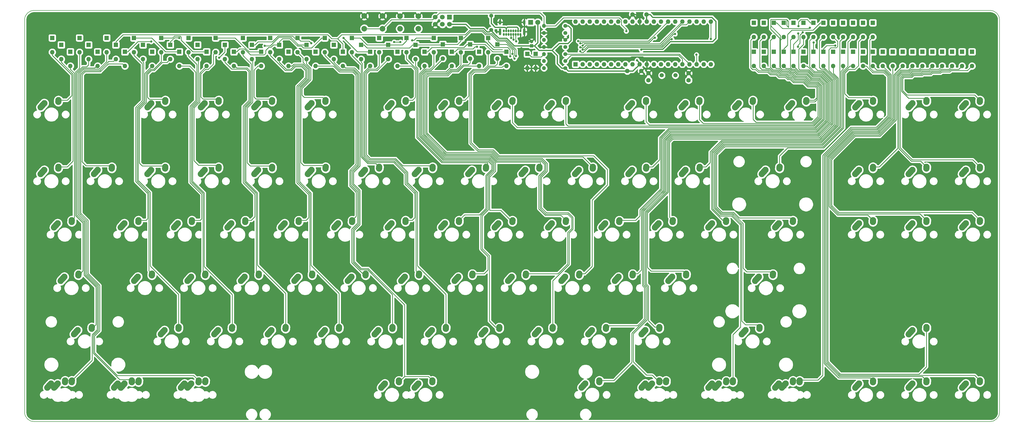
<source format=gtl>
G04 #@! TF.GenerationSoftware,KiCad,Pcbnew,(5.1.9)-1*
G04 #@! TF.CreationDate,2021-01-28T16:01:25-05:00*
G04 #@! TF.ProjectId,Alpsterium-pcb,416c7073-7465-4726-9975-6d2d7063622e,rev?*
G04 #@! TF.SameCoordinates,Original*
G04 #@! TF.FileFunction,Copper,L1,Top*
G04 #@! TF.FilePolarity,Positive*
%FSLAX46Y46*%
G04 Gerber Fmt 4.6, Leading zero omitted, Abs format (unit mm)*
G04 Created by KiCad (PCBNEW (5.1.9)-1) date 2021-01-28 16:01:25*
%MOMM*%
%LPD*%
G01*
G04 APERTURE LIST*
G04 #@! TA.AperFunction,Profile*
%ADD10C,0.150000*%
G04 #@! TD*
G04 #@! TA.AperFunction,ComponentPad*
%ADD11C,2.250000*%
G04 #@! TD*
G04 #@! TA.AperFunction,ComponentPad*
%ADD12O,1.600000X1.600000*%
G04 #@! TD*
G04 #@! TA.AperFunction,ComponentPad*
%ADD13R,1.600000X1.600000*%
G04 #@! TD*
G04 #@! TA.AperFunction,ComponentPad*
%ADD14C,1.500000*%
G04 #@! TD*
G04 #@! TA.AperFunction,ComponentPad*
%ADD15O,0.650000X1.000000*%
G04 #@! TD*
G04 #@! TA.AperFunction,ComponentPad*
%ADD16O,0.900000X2.400000*%
G04 #@! TD*
G04 #@! TA.AperFunction,ComponentPad*
%ADD17O,0.900000X1.700000*%
G04 #@! TD*
G04 #@! TA.AperFunction,ComponentPad*
%ADD18C,2.000000*%
G04 #@! TD*
G04 #@! TA.AperFunction,ComponentPad*
%ADD19C,1.400000*%
G04 #@! TD*
G04 #@! TA.AperFunction,ComponentPad*
%ADD20O,1.400000X1.400000*%
G04 #@! TD*
G04 #@! TA.AperFunction,ComponentPad*
%ADD21C,1.800000*%
G04 #@! TD*
G04 #@! TA.AperFunction,ComponentPad*
%ADD22R,1.800000X1.800000*%
G04 #@! TD*
G04 #@! TA.AperFunction,ComponentPad*
%ADD23R,1.700000X1.700000*%
G04 #@! TD*
G04 #@! TA.AperFunction,ComponentPad*
%ADD24C,1.700000*%
G04 #@! TD*
G04 #@! TA.AperFunction,ComponentPad*
%ADD25C,1.600000*%
G04 #@! TD*
G04 #@! TA.AperFunction,ComponentPad*
%ADD26R,1.200000X1.200000*%
G04 #@! TD*
G04 #@! TA.AperFunction,ComponentPad*
%ADD27C,1.200000*%
G04 #@! TD*
G04 #@! TA.AperFunction,ViaPad*
%ADD28C,0.800000*%
G04 #@! TD*
G04 #@! TA.AperFunction,Conductor*
%ADD29C,0.400000*%
G04 #@! TD*
G04 #@! TA.AperFunction,Conductor*
%ADD30C,0.250000*%
G04 #@! TD*
G04 #@! TA.AperFunction,Conductor*
%ADD31C,0.254000*%
G04 #@! TD*
G04 #@! TA.AperFunction,Conductor*
%ADD32C,0.150000*%
G04 #@! TD*
G04 APERTURE END LIST*
D10*
X384809999Y-198619941D02*
G75*
G02*
X381505940Y-201930000I-3307059J-3000D01*
G01*
X381499941Y-55313501D02*
G75*
G02*
X384810000Y-58617560I3000J-3307059D01*
G01*
X37147501Y-58623559D02*
G75*
G02*
X40451560Y-55313500I3307059J3000D01*
G01*
X40457559Y-201929999D02*
G75*
G02*
X37147500Y-198625940I-3000J3307059D01*
G01*
X384810000Y-58617560D02*
X384809999Y-198619941D01*
X381505940Y-201930000D02*
X40457559Y-201929999D01*
X37147500Y-198625940D02*
X37147501Y-58623559D01*
X40451560Y-55313500D02*
X381499941Y-55313500D01*
D11*
X253786000Y-112205000D03*
G04 #@! TA.AperFunction,ComponentPad*
G36*
G01*
X251724688Y-114502350D02*
X251724683Y-114502345D01*
G75*
G02*
X251638655Y-112913683I751317J837345D01*
G01*
X252948657Y-111453683D01*
G75*
G02*
X254537319Y-111367655I837345J-751317D01*
G01*
X254537319Y-111367655D01*
G75*
G02*
X254623347Y-112956317I-751317J-837345D01*
G01*
X253313345Y-114416317D01*
G75*
G02*
X251724683Y-114502345I-837345J751317D01*
G01*
G37*
G04 #@! TD.AperFunction*
X258826000Y-111125000D03*
G04 #@! TA.AperFunction,ComponentPad*
G36*
G01*
X258709483Y-112827395D02*
X258708597Y-112827334D01*
G75*
G02*
X257663666Y-111627597I77403J1122334D01*
G01*
X257703666Y-111047597D01*
G75*
G02*
X258903403Y-110002666I1122334J-77403D01*
G01*
X258903403Y-110002666D01*
G75*
G02*
X259948334Y-111202403I-77403J-1122334D01*
G01*
X259908334Y-111782403D01*
G75*
G02*
X258708597Y-112827334I-1122334J77403D01*
G01*
G37*
G04 #@! TD.AperFunction*
X310854720Y-88389960D03*
G04 #@! TA.AperFunction,ComponentPad*
G36*
G01*
X308793408Y-90687310D02*
X308793403Y-90687305D01*
G75*
G02*
X308707375Y-89098643I751317J837345D01*
G01*
X310017377Y-87638643D01*
G75*
G02*
X311606039Y-87552615I837345J-751317D01*
G01*
X311606039Y-87552615D01*
G75*
G02*
X311692067Y-89141277I-751317J-837345D01*
G01*
X310382065Y-90601277D01*
G75*
G02*
X308793403Y-90687305I-837345J751317D01*
G01*
G37*
G04 #@! TD.AperFunction*
X315894720Y-87309960D03*
G04 #@! TA.AperFunction,ComponentPad*
G36*
G01*
X315778203Y-89012355D02*
X315777317Y-89012294D01*
G75*
G02*
X314732386Y-87812557I77403J1122334D01*
G01*
X314772386Y-87232557D01*
G75*
G02*
X315972123Y-86187626I1122334J-77403D01*
G01*
X315972123Y-86187626D01*
G75*
G02*
X317017054Y-87387363I-77403J-1122334D01*
G01*
X316977054Y-87967363D01*
G75*
G02*
X315777317Y-89012294I-1122334J77403D01*
G01*
G37*
G04 #@! TD.AperFunction*
X334690080Y-88400120D03*
G04 #@! TA.AperFunction,ComponentPad*
G36*
G01*
X332628768Y-90697470D02*
X332628763Y-90697465D01*
G75*
G02*
X332542735Y-89108803I751317J837345D01*
G01*
X333852737Y-87648803D01*
G75*
G02*
X335441399Y-87562775I837345J-751317D01*
G01*
X335441399Y-87562775D01*
G75*
G02*
X335527427Y-89151437I-751317J-837345D01*
G01*
X334217425Y-90611437D01*
G75*
G02*
X332628763Y-90697465I-837345J751317D01*
G01*
G37*
G04 #@! TD.AperFunction*
X339730080Y-87320120D03*
G04 #@! TA.AperFunction,ComponentPad*
G36*
G01*
X339613563Y-89022515D02*
X339612677Y-89022454D01*
G75*
G02*
X338567746Y-87822717I77403J1122334D01*
G01*
X338607746Y-87242717D01*
G75*
G02*
X339807483Y-86197786I1122334J-77403D01*
G01*
X339807483Y-86197786D01*
G75*
G02*
X340852414Y-87397523I-77403J-1122334D01*
G01*
X340812414Y-87977523D01*
G75*
G02*
X339612677Y-89022454I-1122334J77403D01*
G01*
G37*
G04 #@! TD.AperFunction*
X44175040Y-88400120D03*
G04 #@! TA.AperFunction,ComponentPad*
G36*
G01*
X42113728Y-90697470D02*
X42113723Y-90697465D01*
G75*
G02*
X42027695Y-89108803I751317J837345D01*
G01*
X43337697Y-87648803D01*
G75*
G02*
X44926359Y-87562775I837345J-751317D01*
G01*
X44926359Y-87562775D01*
G75*
G02*
X45012387Y-89151437I-751317J-837345D01*
G01*
X43702385Y-90611437D01*
G75*
G02*
X42113723Y-90697465I-837345J751317D01*
G01*
G37*
G04 #@! TD.AperFunction*
X49215040Y-87320120D03*
G04 #@! TA.AperFunction,ComponentPad*
G36*
G01*
X49098523Y-89022515D02*
X49097637Y-89022454D01*
G75*
G02*
X48052706Y-87822717I77403J1122334D01*
G01*
X48092706Y-87242717D01*
G75*
G02*
X49292443Y-86197786I1122334J-77403D01*
G01*
X49292443Y-86197786D01*
G75*
G02*
X50337374Y-87397523I-77403J-1122334D01*
G01*
X50297374Y-87977523D01*
G75*
G02*
X49097637Y-89022454I-1122334J77403D01*
G01*
G37*
G04 #@! TD.AperFunction*
G04 #@! TA.AperFunction,ComponentPad*
G36*
G01*
X306268443Y-112812155D02*
X306267557Y-112812094D01*
G75*
G02*
X305222626Y-111612357I77403J1122334D01*
G01*
X305262626Y-111032357D01*
G75*
G02*
X306462363Y-109987426I1122334J-77403D01*
G01*
X306462363Y-109987426D01*
G75*
G02*
X307507294Y-111187163I-77403J-1122334D01*
G01*
X307467294Y-111767163D01*
G75*
G02*
X306267557Y-112812094I-1122334J77403D01*
G01*
G37*
G04 #@! TD.AperFunction*
X306384960Y-111109760D03*
G04 #@! TA.AperFunction,ComponentPad*
G36*
G01*
X299283648Y-114487110D02*
X299283643Y-114487105D01*
G75*
G02*
X299197615Y-112898443I751317J837345D01*
G01*
X300507617Y-111438443D01*
G75*
G02*
X302096279Y-111352415I837345J-751317D01*
G01*
X302096279Y-111352415D01*
G75*
G02*
X302182307Y-112941077I-751317J-837345D01*
G01*
X300872305Y-114401077D01*
G75*
G02*
X299283643Y-114487105I-837345J751317D01*
G01*
G37*
G04 #@! TD.AperFunction*
X301344960Y-112189760D03*
X334664680Y-112199920D03*
G04 #@! TA.AperFunction,ComponentPad*
G36*
G01*
X332603368Y-114497270D02*
X332603363Y-114497265D01*
G75*
G02*
X332517335Y-112908603I751317J837345D01*
G01*
X333827337Y-111448603D01*
G75*
G02*
X335415999Y-111362575I837345J-751317D01*
G01*
X335415999Y-111362575D01*
G75*
G02*
X335502027Y-112951237I-751317J-837345D01*
G01*
X334192025Y-114411237D01*
G75*
G02*
X332603363Y-114497265I-837345J751317D01*
G01*
G37*
G04 #@! TD.AperFunction*
X339704680Y-111119920D03*
G04 #@! TA.AperFunction,ComponentPad*
G36*
G01*
X339588163Y-112822315D02*
X339587277Y-112822254D01*
G75*
G02*
X338542346Y-111622517I77403J1122334D01*
G01*
X338582346Y-111042517D01*
G75*
G02*
X339782083Y-109997586I1122334J-77403D01*
G01*
X339782083Y-109997586D01*
G75*
G02*
X340827014Y-111197323I-77403J-1122334D01*
G01*
X340787014Y-111777323D01*
G75*
G02*
X339587277Y-112822254I-1122334J77403D01*
G01*
G37*
G04 #@! TD.AperFunction*
X206094960Y-131255000D03*
G04 #@! TA.AperFunction,ComponentPad*
G36*
G01*
X204033648Y-133552350D02*
X204033643Y-133552345D01*
G75*
G02*
X203947615Y-131963683I751317J837345D01*
G01*
X205257617Y-130503683D01*
G75*
G02*
X206846279Y-130417655I837345J-751317D01*
G01*
X206846279Y-130417655D01*
G75*
G02*
X206932307Y-132006317I-751317J-837345D01*
G01*
X205622305Y-133466317D01*
G75*
G02*
X204033643Y-133552345I-837345J751317D01*
G01*
G37*
G04 #@! TD.AperFunction*
X211134960Y-130175000D03*
G04 #@! TA.AperFunction,ComponentPad*
G36*
G01*
X211018443Y-131877395D02*
X211017557Y-131877334D01*
G75*
G02*
X209972626Y-130677597I77403J1122334D01*
G01*
X210012626Y-130097597D01*
G75*
G02*
X211212363Y-129052666I1122334J-77403D01*
G01*
X211212363Y-129052666D01*
G75*
G02*
X212257294Y-130252403I-77403J-1122334D01*
G01*
X212217294Y-130832403D01*
G75*
G02*
X211017557Y-131877334I-1122334J77403D01*
G01*
G37*
G04 #@! TD.AperFunction*
X353735000Y-88400120D03*
G04 #@! TA.AperFunction,ComponentPad*
G36*
G01*
X351673688Y-90697470D02*
X351673683Y-90697465D01*
G75*
G02*
X351587655Y-89108803I751317J837345D01*
G01*
X352897657Y-87648803D01*
G75*
G02*
X354486319Y-87562775I837345J-751317D01*
G01*
X354486319Y-87562775D01*
G75*
G02*
X354572347Y-89151437I-751317J-837345D01*
G01*
X353262345Y-90611437D01*
G75*
G02*
X351673683Y-90697465I-837345J751317D01*
G01*
G37*
G04 #@! TD.AperFunction*
X358775000Y-87320120D03*
G04 #@! TA.AperFunction,ComponentPad*
G36*
G01*
X358658483Y-89022515D02*
X358657597Y-89022454D01*
G75*
G02*
X357612666Y-87822717I77403J1122334D01*
G01*
X357652666Y-87242717D01*
G75*
G02*
X358852403Y-86197786I1122334J-77403D01*
G01*
X358852403Y-86197786D01*
G75*
G02*
X359897334Y-87397523I-77403J-1122334D01*
G01*
X359857334Y-87977523D01*
G75*
G02*
X358657597Y-89022454I-1122334J77403D01*
G01*
G37*
G04 #@! TD.AperFunction*
X334674840Y-131244840D03*
G04 #@! TA.AperFunction,ComponentPad*
G36*
G01*
X332613528Y-133542190D02*
X332613523Y-133542185D01*
G75*
G02*
X332527495Y-131953523I751317J837345D01*
G01*
X333837497Y-130493523D01*
G75*
G02*
X335426159Y-130407495I837345J-751317D01*
G01*
X335426159Y-130407495D01*
G75*
G02*
X335512187Y-131996157I-751317J-837345D01*
G01*
X334202185Y-133456157D01*
G75*
G02*
X332613523Y-133542185I-837345J751317D01*
G01*
G37*
G04 #@! TD.AperFunction*
X339714840Y-130164840D03*
G04 #@! TA.AperFunction,ComponentPad*
G36*
G01*
X339598323Y-131867235D02*
X339597437Y-131867174D01*
G75*
G02*
X338552506Y-130667437I77403J1122334D01*
G01*
X338592506Y-130087437D01*
G75*
G02*
X339792243Y-129042506I1122334J-77403D01*
G01*
X339792243Y-129042506D01*
G75*
G02*
X340837174Y-130242243I-77403J-1122334D01*
G01*
X340797174Y-130822243D01*
G75*
G02*
X339597437Y-131867174I-1122334J77403D01*
G01*
G37*
G04 #@! TD.AperFunction*
X263244960Y-131260080D03*
G04 #@! TA.AperFunction,ComponentPad*
G36*
G01*
X261183648Y-133557430D02*
X261183643Y-133557425D01*
G75*
G02*
X261097615Y-131968763I751317J837345D01*
G01*
X262407617Y-130508763D01*
G75*
G02*
X263996279Y-130422735I837345J-751317D01*
G01*
X263996279Y-130422735D01*
G75*
G02*
X264082307Y-132011397I-751317J-837345D01*
G01*
X262772305Y-133471397D01*
G75*
G02*
X261183643Y-133557425I-837345J751317D01*
G01*
G37*
G04 #@! TD.AperFunction*
X268284960Y-130180080D03*
G04 #@! TA.AperFunction,ComponentPad*
G36*
G01*
X268168443Y-131882475D02*
X268167557Y-131882414D01*
G75*
G02*
X267122626Y-130682677I77403J1122334D01*
G01*
X267162626Y-130102677D01*
G75*
G02*
X268362363Y-129057746I1122334J-77403D01*
G01*
X268362363Y-129057746D01*
G75*
G02*
X269407294Y-130257483I-77403J-1122334D01*
G01*
X269367294Y-130837483D01*
G75*
G02*
X268167557Y-131882414I-1122334J77403D01*
G01*
G37*
G04 #@! TD.AperFunction*
X215696160Y-112199920D03*
G04 #@! TA.AperFunction,ComponentPad*
G36*
G01*
X213634848Y-114497270D02*
X213634843Y-114497265D01*
G75*
G02*
X213548815Y-112908603I751317J837345D01*
G01*
X214858817Y-111448603D01*
G75*
G02*
X216447479Y-111362575I837345J-751317D01*
G01*
X216447479Y-111362575D01*
G75*
G02*
X216533507Y-112951237I-751317J-837345D01*
G01*
X215223505Y-114411237D01*
G75*
G02*
X213634843Y-114497265I-837345J751317D01*
G01*
G37*
G04 #@! TD.AperFunction*
X220736160Y-111119920D03*
G04 #@! TA.AperFunction,ComponentPad*
G36*
G01*
X220619643Y-112822315D02*
X220618757Y-112822254D01*
G75*
G02*
X219573826Y-111622517I77403J1122334D01*
G01*
X219613826Y-111042517D01*
G75*
G02*
X220813563Y-109997586I1122334J-77403D01*
G01*
X220813563Y-109997586D01*
G75*
G02*
X221858494Y-111197323I-77403J-1122334D01*
G01*
X221818494Y-111777323D01*
G75*
G02*
X220618757Y-112822254I-1122334J77403D01*
G01*
G37*
G04 #@! TD.AperFunction*
X191799840Y-150310080D03*
G04 #@! TA.AperFunction,ComponentPad*
G36*
G01*
X189738528Y-152607430D02*
X189738523Y-152607425D01*
G75*
G02*
X189652495Y-151018763I751317J837345D01*
G01*
X190962497Y-149558763D01*
G75*
G02*
X192551159Y-149472735I837345J-751317D01*
G01*
X192551159Y-149472735D01*
G75*
G02*
X192637187Y-151061397I-751317J-837345D01*
G01*
X191327185Y-152521397D01*
G75*
G02*
X189738523Y-152607425I-837345J751317D01*
G01*
G37*
G04 #@! TD.AperFunction*
X196839840Y-149230080D03*
G04 #@! TA.AperFunction,ComponentPad*
G36*
G01*
X196723323Y-150932475D02*
X196722437Y-150932414D01*
G75*
G02*
X195677506Y-149732677I77403J1122334D01*
G01*
X195717506Y-149152677D01*
G75*
G02*
X196917243Y-148107746I1122334J-77403D01*
G01*
X196917243Y-148107746D01*
G75*
G02*
X197962174Y-149307483I-77403J-1122334D01*
G01*
X197922174Y-149887483D01*
G75*
G02*
X196722437Y-150932414I-1122334J77403D01*
G01*
G37*
G04 #@! TD.AperFunction*
X167969560Y-131249920D03*
G04 #@! TA.AperFunction,ComponentPad*
G36*
G01*
X165908248Y-133547270D02*
X165908243Y-133547265D01*
G75*
G02*
X165822215Y-131958603I751317J837345D01*
G01*
X167132217Y-130498603D01*
G75*
G02*
X168720879Y-130412575I837345J-751317D01*
G01*
X168720879Y-130412575D01*
G75*
G02*
X168806907Y-132001237I-751317J-837345D01*
G01*
X167496905Y-133461237D01*
G75*
G02*
X165908243Y-133547265I-837345J751317D01*
G01*
G37*
G04 #@! TD.AperFunction*
X173009560Y-130169920D03*
G04 #@! TA.AperFunction,ComponentPad*
G36*
G01*
X172893043Y-131872315D02*
X172892157Y-131872254D01*
G75*
G02*
X171847226Y-130672517I77403J1122334D01*
G01*
X171887226Y-130092517D01*
G75*
G02*
X173086963Y-129047586I1122334J-77403D01*
G01*
X173086963Y-129047586D01*
G75*
G02*
X174131894Y-130247323I-77403J-1122334D01*
G01*
X174091894Y-130827323D01*
G75*
G02*
X172892157Y-131872254I-1122334J77403D01*
G01*
G37*
G04 #@! TD.AperFunction*
X172754920Y-150315160D03*
G04 #@! TA.AperFunction,ComponentPad*
G36*
G01*
X170693608Y-152612510D02*
X170693603Y-152612505D01*
G75*
G02*
X170607575Y-151023843I751317J837345D01*
G01*
X171917577Y-149563843D01*
G75*
G02*
X173506239Y-149477815I837345J-751317D01*
G01*
X173506239Y-149477815D01*
G75*
G02*
X173592267Y-151066477I-751317J-837345D01*
G01*
X172282265Y-152526477D01*
G75*
G02*
X170693603Y-152612505I-837345J751317D01*
G01*
G37*
G04 #@! TD.AperFunction*
X177794920Y-149235160D03*
G04 #@! TA.AperFunction,ComponentPad*
G36*
G01*
X177678403Y-150937555D02*
X177677517Y-150937494D01*
G75*
G02*
X176632586Y-149737757I77403J1122334D01*
G01*
X176672586Y-149157757D01*
G75*
G02*
X177872323Y-148112826I1122334J-77403D01*
G01*
X177872323Y-148112826D01*
G75*
G02*
X178917254Y-149312563I-77403J-1122334D01*
G01*
X178877254Y-149892563D01*
G75*
G02*
X177677517Y-150937494I-1122334J77403D01*
G01*
G37*
G04 #@! TD.AperFunction*
X139419960Y-88379800D03*
G04 #@! TA.AperFunction,ComponentPad*
G36*
G01*
X137358648Y-90677150D02*
X137358643Y-90677145D01*
G75*
G02*
X137272615Y-89088483I751317J837345D01*
G01*
X138582617Y-87628483D01*
G75*
G02*
X140171279Y-87542455I837345J-751317D01*
G01*
X140171279Y-87542455D01*
G75*
G02*
X140257307Y-89131117I-751317J-837345D01*
G01*
X138947305Y-90591117D01*
G75*
G02*
X137358643Y-90677145I-837345J751317D01*
G01*
G37*
G04 #@! TD.AperFunction*
X144459960Y-87299800D03*
G04 #@! TA.AperFunction,ComponentPad*
G36*
G01*
X144343443Y-89002195D02*
X144342557Y-89002134D01*
G75*
G02*
X143297626Y-87802397I77403J1122334D01*
G01*
X143337626Y-87222397D01*
G75*
G02*
X144537363Y-86177466I1122334J-77403D01*
G01*
X144537363Y-86177466D01*
G75*
G02*
X145582294Y-87377203I-77403J-1122334D01*
G01*
X145542294Y-87957203D01*
G75*
G02*
X144342557Y-89002134I-1122334J77403D01*
G01*
G37*
G04 #@! TD.AperFunction*
X106105320Y-169344840D03*
G04 #@! TA.AperFunction,ComponentPad*
G36*
G01*
X104044008Y-171642190D02*
X104044003Y-171642185D01*
G75*
G02*
X103957975Y-170053523I751317J837345D01*
G01*
X105267977Y-168593523D01*
G75*
G02*
X106856639Y-168507495I837345J-751317D01*
G01*
X106856639Y-168507495D01*
G75*
G02*
X106942667Y-170096157I-751317J-837345D01*
G01*
X105632665Y-171556157D01*
G75*
G02*
X104044003Y-171642185I-837345J751317D01*
G01*
G37*
G04 #@! TD.AperFunction*
X111145320Y-168264840D03*
G04 #@! TA.AperFunction,ComponentPad*
G36*
G01*
X111028803Y-169967235D02*
X111027917Y-169967174D01*
G75*
G02*
X109982986Y-168767437I77403J1122334D01*
G01*
X110022986Y-168187437D01*
G75*
G02*
X111222723Y-167142506I1122334J-77403D01*
G01*
X111222723Y-167142506D01*
G75*
G02*
X112267654Y-168342243I-77403J-1122334D01*
G01*
X112227654Y-168922243D01*
G75*
G02*
X111027917Y-169967174I-1122334J77403D01*
G01*
G37*
G04 #@! TD.AperFunction*
X82264880Y-112194840D03*
G04 #@! TA.AperFunction,ComponentPad*
G36*
G01*
X80203568Y-114492190D02*
X80203563Y-114492185D01*
G75*
G02*
X80117535Y-112903523I751317J837345D01*
G01*
X81427537Y-111443523D01*
G75*
G02*
X83016199Y-111357495I837345J-751317D01*
G01*
X83016199Y-111357495D01*
G75*
G02*
X83102227Y-112946157I-751317J-837345D01*
G01*
X81792225Y-114406157D01*
G75*
G02*
X80203563Y-114492185I-837345J751317D01*
G01*
G37*
G04 #@! TD.AperFunction*
X87304880Y-111114840D03*
G04 #@! TA.AperFunction,ComponentPad*
G36*
G01*
X87188363Y-112817235D02*
X87187477Y-112817174D01*
G75*
G02*
X86142546Y-111617437I77403J1122334D01*
G01*
X86182546Y-111037437D01*
G75*
G02*
X87382283Y-109992506I1122334J-77403D01*
G01*
X87382283Y-109992506D01*
G75*
G02*
X88427214Y-111192243I-77403J-1122334D01*
G01*
X88387214Y-111772243D01*
G75*
G02*
X87187477Y-112817174I-1122334J77403D01*
G01*
G37*
G04 #@! TD.AperFunction*
X72714480Y-131255000D03*
G04 #@! TA.AperFunction,ComponentPad*
G36*
G01*
X70653168Y-133552350D02*
X70653163Y-133552345D01*
G75*
G02*
X70567135Y-131963683I751317J837345D01*
G01*
X71877137Y-130503683D01*
G75*
G02*
X73465799Y-130417655I837345J-751317D01*
G01*
X73465799Y-130417655D01*
G75*
G02*
X73551827Y-132006317I-751317J-837345D01*
G01*
X72241825Y-133466317D01*
G75*
G02*
X70653163Y-133552345I-837345J751317D01*
G01*
G37*
G04 #@! TD.AperFunction*
X77754480Y-130175000D03*
G04 #@! TA.AperFunction,ComponentPad*
G36*
G01*
X77637963Y-131877395D02*
X77637077Y-131877334D01*
G75*
G02*
X76592146Y-130677597I77403J1122334D01*
G01*
X76632146Y-130097597D01*
G75*
G02*
X77831883Y-129052666I1122334J-77403D01*
G01*
X77831883Y-129052666D01*
G75*
G02*
X78876814Y-130252403I-77403J-1122334D01*
G01*
X78836814Y-130832403D01*
G75*
G02*
X77637077Y-131877334I-1122334J77403D01*
G01*
G37*
G04 #@! TD.AperFunction*
X87045160Y-169344840D03*
G04 #@! TA.AperFunction,ComponentPad*
G36*
G01*
X84983848Y-171642190D02*
X84983843Y-171642185D01*
G75*
G02*
X84897815Y-170053523I751317J837345D01*
G01*
X86207817Y-168593523D01*
G75*
G02*
X87796479Y-168507495I837345J-751317D01*
G01*
X87796479Y-168507495D01*
G75*
G02*
X87882507Y-170096157I-751317J-837345D01*
G01*
X86572505Y-171556157D01*
G75*
G02*
X84983843Y-171642185I-837345J751317D01*
G01*
G37*
G04 #@! TD.AperFunction*
X92085160Y-168264840D03*
G04 #@! TA.AperFunction,ComponentPad*
G36*
G01*
X91968643Y-169967235D02*
X91967757Y-169967174D01*
G75*
G02*
X90922826Y-168767437I77403J1122334D01*
G01*
X90962826Y-168187437D01*
G75*
G02*
X92162563Y-167142506I1122334J-77403D01*
G01*
X92162563Y-167142506D01*
G75*
G02*
X93207494Y-168342243I-77403J-1122334D01*
G01*
X93167494Y-168922243D01*
G75*
G02*
X91967757Y-169967174I-1122334J77403D01*
G01*
G37*
G04 #@! TD.AperFunction*
X372785000Y-188410080D03*
G04 #@! TA.AperFunction,ComponentPad*
G36*
G01*
X370723688Y-190707430D02*
X370723683Y-190707425D01*
G75*
G02*
X370637655Y-189118763I751317J837345D01*
G01*
X371947657Y-187658763D01*
G75*
G02*
X373536319Y-187572735I837345J-751317D01*
G01*
X373536319Y-187572735D01*
G75*
G02*
X373622347Y-189161397I-751317J-837345D01*
G01*
X372312345Y-190621397D01*
G75*
G02*
X370723683Y-190707425I-837345J751317D01*
G01*
G37*
G04 #@! TD.AperFunction*
X377825000Y-187330080D03*
G04 #@! TA.AperFunction,ComponentPad*
G36*
G01*
X377708483Y-189032475D02*
X377707597Y-189032414D01*
G75*
G02*
X376662666Y-187832677I77403J1122334D01*
G01*
X376702666Y-187252677D01*
G75*
G02*
X377902403Y-186207746I1122334J-77403D01*
G01*
X377902403Y-186207746D01*
G75*
G02*
X378947334Y-187407483I-77403J-1122334D01*
G01*
X378907334Y-187987483D01*
G75*
G02*
X377707597Y-189032414I-1122334J77403D01*
G01*
G37*
G04 #@! TD.AperFunction*
X353729920Y-188415160D03*
G04 #@! TA.AperFunction,ComponentPad*
G36*
G01*
X351668608Y-190712510D02*
X351668603Y-190712505D01*
G75*
G02*
X351582575Y-189123843I751317J837345D01*
G01*
X352892577Y-187663843D01*
G75*
G02*
X354481239Y-187577815I837345J-751317D01*
G01*
X354481239Y-187577815D01*
G75*
G02*
X354567267Y-189166477I-751317J-837345D01*
G01*
X353257265Y-190626477D01*
G75*
G02*
X351668603Y-190712505I-837345J751317D01*
G01*
G37*
G04 #@! TD.AperFunction*
X358769920Y-187335160D03*
G04 #@! TA.AperFunction,ComponentPad*
G36*
G01*
X358653403Y-189037555D02*
X358652517Y-189037494D01*
G75*
G02*
X357607586Y-187837757I77403J1122334D01*
G01*
X357647586Y-187257757D01*
G75*
G02*
X358847323Y-186212826I1122334J-77403D01*
G01*
X358847323Y-186212826D01*
G75*
G02*
X359892254Y-187412563I-77403J-1122334D01*
G01*
X359852254Y-187992563D01*
G75*
G02*
X358652517Y-189037494I-1122334J77403D01*
G01*
G37*
G04 #@! TD.AperFunction*
X334690080Y-188425320D03*
G04 #@! TA.AperFunction,ComponentPad*
G36*
G01*
X332628768Y-190722670D02*
X332628763Y-190722665D01*
G75*
G02*
X332542735Y-189134003I751317J837345D01*
G01*
X333852737Y-187674003D01*
G75*
G02*
X335441399Y-187587975I837345J-751317D01*
G01*
X335441399Y-187587975D01*
G75*
G02*
X335527427Y-189176637I-751317J-837345D01*
G01*
X334217425Y-190636637D01*
G75*
G02*
X332628763Y-190722665I-837345J751317D01*
G01*
G37*
G04 #@! TD.AperFunction*
X339730080Y-187345320D03*
G04 #@! TA.AperFunction,ComponentPad*
G36*
G01*
X339613563Y-189047715D02*
X339612677Y-189047654D01*
G75*
G02*
X338567746Y-187847917I77403J1122334D01*
G01*
X338607746Y-187267917D01*
G75*
G02*
X339807483Y-186222986I1122334J-77403D01*
G01*
X339807483Y-186222986D01*
G75*
G02*
X340852414Y-187422723I-77403J-1122334D01*
G01*
X340812414Y-188002723D01*
G75*
G02*
X339612677Y-189047654I-1122334J77403D01*
G01*
G37*
G04 #@! TD.AperFunction*
X282315280Y-188415160D03*
G04 #@! TA.AperFunction,ComponentPad*
G36*
G01*
X280253968Y-190712510D02*
X280253963Y-190712505D01*
G75*
G02*
X280167935Y-189123843I751317J837345D01*
G01*
X281477937Y-187663843D01*
G75*
G02*
X283066599Y-187577815I837345J-751317D01*
G01*
X283066599Y-187577815D01*
G75*
G02*
X283152627Y-189166477I-751317J-837345D01*
G01*
X281842625Y-190626477D01*
G75*
G02*
X280253963Y-190712505I-837345J751317D01*
G01*
G37*
G04 #@! TD.AperFunction*
X287355280Y-187335160D03*
G04 #@! TA.AperFunction,ComponentPad*
G36*
G01*
X287238763Y-189037555D02*
X287237877Y-189037494D01*
G75*
G02*
X286192946Y-187837757I77403J1122334D01*
G01*
X286232946Y-187257757D01*
G75*
G02*
X287432683Y-186212826I1122334J-77403D01*
G01*
X287432683Y-186212826D01*
G75*
G02*
X288477614Y-187412563I-77403J-1122334D01*
G01*
X288437614Y-187992563D01*
G75*
G02*
X287237877Y-189037494I-1122334J77403D01*
G01*
G37*
G04 #@! TD.AperFunction*
X177540280Y-188405000D03*
G04 #@! TA.AperFunction,ComponentPad*
G36*
G01*
X175478968Y-190702350D02*
X175478963Y-190702345D01*
G75*
G02*
X175392935Y-189113683I751317J837345D01*
G01*
X176702937Y-187653683D01*
G75*
G02*
X178291599Y-187567655I837345J-751317D01*
G01*
X178291599Y-187567655D01*
G75*
G02*
X178377627Y-189156317I-751317J-837345D01*
G01*
X177067625Y-190616317D01*
G75*
G02*
X175478963Y-190702345I-837345J751317D01*
G01*
G37*
G04 #@! TD.AperFunction*
X182580280Y-187325000D03*
G04 #@! TA.AperFunction,ComponentPad*
G36*
G01*
X182463763Y-189027395D02*
X182462877Y-189027334D01*
G75*
G02*
X181417946Y-187827597I77403J1122334D01*
G01*
X181457946Y-187247597D01*
G75*
G02*
X182657683Y-186202666I1122334J-77403D01*
G01*
X182657683Y-186202666D01*
G75*
G02*
X183702614Y-187402403I-77403J-1122334D01*
G01*
X183662614Y-187982403D01*
G75*
G02*
X182462877Y-189027334I-1122334J77403D01*
G01*
G37*
G04 #@! TD.AperFunction*
X165617520Y-188415160D03*
G04 #@! TA.AperFunction,ComponentPad*
G36*
G01*
X163556208Y-190712510D02*
X163556203Y-190712505D01*
G75*
G02*
X163470175Y-189123843I751317J837345D01*
G01*
X164780177Y-187663843D01*
G75*
G02*
X166368839Y-187577815I837345J-751317D01*
G01*
X166368839Y-187577815D01*
G75*
G02*
X166454867Y-189166477I-751317J-837345D01*
G01*
X165144865Y-190626477D01*
G75*
G02*
X163556203Y-190712505I-837345J751317D01*
G01*
G37*
G04 #@! TD.AperFunction*
X170657520Y-187335160D03*
G04 #@! TA.AperFunction,ComponentPad*
G36*
G01*
X170541003Y-189037555D02*
X170540117Y-189037494D01*
G75*
G02*
X169495186Y-187837757I77403J1122334D01*
G01*
X169535186Y-187257757D01*
G75*
G02*
X170734923Y-186212826I1122334J-77403D01*
G01*
X170734923Y-186212826D01*
G75*
G02*
X171779854Y-187412563I-77403J-1122334D01*
G01*
X171739854Y-187992563D01*
G75*
G02*
X170540117Y-189037494I-1122334J77403D01*
G01*
G37*
G04 #@! TD.AperFunction*
X72765280Y-188405000D03*
G04 #@! TA.AperFunction,ComponentPad*
G36*
G01*
X70703968Y-190702350D02*
X70703963Y-190702345D01*
G75*
G02*
X70617935Y-189113683I751317J837345D01*
G01*
X71927937Y-187653683D01*
G75*
G02*
X73516599Y-187567655I837345J-751317D01*
G01*
X73516599Y-187567655D01*
G75*
G02*
X73602627Y-189156317I-751317J-837345D01*
G01*
X72292625Y-190616317D01*
G75*
G02*
X70703963Y-190702345I-837345J751317D01*
G01*
G37*
G04 #@! TD.AperFunction*
X77805280Y-187325000D03*
G04 #@! TA.AperFunction,ComponentPad*
G36*
G01*
X77688763Y-189027395D02*
X77687877Y-189027334D01*
G75*
G02*
X76642946Y-187827597I77403J1122334D01*
G01*
X76682946Y-187247597D01*
G75*
G02*
X77882683Y-186202666I1122334J-77403D01*
G01*
X77882683Y-186202666D01*
G75*
G02*
X78927614Y-187402403I-77403J-1122334D01*
G01*
X78887614Y-187982403D01*
G75*
G02*
X77687877Y-189027334I-1122334J77403D01*
G01*
G37*
G04 #@! TD.AperFunction*
X353735000Y-169365160D03*
G04 #@! TA.AperFunction,ComponentPad*
G36*
G01*
X351673688Y-171662510D02*
X351673683Y-171662505D01*
G75*
G02*
X351587655Y-170073843I751317J837345D01*
G01*
X352897657Y-168613843D01*
G75*
G02*
X354486319Y-168527815I837345J-751317D01*
G01*
X354486319Y-168527815D01*
G75*
G02*
X354572347Y-170116477I-751317J-837345D01*
G01*
X353262345Y-171576477D01*
G75*
G02*
X351673683Y-171662505I-837345J751317D01*
G01*
G37*
G04 #@! TD.AperFunction*
X358775000Y-168285160D03*
G04 #@! TA.AperFunction,ComponentPad*
G36*
G01*
X358658483Y-169987555D02*
X358657597Y-169987494D01*
G75*
G02*
X357612666Y-168787757I77403J1122334D01*
G01*
X357652666Y-168207757D01*
G75*
G02*
X358852403Y-167162826I1122334J-77403D01*
G01*
X358852403Y-167162826D01*
G75*
G02*
X359897334Y-168362563I-77403J-1122334D01*
G01*
X359857334Y-168942563D01*
G75*
G02*
X358657597Y-169987494I-1122334J77403D01*
G01*
G37*
G04 #@! TD.AperFunction*
X163285800Y-169370240D03*
G04 #@! TA.AperFunction,ComponentPad*
G36*
G01*
X161224488Y-171667590D02*
X161224483Y-171667585D01*
G75*
G02*
X161138455Y-170078923I751317J837345D01*
G01*
X162448457Y-168618923D01*
G75*
G02*
X164037119Y-168532895I837345J-751317D01*
G01*
X164037119Y-168532895D01*
G75*
G02*
X164123147Y-170121557I-751317J-837345D01*
G01*
X162813145Y-171581557D01*
G75*
G02*
X161224483Y-171667585I-837345J751317D01*
G01*
G37*
G04 #@! TD.AperFunction*
X168325800Y-168290240D03*
G04 #@! TA.AperFunction,ComponentPad*
G36*
G01*
X168209283Y-169992635D02*
X168208397Y-169992574D01*
G75*
G02*
X167163466Y-168792837I77403J1122334D01*
G01*
X167203466Y-168212837D01*
G75*
G02*
X168403203Y-167167906I1122334J-77403D01*
G01*
X168403203Y-167167906D01*
G75*
G02*
X169448134Y-168367643I-77403J-1122334D01*
G01*
X169408134Y-168947643D01*
G75*
G02*
X168208397Y-169992574I-1122334J77403D01*
G01*
G37*
G04 #@! TD.AperFunction*
X258490080Y-169349920D03*
G04 #@! TA.AperFunction,ComponentPad*
G36*
G01*
X256428768Y-171647270D02*
X256428763Y-171647265D01*
G75*
G02*
X256342735Y-170058603I751317J837345D01*
G01*
X257652737Y-168598603D01*
G75*
G02*
X259241399Y-168512575I837345J-751317D01*
G01*
X259241399Y-168512575D01*
G75*
G02*
X259327427Y-170101237I-751317J-837345D01*
G01*
X258017425Y-171561237D01*
G75*
G02*
X256428763Y-171647265I-837345J751317D01*
G01*
G37*
G04 #@! TD.AperFunction*
X263530080Y-168269920D03*
G04 #@! TA.AperFunction,ComponentPad*
G36*
G01*
X263413563Y-169972315D02*
X263412677Y-169972254D01*
G75*
G02*
X262367746Y-168772517I77403J1122334D01*
G01*
X262407746Y-168192517D01*
G75*
G02*
X263607483Y-167147586I1122334J-77403D01*
G01*
X263607483Y-167147586D01*
G75*
G02*
X264652414Y-168347323I-77403J-1122334D01*
G01*
X264612414Y-168927323D01*
G75*
G02*
X263412677Y-169972254I-1122334J77403D01*
G01*
G37*
G04 #@! TD.AperFunction*
X239450240Y-169349920D03*
G04 #@! TA.AperFunction,ComponentPad*
G36*
G01*
X237388928Y-171647270D02*
X237388923Y-171647265D01*
G75*
G02*
X237302895Y-170058603I751317J837345D01*
G01*
X238612897Y-168598603D01*
G75*
G02*
X240201559Y-168512575I837345J-751317D01*
G01*
X240201559Y-168512575D01*
G75*
G02*
X240287587Y-170101237I-751317J-837345D01*
G01*
X238977585Y-171561237D01*
G75*
G02*
X237388923Y-171647265I-837345J751317D01*
G01*
G37*
G04 #@! TD.AperFunction*
X244490240Y-168269920D03*
G04 #@! TA.AperFunction,ComponentPad*
G36*
G01*
X244373723Y-169972315D02*
X244372837Y-169972254D01*
G75*
G02*
X243327906Y-168772517I77403J1122334D01*
G01*
X243367906Y-168192517D01*
G75*
G02*
X244567643Y-167147586I1122334J-77403D01*
G01*
X244567643Y-167147586D01*
G75*
G02*
X245612574Y-168347323I-77403J-1122334D01*
G01*
X245572574Y-168927323D01*
G75*
G02*
X244372837Y-169972254I-1122334J77403D01*
G01*
G37*
G04 #@! TD.AperFunction*
X220425640Y-169339760D03*
G04 #@! TA.AperFunction,ComponentPad*
G36*
G01*
X218364328Y-171637110D02*
X218364323Y-171637105D01*
G75*
G02*
X218278295Y-170048443I751317J837345D01*
G01*
X219588297Y-168588443D01*
G75*
G02*
X221176959Y-168502415I837345J-751317D01*
G01*
X221176959Y-168502415D01*
G75*
G02*
X221262987Y-170091077I-751317J-837345D01*
G01*
X219952985Y-171551077D01*
G75*
G02*
X218364323Y-171637105I-837345J751317D01*
G01*
G37*
G04 #@! TD.AperFunction*
X225465640Y-168259760D03*
G04 #@! TA.AperFunction,ComponentPad*
G36*
G01*
X225349123Y-169962155D02*
X225348237Y-169962094D01*
G75*
G02*
X224303306Y-168762357I77403J1122334D01*
G01*
X224343306Y-168182357D01*
G75*
G02*
X225543043Y-167137426I1122334J-77403D01*
G01*
X225543043Y-167137426D01*
G75*
G02*
X226587974Y-168337163I-77403J-1122334D01*
G01*
X226547974Y-168917163D01*
G75*
G02*
X225348237Y-169962094I-1122334J77403D01*
G01*
G37*
G04 #@! TD.AperFunction*
X201426440Y-169370240D03*
G04 #@! TA.AperFunction,ComponentPad*
G36*
G01*
X199365128Y-171667590D02*
X199365123Y-171667585D01*
G75*
G02*
X199279095Y-170078923I751317J837345D01*
G01*
X200589097Y-168618923D01*
G75*
G02*
X202177759Y-168532895I837345J-751317D01*
G01*
X202177759Y-168532895D01*
G75*
G02*
X202263787Y-170121557I-751317J-837345D01*
G01*
X200953785Y-171581557D01*
G75*
G02*
X199365123Y-171667585I-837345J751317D01*
G01*
G37*
G04 #@! TD.AperFunction*
X206466440Y-168290240D03*
G04 #@! TA.AperFunction,ComponentPad*
G36*
G01*
X206349923Y-169992635D02*
X206349037Y-169992574D01*
G75*
G02*
X205304106Y-168792837I77403J1122334D01*
G01*
X205344106Y-168212837D01*
G75*
G02*
X206543843Y-167167906I1122334J-77403D01*
G01*
X206543843Y-167167906D01*
G75*
G02*
X207588774Y-168367643I-77403J-1122334D01*
G01*
X207548774Y-168947643D01*
G75*
G02*
X206349037Y-169992574I-1122334J77403D01*
G01*
G37*
G04 #@! TD.AperFunction*
X182356120Y-169370240D03*
G04 #@! TA.AperFunction,ComponentPad*
G36*
G01*
X180294808Y-171667590D02*
X180294803Y-171667585D01*
G75*
G02*
X180208775Y-170078923I751317J837345D01*
G01*
X181518777Y-168618923D01*
G75*
G02*
X183107439Y-168532895I837345J-751317D01*
G01*
X183107439Y-168532895D01*
G75*
G02*
X183193467Y-170121557I-751317J-837345D01*
G01*
X181883465Y-171581557D01*
G75*
G02*
X180294803Y-171667585I-837345J751317D01*
G01*
G37*
G04 #@! TD.AperFunction*
X187396120Y-168290240D03*
G04 #@! TA.AperFunction,ComponentPad*
G36*
G01*
X187279603Y-169992635D02*
X187278717Y-169992574D01*
G75*
G02*
X186233786Y-168792837I77403J1122334D01*
G01*
X186273786Y-168212837D01*
G75*
G02*
X187473523Y-167167906I1122334J-77403D01*
G01*
X187473523Y-167167906D01*
G75*
G02*
X188518454Y-168367643I-77403J-1122334D01*
G01*
X188478454Y-168947643D01*
G75*
G02*
X187278717Y-169992574I-1122334J77403D01*
G01*
G37*
G04 #@! TD.AperFunction*
X144240880Y-169365160D03*
G04 #@! TA.AperFunction,ComponentPad*
G36*
G01*
X142179568Y-171662510D02*
X142179563Y-171662505D01*
G75*
G02*
X142093535Y-170073843I751317J837345D01*
G01*
X143403537Y-168613843D01*
G75*
G02*
X144992199Y-168527815I837345J-751317D01*
G01*
X144992199Y-168527815D01*
G75*
G02*
X145078227Y-170116477I-751317J-837345D01*
G01*
X143768225Y-171576477D01*
G75*
G02*
X142179563Y-171662505I-837345J751317D01*
G01*
G37*
G04 #@! TD.AperFunction*
X149280880Y-168285160D03*
G04 #@! TA.AperFunction,ComponentPad*
G36*
G01*
X149164363Y-169987555D02*
X149163477Y-169987494D01*
G75*
G02*
X148118546Y-168787757I77403J1122334D01*
G01*
X148158546Y-168207757D01*
G75*
G02*
X149358283Y-167162826I1122334J-77403D01*
G01*
X149358283Y-167162826D01*
G75*
G02*
X150403214Y-168362563I-77403J-1122334D01*
G01*
X150363214Y-168942563D01*
G75*
G02*
X149163477Y-169987494I-1122334J77403D01*
G01*
G37*
G04 #@! TD.AperFunction*
X125170560Y-169365160D03*
G04 #@! TA.AperFunction,ComponentPad*
G36*
G01*
X123109248Y-171662510D02*
X123109243Y-171662505D01*
G75*
G02*
X123023215Y-170073843I751317J837345D01*
G01*
X124333217Y-168613843D01*
G75*
G02*
X125921879Y-168527815I837345J-751317D01*
G01*
X125921879Y-168527815D01*
G75*
G02*
X126007907Y-170116477I-751317J-837345D01*
G01*
X124697905Y-171576477D01*
G75*
G02*
X123109243Y-171662505I-837345J751317D01*
G01*
G37*
G04 #@! TD.AperFunction*
X130210560Y-168285160D03*
G04 #@! TA.AperFunction,ComponentPad*
G36*
G01*
X130094043Y-169987555D02*
X130093157Y-169987494D01*
G75*
G02*
X129048226Y-168787757I77403J1122334D01*
G01*
X129088226Y-168207757D01*
G75*
G02*
X130287963Y-167162826I1122334J-77403D01*
G01*
X130287963Y-167162826D01*
G75*
G02*
X131332894Y-168362563I-77403J-1122334D01*
G01*
X131292894Y-168942563D01*
G75*
G02*
X130093157Y-169987494I-1122334J77403D01*
G01*
G37*
G04 #@! TD.AperFunction*
X77515080Y-150305000D03*
G04 #@! TA.AperFunction,ComponentPad*
G36*
G01*
X75453768Y-152602350D02*
X75453763Y-152602345D01*
G75*
G02*
X75367735Y-151013683I751317J837345D01*
G01*
X76677737Y-149553683D01*
G75*
G02*
X78266399Y-149467655I837345J-751317D01*
G01*
X78266399Y-149467655D01*
G75*
G02*
X78352427Y-151056317I-751317J-837345D01*
G01*
X77042425Y-152516317D01*
G75*
G02*
X75453763Y-152602345I-837345J751317D01*
G01*
G37*
G04 #@! TD.AperFunction*
X82555080Y-149225000D03*
G04 #@! TA.AperFunction,ComponentPad*
G36*
G01*
X82438563Y-150927395D02*
X82437677Y-150927334D01*
G75*
G02*
X81392746Y-149727597I77403J1122334D01*
G01*
X81432746Y-149147597D01*
G75*
G02*
X82632483Y-148102666I1122334J-77403D01*
G01*
X82632483Y-148102666D01*
G75*
G02*
X83677414Y-149302403I-77403J-1122334D01*
G01*
X83637414Y-149882403D01*
G75*
G02*
X82437677Y-150927334I-1122334J77403D01*
G01*
G37*
G04 #@! TD.AperFunction*
X96549840Y-150310080D03*
G04 #@! TA.AperFunction,ComponentPad*
G36*
G01*
X94488528Y-152607430D02*
X94488523Y-152607425D01*
G75*
G02*
X94402495Y-151018763I751317J837345D01*
G01*
X95712497Y-149558763D01*
G75*
G02*
X97301159Y-149472735I837345J-751317D01*
G01*
X97301159Y-149472735D01*
G75*
G02*
X97387187Y-151061397I-751317J-837345D01*
G01*
X96077185Y-152521397D01*
G75*
G02*
X94488523Y-152607425I-837345J751317D01*
G01*
G37*
G04 #@! TD.AperFunction*
X101589840Y-149230080D03*
G04 #@! TA.AperFunction,ComponentPad*
G36*
G01*
X101473323Y-150932475D02*
X101472437Y-150932414D01*
G75*
G02*
X100427506Y-149732677I77403J1122334D01*
G01*
X100467506Y-149152677D01*
G75*
G02*
X101667243Y-148107746I1122334J-77403D01*
G01*
X101667243Y-148107746D01*
G75*
G02*
X102712174Y-149307483I-77403J-1122334D01*
G01*
X102672174Y-149887483D01*
G75*
G02*
X101472437Y-150932414I-1122334J77403D01*
G01*
G37*
G04 #@! TD.AperFunction*
X115620160Y-150305000D03*
G04 #@! TA.AperFunction,ComponentPad*
G36*
G01*
X113558848Y-152602350D02*
X113558843Y-152602345D01*
G75*
G02*
X113472815Y-151013683I751317J837345D01*
G01*
X114782817Y-149553683D01*
G75*
G02*
X116371479Y-149467655I837345J-751317D01*
G01*
X116371479Y-149467655D01*
G75*
G02*
X116457507Y-151056317I-751317J-837345D01*
G01*
X115147505Y-152516317D01*
G75*
G02*
X113558843Y-152602345I-837345J751317D01*
G01*
G37*
G04 #@! TD.AperFunction*
X120660160Y-149225000D03*
G04 #@! TA.AperFunction,ComponentPad*
G36*
G01*
X120543643Y-150927395D02*
X120542757Y-150927334D01*
G75*
G02*
X119497826Y-149727597I77403J1122334D01*
G01*
X119537826Y-149147597D01*
G75*
G02*
X120737563Y-148102666I1122334J-77403D01*
G01*
X120737563Y-148102666D01*
G75*
G02*
X121782494Y-149302403I-77403J-1122334D01*
G01*
X121742494Y-149882403D01*
G75*
G02*
X120542757Y-150927334I-1122334J77403D01*
G01*
G37*
G04 #@! TD.AperFunction*
X134665080Y-150305000D03*
G04 #@! TA.AperFunction,ComponentPad*
G36*
G01*
X132603768Y-152602350D02*
X132603763Y-152602345D01*
G75*
G02*
X132517735Y-151013683I751317J837345D01*
G01*
X133827737Y-149553683D01*
G75*
G02*
X135416399Y-149467655I837345J-751317D01*
G01*
X135416399Y-149467655D01*
G75*
G02*
X135502427Y-151056317I-751317J-837345D01*
G01*
X134192425Y-152516317D01*
G75*
G02*
X132603763Y-152602345I-837345J751317D01*
G01*
G37*
G04 #@! TD.AperFunction*
X139705080Y-149225000D03*
G04 #@! TA.AperFunction,ComponentPad*
G36*
G01*
X139588563Y-150927395D02*
X139587677Y-150927334D01*
G75*
G02*
X138542746Y-149727597I77403J1122334D01*
G01*
X138582746Y-149147597D01*
G75*
G02*
X139782483Y-148102666I1122334J-77403D01*
G01*
X139782483Y-148102666D01*
G75*
G02*
X140827414Y-149302403I-77403J-1122334D01*
G01*
X140787414Y-149882403D01*
G75*
G02*
X139587677Y-150927334I-1122334J77403D01*
G01*
G37*
G04 #@! TD.AperFunction*
X153720160Y-150305000D03*
G04 #@! TA.AperFunction,ComponentPad*
G36*
G01*
X151658848Y-152602350D02*
X151658843Y-152602345D01*
G75*
G02*
X151572815Y-151013683I751317J837345D01*
G01*
X152882817Y-149553683D01*
G75*
G02*
X154471479Y-149467655I837345J-751317D01*
G01*
X154471479Y-149467655D01*
G75*
G02*
X154557507Y-151056317I-751317J-837345D01*
G01*
X153247505Y-152516317D01*
G75*
G02*
X151658843Y-152602345I-837345J751317D01*
G01*
G37*
G04 #@! TD.AperFunction*
X158760160Y-149225000D03*
G04 #@! TA.AperFunction,ComponentPad*
G36*
G01*
X158643643Y-150927395D02*
X158642757Y-150927334D01*
G75*
G02*
X157597826Y-149727597I77403J1122334D01*
G01*
X157637826Y-149147597D01*
G75*
G02*
X158837563Y-148102666I1122334J-77403D01*
G01*
X158837563Y-148102666D01*
G75*
G02*
X159882494Y-149302403I-77403J-1122334D01*
G01*
X159842494Y-149882403D01*
G75*
G02*
X158642757Y-150927334I-1122334J77403D01*
G01*
G37*
G04 #@! TD.AperFunction*
X210860000Y-150310080D03*
G04 #@! TA.AperFunction,ComponentPad*
G36*
G01*
X208798688Y-152607430D02*
X208798683Y-152607425D01*
G75*
G02*
X208712655Y-151018763I751317J837345D01*
G01*
X210022657Y-149558763D01*
G75*
G02*
X211611319Y-149472735I837345J-751317D01*
G01*
X211611319Y-149472735D01*
G75*
G02*
X211697347Y-151061397I-751317J-837345D01*
G01*
X210387345Y-152521397D01*
G75*
G02*
X208798683Y-152607425I-837345J751317D01*
G01*
G37*
G04 #@! TD.AperFunction*
X215900000Y-149230080D03*
G04 #@! TA.AperFunction,ComponentPad*
G36*
G01*
X215783483Y-150932475D02*
X215782597Y-150932414D01*
G75*
G02*
X214737666Y-149732677I77403J1122334D01*
G01*
X214777666Y-149152677D01*
G75*
G02*
X215977403Y-148107746I1122334J-77403D01*
G01*
X215977403Y-148107746D01*
G75*
G02*
X217022334Y-149307483I-77403J-1122334D01*
G01*
X216982334Y-149887483D01*
G75*
G02*
X215782597Y-150932414I-1122334J77403D01*
G01*
G37*
G04 #@! TD.AperFunction*
X229910000Y-150305000D03*
G04 #@! TA.AperFunction,ComponentPad*
G36*
G01*
X227848688Y-152602350D02*
X227848683Y-152602345D01*
G75*
G02*
X227762655Y-151013683I751317J837345D01*
G01*
X229072657Y-149553683D01*
G75*
G02*
X230661319Y-149467655I837345J-751317D01*
G01*
X230661319Y-149467655D01*
G75*
G02*
X230747347Y-151056317I-751317J-837345D01*
G01*
X229437345Y-152516317D01*
G75*
G02*
X227848683Y-152602345I-837345J751317D01*
G01*
G37*
G04 #@! TD.AperFunction*
X234950000Y-149225000D03*
G04 #@! TA.AperFunction,ComponentPad*
G36*
G01*
X234833483Y-150927395D02*
X234832597Y-150927334D01*
G75*
G02*
X233787666Y-149727597I77403J1122334D01*
G01*
X233827666Y-149147597D01*
G75*
G02*
X235027403Y-148102666I1122334J-77403D01*
G01*
X235027403Y-148102666D01*
G75*
G02*
X236072334Y-149302403I-77403J-1122334D01*
G01*
X236032334Y-149882403D01*
G75*
G02*
X234832597Y-150927334I-1122334J77403D01*
G01*
G37*
G04 #@! TD.AperFunction*
X248960000Y-150310080D03*
G04 #@! TA.AperFunction,ComponentPad*
G36*
G01*
X246898688Y-152607430D02*
X246898683Y-152607425D01*
G75*
G02*
X246812655Y-151018763I751317J837345D01*
G01*
X248122657Y-149558763D01*
G75*
G02*
X249711319Y-149472735I837345J-751317D01*
G01*
X249711319Y-149472735D01*
G75*
G02*
X249797347Y-151061397I-751317J-837345D01*
G01*
X248487345Y-152521397D01*
G75*
G02*
X246898683Y-152607425I-837345J751317D01*
G01*
G37*
G04 #@! TD.AperFunction*
X254000000Y-149230080D03*
G04 #@! TA.AperFunction,ComponentPad*
G36*
G01*
X253883483Y-150932475D02*
X253882597Y-150932414D01*
G75*
G02*
X252837666Y-149732677I77403J1122334D01*
G01*
X252877666Y-149152677D01*
G75*
G02*
X254077403Y-148107746I1122334J-77403D01*
G01*
X254077403Y-148107746D01*
G75*
G02*
X255122334Y-149307483I-77403J-1122334D01*
G01*
X255082334Y-149887483D01*
G75*
G02*
X253882597Y-150932414I-1122334J77403D01*
G01*
G37*
G04 #@! TD.AperFunction*
X268035400Y-150320240D03*
G04 #@! TA.AperFunction,ComponentPad*
G36*
G01*
X265974088Y-152617590D02*
X265974083Y-152617585D01*
G75*
G02*
X265888055Y-151028923I751317J837345D01*
G01*
X267198057Y-149568923D01*
G75*
G02*
X268786719Y-149482895I837345J-751317D01*
G01*
X268786719Y-149482895D01*
G75*
G02*
X268872747Y-151071557I-751317J-837345D01*
G01*
X267562745Y-152531557D01*
G75*
G02*
X265974083Y-152617585I-837345J751317D01*
G01*
G37*
G04 #@! TD.AperFunction*
X273075400Y-149240240D03*
G04 #@! TA.AperFunction,ComponentPad*
G36*
G01*
X272958883Y-150942635D02*
X272957997Y-150942574D01*
G75*
G02*
X271913066Y-149742837I77403J1122334D01*
G01*
X271953066Y-149162837D01*
G75*
G02*
X273152803Y-148117906I1122334J-77403D01*
G01*
X273152803Y-148117906D01*
G75*
G02*
X274197734Y-149317643I-77403J-1122334D01*
G01*
X274157734Y-149897643D01*
G75*
G02*
X272957997Y-150942574I-1122334J77403D01*
G01*
G37*
G04 #@! TD.AperFunction*
X372795160Y-131239760D03*
G04 #@! TA.AperFunction,ComponentPad*
G36*
G01*
X370733848Y-133537110D02*
X370733843Y-133537105D01*
G75*
G02*
X370647815Y-131948443I751317J837345D01*
G01*
X371957817Y-130488443D01*
G75*
G02*
X373546479Y-130402415I837345J-751317D01*
G01*
X373546479Y-130402415D01*
G75*
G02*
X373632507Y-131991077I-751317J-837345D01*
G01*
X372322505Y-133451077D01*
G75*
G02*
X370733843Y-133537105I-837345J751317D01*
G01*
G37*
G04 #@! TD.AperFunction*
X377835160Y-130159760D03*
G04 #@! TA.AperFunction,ComponentPad*
G36*
G01*
X377718643Y-131862155D02*
X377717757Y-131862094D01*
G75*
G02*
X376672826Y-130662357I77403J1122334D01*
G01*
X376712826Y-130082357D01*
G75*
G02*
X377912563Y-129037426I1122334J-77403D01*
G01*
X377912563Y-129037426D01*
G75*
G02*
X378957494Y-130237163I-77403J-1122334D01*
G01*
X378917494Y-130817163D01*
G75*
G02*
X377717757Y-131862094I-1122334J77403D01*
G01*
G37*
G04 #@! TD.AperFunction*
X353729920Y-131244840D03*
G04 #@! TA.AperFunction,ComponentPad*
G36*
G01*
X351668608Y-133542190D02*
X351668603Y-133542185D01*
G75*
G02*
X351582575Y-131953523I751317J837345D01*
G01*
X352892577Y-130493523D01*
G75*
G02*
X354481239Y-130407495I837345J-751317D01*
G01*
X354481239Y-130407495D01*
G75*
G02*
X354567267Y-131996157I-751317J-837345D01*
G01*
X353257265Y-133456157D01*
G75*
G02*
X351668603Y-133542185I-837345J751317D01*
G01*
G37*
G04 #@! TD.AperFunction*
X358769920Y-130164840D03*
G04 #@! TA.AperFunction,ComponentPad*
G36*
G01*
X358653403Y-131867235D02*
X358652517Y-131867174D01*
G75*
G02*
X357607586Y-130667437I77403J1122334D01*
G01*
X357647586Y-130087437D01*
G75*
G02*
X358847323Y-129042506I1122334J-77403D01*
G01*
X358847323Y-129042506D01*
G75*
G02*
X359892254Y-130242243I-77403J-1122334D01*
G01*
X359852254Y-130822243D01*
G75*
G02*
X358652517Y-131867174I-1122334J77403D01*
G01*
G37*
G04 #@! TD.AperFunction*
X282284800Y-131249920D03*
G04 #@! TA.AperFunction,ComponentPad*
G36*
G01*
X280223488Y-133547270D02*
X280223483Y-133547265D01*
G75*
G02*
X280137455Y-131958603I751317J837345D01*
G01*
X281447457Y-130498603D01*
G75*
G02*
X283036119Y-130412575I837345J-751317D01*
G01*
X283036119Y-130412575D01*
G75*
G02*
X283122147Y-132001237I-751317J-837345D01*
G01*
X281812145Y-133461237D01*
G75*
G02*
X280223483Y-133547265I-837345J751317D01*
G01*
G37*
G04 #@! TD.AperFunction*
X287324800Y-130169920D03*
G04 #@! TA.AperFunction,ComponentPad*
G36*
G01*
X287208283Y-131872315D02*
X287207397Y-131872254D01*
G75*
G02*
X286162466Y-130672517I77403J1122334D01*
G01*
X286202466Y-130092517D01*
G75*
G02*
X287402203Y-129047586I1122334J-77403D01*
G01*
X287402203Y-129047586D01*
G75*
G02*
X288447134Y-130247323I-77403J-1122334D01*
G01*
X288407134Y-130827323D01*
G75*
G02*
X287207397Y-131872254I-1122334J77403D01*
G01*
G37*
G04 #@! TD.AperFunction*
X244189880Y-131260080D03*
G04 #@! TA.AperFunction,ComponentPad*
G36*
G01*
X242128568Y-133557430D02*
X242128563Y-133557425D01*
G75*
G02*
X242042535Y-131968763I751317J837345D01*
G01*
X243352537Y-130508763D01*
G75*
G02*
X244941199Y-130422735I837345J-751317D01*
G01*
X244941199Y-130422735D01*
G75*
G02*
X245027227Y-132011397I-751317J-837345D01*
G01*
X243717225Y-133471397D01*
G75*
G02*
X242128563Y-133557425I-837345J751317D01*
G01*
G37*
G04 #@! TD.AperFunction*
X249229880Y-130180080D03*
G04 #@! TA.AperFunction,ComponentPad*
G36*
G01*
X249113363Y-131882475D02*
X249112477Y-131882414D01*
G75*
G02*
X248067546Y-130682677I77403J1122334D01*
G01*
X248107546Y-130102677D01*
G75*
G02*
X249307283Y-129057746I1122334J-77403D01*
G01*
X249307283Y-129057746D01*
G75*
G02*
X250352214Y-130257483I-77403J-1122334D01*
G01*
X250312214Y-130837483D01*
G75*
G02*
X249112477Y-131882414I-1122334J77403D01*
G01*
G37*
G04 #@! TD.AperFunction*
X225150040Y-131255000D03*
G04 #@! TA.AperFunction,ComponentPad*
G36*
G01*
X223088728Y-133552350D02*
X223088723Y-133552345D01*
G75*
G02*
X223002695Y-131963683I751317J837345D01*
G01*
X224312697Y-130503683D01*
G75*
G02*
X225901359Y-130417655I837345J-751317D01*
G01*
X225901359Y-130417655D01*
G75*
G02*
X225987387Y-132006317I-751317J-837345D01*
G01*
X224677385Y-133466317D01*
G75*
G02*
X223088723Y-133552345I-837345J751317D01*
G01*
G37*
G04 #@! TD.AperFunction*
X230190040Y-130175000D03*
G04 #@! TA.AperFunction,ComponentPad*
G36*
G01*
X230073523Y-131877395D02*
X230072637Y-131877334D01*
G75*
G02*
X229027706Y-130677597I77403J1122334D01*
G01*
X229067706Y-130097597D01*
G75*
G02*
X230267443Y-129052666I1122334J-77403D01*
G01*
X230267443Y-129052666D01*
G75*
G02*
X231312374Y-130252403I-77403J-1122334D01*
G01*
X231272374Y-130832403D01*
G75*
G02*
X230072637Y-131877334I-1122334J77403D01*
G01*
G37*
G04 #@! TD.AperFunction*
X187029720Y-131255000D03*
G04 #@! TA.AperFunction,ComponentPad*
G36*
G01*
X184968408Y-133552350D02*
X184968403Y-133552345D01*
G75*
G02*
X184882375Y-131963683I751317J837345D01*
G01*
X186192377Y-130503683D01*
G75*
G02*
X187781039Y-130417655I837345J-751317D01*
G01*
X187781039Y-130417655D01*
G75*
G02*
X187867067Y-132006317I-751317J-837345D01*
G01*
X186557065Y-133466317D01*
G75*
G02*
X184968403Y-133552345I-837345J751317D01*
G01*
G37*
G04 #@! TD.AperFunction*
X192069720Y-130175000D03*
G04 #@! TA.AperFunction,ComponentPad*
G36*
G01*
X191953203Y-131877395D02*
X191952317Y-131877334D01*
G75*
G02*
X190907386Y-130677597I77403J1122334D01*
G01*
X190947386Y-130097597D01*
G75*
G02*
X192147123Y-129052666I1122334J-77403D01*
G01*
X192147123Y-129052666D01*
G75*
G02*
X193192054Y-130252403I-77403J-1122334D01*
G01*
X193152054Y-130832403D01*
G75*
G02*
X191952317Y-131877334I-1122334J77403D01*
G01*
G37*
G04 #@! TD.AperFunction*
X148924640Y-131260080D03*
G04 #@! TA.AperFunction,ComponentPad*
G36*
G01*
X146863328Y-133557430D02*
X146863323Y-133557425D01*
G75*
G02*
X146777295Y-131968763I751317J837345D01*
G01*
X148087297Y-130508763D01*
G75*
G02*
X149675959Y-130422735I837345J-751317D01*
G01*
X149675959Y-130422735D01*
G75*
G02*
X149761987Y-132011397I-751317J-837345D01*
G01*
X148451985Y-133471397D01*
G75*
G02*
X146863323Y-133557425I-837345J751317D01*
G01*
G37*
G04 #@! TD.AperFunction*
X153964640Y-130180080D03*
G04 #@! TA.AperFunction,ComponentPad*
G36*
G01*
X153848123Y-131882475D02*
X153847237Y-131882414D01*
G75*
G02*
X152802306Y-130682677I77403J1122334D01*
G01*
X152842306Y-130102677D01*
G75*
G02*
X154042043Y-129057746I1122334J-77403D01*
G01*
X154042043Y-129057746D01*
G75*
G02*
X155086974Y-130257483I-77403J-1122334D01*
G01*
X155046974Y-130837483D01*
G75*
G02*
X153847237Y-131882414I-1122334J77403D01*
G01*
G37*
G04 #@! TD.AperFunction*
X129874640Y-131260080D03*
G04 #@! TA.AperFunction,ComponentPad*
G36*
G01*
X127813328Y-133557430D02*
X127813323Y-133557425D01*
G75*
G02*
X127727295Y-131968763I751317J837345D01*
G01*
X129037297Y-130508763D01*
G75*
G02*
X130625959Y-130422735I837345J-751317D01*
G01*
X130625959Y-130422735D01*
G75*
G02*
X130711987Y-132011397I-751317J-837345D01*
G01*
X129401985Y-133471397D01*
G75*
G02*
X127813323Y-133557425I-837345J751317D01*
G01*
G37*
G04 #@! TD.AperFunction*
X134914640Y-130180080D03*
G04 #@! TA.AperFunction,ComponentPad*
G36*
G01*
X134798123Y-131882475D02*
X134797237Y-131882414D01*
G75*
G02*
X133752306Y-130682677I77403J1122334D01*
G01*
X133792306Y-130102677D01*
G75*
G02*
X134992043Y-129057746I1122334J-77403D01*
G01*
X134992043Y-129057746D01*
G75*
G02*
X136036974Y-130257483I-77403J-1122334D01*
G01*
X135996974Y-130837483D01*
G75*
G02*
X134797237Y-131882414I-1122334J77403D01*
G01*
G37*
G04 #@! TD.AperFunction*
X110819560Y-131260080D03*
G04 #@! TA.AperFunction,ComponentPad*
G36*
G01*
X108758248Y-133557430D02*
X108758243Y-133557425D01*
G75*
G02*
X108672215Y-131968763I751317J837345D01*
G01*
X109982217Y-130508763D01*
G75*
G02*
X111570879Y-130422735I837345J-751317D01*
G01*
X111570879Y-130422735D01*
G75*
G02*
X111656907Y-132011397I-751317J-837345D01*
G01*
X110346905Y-133471397D01*
G75*
G02*
X108758243Y-133557425I-837345J751317D01*
G01*
G37*
G04 #@! TD.AperFunction*
X115859560Y-130180080D03*
G04 #@! TA.AperFunction,ComponentPad*
G36*
G01*
X115743043Y-131882475D02*
X115742157Y-131882414D01*
G75*
G02*
X114697226Y-130682677I77403J1122334D01*
G01*
X114737226Y-130102677D01*
G75*
G02*
X115936963Y-129057746I1122334J-77403D01*
G01*
X115936963Y-129057746D01*
G75*
G02*
X116981894Y-130257483I-77403J-1122334D01*
G01*
X116941894Y-130837483D01*
G75*
G02*
X115742157Y-131882414I-1122334J77403D01*
G01*
G37*
G04 #@! TD.AperFunction*
X91769560Y-131244840D03*
G04 #@! TA.AperFunction,ComponentPad*
G36*
G01*
X89708248Y-133542190D02*
X89708243Y-133542185D01*
G75*
G02*
X89622215Y-131953523I751317J837345D01*
G01*
X90932217Y-130493523D01*
G75*
G02*
X92520879Y-130407495I837345J-751317D01*
G01*
X92520879Y-130407495D01*
G75*
G02*
X92606907Y-131996157I-751317J-837345D01*
G01*
X91296905Y-133456157D01*
G75*
G02*
X89708243Y-133542185I-837345J751317D01*
G01*
G37*
G04 #@! TD.AperFunction*
X96809560Y-130164840D03*
G04 #@! TA.AperFunction,ComponentPad*
G36*
G01*
X96693043Y-131867235D02*
X96692157Y-131867174D01*
G75*
G02*
X95647226Y-130667437I77403J1122334D01*
G01*
X95687226Y-130087437D01*
G75*
G02*
X96886963Y-129042506I1122334J-77403D01*
G01*
X96886963Y-129042506D01*
G75*
G02*
X97931894Y-130242243I-77403J-1122334D01*
G01*
X97891894Y-130822243D01*
G75*
G02*
X96692157Y-131867174I-1122334J77403D01*
G01*
G37*
G04 #@! TD.AperFunction*
X372785000Y-112199920D03*
G04 #@! TA.AperFunction,ComponentPad*
G36*
G01*
X370723688Y-114497270D02*
X370723683Y-114497265D01*
G75*
G02*
X370637655Y-112908603I751317J837345D01*
G01*
X371947657Y-111448603D01*
G75*
G02*
X373536319Y-111362575I837345J-751317D01*
G01*
X373536319Y-111362575D01*
G75*
G02*
X373622347Y-112951237I-751317J-837345D01*
G01*
X372312345Y-114411237D01*
G75*
G02*
X370723683Y-114497265I-837345J751317D01*
G01*
G37*
G04 #@! TD.AperFunction*
X377825000Y-111119920D03*
G04 #@! TA.AperFunction,ComponentPad*
G36*
G01*
X377708483Y-112822315D02*
X377707597Y-112822254D01*
G75*
G02*
X376662666Y-111622517I77403J1122334D01*
G01*
X376702666Y-111042517D01*
G75*
G02*
X377902403Y-109997586I1122334J-77403D01*
G01*
X377902403Y-109997586D01*
G75*
G02*
X378947334Y-111197323I-77403J-1122334D01*
G01*
X378907334Y-111777323D01*
G75*
G02*
X377707597Y-112822254I-1122334J77403D01*
G01*
G37*
G04 #@! TD.AperFunction*
X353729920Y-112199920D03*
G04 #@! TA.AperFunction,ComponentPad*
G36*
G01*
X351668608Y-114497270D02*
X351668603Y-114497265D01*
G75*
G02*
X351582575Y-112908603I751317J837345D01*
G01*
X352892577Y-111448603D01*
G75*
G02*
X354481239Y-111362575I837345J-751317D01*
G01*
X354481239Y-111362575D01*
G75*
G02*
X354567267Y-112951237I-751317J-837345D01*
G01*
X353257265Y-114411237D01*
G75*
G02*
X351668603Y-114497265I-837345J751317D01*
G01*
G37*
G04 #@! TD.AperFunction*
X358769920Y-111119920D03*
G04 #@! TA.AperFunction,ComponentPad*
G36*
G01*
X358653403Y-112822315D02*
X358652517Y-112822254D01*
G75*
G02*
X357607586Y-111622517I77403J1122334D01*
G01*
X357647586Y-111042517D01*
G75*
G02*
X358847323Y-109997586I1122334J-77403D01*
G01*
X358847323Y-109997586D01*
G75*
G02*
X359892254Y-111197323I-77403J-1122334D01*
G01*
X359852254Y-111777323D01*
G75*
G02*
X358652517Y-112822254I-1122334J77403D01*
G01*
G37*
G04 #@! TD.AperFunction*
X272841080Y-112205000D03*
G04 #@! TA.AperFunction,ComponentPad*
G36*
G01*
X270779768Y-114502350D02*
X270779763Y-114502345D01*
G75*
G02*
X270693735Y-112913683I751317J837345D01*
G01*
X272003737Y-111453683D01*
G75*
G02*
X273592399Y-111367655I837345J-751317D01*
G01*
X273592399Y-111367655D01*
G75*
G02*
X273678427Y-112956317I-751317J-837345D01*
G01*
X272368425Y-114416317D01*
G75*
G02*
X270779763Y-114502345I-837345J751317D01*
G01*
G37*
G04 #@! TD.AperFunction*
X277881080Y-111125000D03*
G04 #@! TA.AperFunction,ComponentPad*
G36*
G01*
X277764563Y-112827395D02*
X277763677Y-112827334D01*
G75*
G02*
X276718746Y-111627597I77403J1122334D01*
G01*
X276758746Y-111047597D01*
G75*
G02*
X277958483Y-110002666I1122334J-77403D01*
G01*
X277958483Y-110002666D01*
G75*
G02*
X279003414Y-111202403I-77403J-1122334D01*
G01*
X278963414Y-111782403D01*
G75*
G02*
X277763677Y-112827334I-1122334J77403D01*
G01*
G37*
G04 #@! TD.AperFunction*
X234761400Y-112205000D03*
G04 #@! TA.AperFunction,ComponentPad*
G36*
G01*
X232700088Y-114502350D02*
X232700083Y-114502345D01*
G75*
G02*
X232614055Y-112913683I751317J837345D01*
G01*
X233924057Y-111453683D01*
G75*
G02*
X235512719Y-111367655I837345J-751317D01*
G01*
X235512719Y-111367655D01*
G75*
G02*
X235598747Y-112956317I-751317J-837345D01*
G01*
X234288745Y-114416317D01*
G75*
G02*
X232700083Y-114502345I-837345J751317D01*
G01*
G37*
G04 #@! TD.AperFunction*
X239801400Y-111125000D03*
G04 #@! TA.AperFunction,ComponentPad*
G36*
G01*
X239684883Y-112827395D02*
X239683997Y-112827334D01*
G75*
G02*
X238639066Y-111627597I77403J1122334D01*
G01*
X238679066Y-111047597D01*
G75*
G02*
X239878803Y-110002666I1122334J-77403D01*
G01*
X239878803Y-110002666D01*
G75*
G02*
X240923734Y-111202403I-77403J-1122334D01*
G01*
X240883734Y-111782403D01*
G75*
G02*
X239683997Y-112827334I-1122334J77403D01*
G01*
G37*
G04 #@! TD.AperFunction*
X196656320Y-112199920D03*
G04 #@! TA.AperFunction,ComponentPad*
G36*
G01*
X194595008Y-114497270D02*
X194595003Y-114497265D01*
G75*
G02*
X194508975Y-112908603I751317J837345D01*
G01*
X195818977Y-111448603D01*
G75*
G02*
X197407639Y-111362575I837345J-751317D01*
G01*
X197407639Y-111362575D01*
G75*
G02*
X197493667Y-112951237I-751317J-837345D01*
G01*
X196183665Y-114411237D01*
G75*
G02*
X194595003Y-114497265I-837345J751317D01*
G01*
G37*
G04 #@! TD.AperFunction*
X201696320Y-111119920D03*
G04 #@! TA.AperFunction,ComponentPad*
G36*
G01*
X201579803Y-112822315D02*
X201578917Y-112822254D01*
G75*
G02*
X200533986Y-111622517I77403J1122334D01*
G01*
X200573986Y-111042517D01*
G75*
G02*
X201773723Y-109997586I1122334J-77403D01*
G01*
X201773723Y-109997586D01*
G75*
G02*
X202818654Y-111197323I-77403J-1122334D01*
G01*
X202778654Y-111777323D01*
G75*
G02*
X201578917Y-112822254I-1122334J77403D01*
G01*
G37*
G04 #@! TD.AperFunction*
X177616480Y-112199920D03*
G04 #@! TA.AperFunction,ComponentPad*
G36*
G01*
X175555168Y-114497270D02*
X175555163Y-114497265D01*
G75*
G02*
X175469135Y-112908603I751317J837345D01*
G01*
X176779137Y-111448603D01*
G75*
G02*
X178367799Y-111362575I837345J-751317D01*
G01*
X178367799Y-111362575D01*
G75*
G02*
X178453827Y-112951237I-751317J-837345D01*
G01*
X177143825Y-114411237D01*
G75*
G02*
X175555163Y-114497265I-837345J751317D01*
G01*
G37*
G04 #@! TD.AperFunction*
X182656480Y-111119920D03*
G04 #@! TA.AperFunction,ComponentPad*
G36*
G01*
X182539963Y-112822315D02*
X182539077Y-112822254D01*
G75*
G02*
X181494146Y-111622517I77403J1122334D01*
G01*
X181534146Y-111042517D01*
G75*
G02*
X182733883Y-109997586I1122334J-77403D01*
G01*
X182733883Y-109997586D01*
G75*
G02*
X183778814Y-111197323I-77403J-1122334D01*
G01*
X183738814Y-111777323D01*
G75*
G02*
X182539077Y-112822254I-1122334J77403D01*
G01*
G37*
G04 #@! TD.AperFunction*
X158541080Y-112194840D03*
G04 #@! TA.AperFunction,ComponentPad*
G36*
G01*
X156479768Y-114492190D02*
X156479763Y-114492185D01*
G75*
G02*
X156393735Y-112903523I751317J837345D01*
G01*
X157703737Y-111443523D01*
G75*
G02*
X159292399Y-111357495I837345J-751317D01*
G01*
X159292399Y-111357495D01*
G75*
G02*
X159378427Y-112946157I-751317J-837345D01*
G01*
X158068425Y-114406157D01*
G75*
G02*
X156479763Y-114492185I-837345J751317D01*
G01*
G37*
G04 #@! TD.AperFunction*
X163581080Y-111114840D03*
G04 #@! TA.AperFunction,ComponentPad*
G36*
G01*
X163464563Y-112817235D02*
X163463677Y-112817174D01*
G75*
G02*
X162418746Y-111617437I77403J1122334D01*
G01*
X162458746Y-111037437D01*
G75*
G02*
X163658483Y-109992506I1122334J-77403D01*
G01*
X163658483Y-109992506D01*
G75*
G02*
X164703414Y-111192243I-77403J-1122334D01*
G01*
X164663414Y-111772243D01*
G75*
G02*
X163463677Y-112817174I-1122334J77403D01*
G01*
G37*
G04 #@! TD.AperFunction*
X139465680Y-112194840D03*
G04 #@! TA.AperFunction,ComponentPad*
G36*
G01*
X137404368Y-114492190D02*
X137404363Y-114492185D01*
G75*
G02*
X137318335Y-112903523I751317J837345D01*
G01*
X138628337Y-111443523D01*
G75*
G02*
X140216999Y-111357495I837345J-751317D01*
G01*
X140216999Y-111357495D01*
G75*
G02*
X140303027Y-112946157I-751317J-837345D01*
G01*
X138993025Y-114406157D01*
G75*
G02*
X137404363Y-114492185I-837345J751317D01*
G01*
G37*
G04 #@! TD.AperFunction*
X144505680Y-111114840D03*
G04 #@! TA.AperFunction,ComponentPad*
G36*
G01*
X144389163Y-112817235D02*
X144388277Y-112817174D01*
G75*
G02*
X143343346Y-111617437I77403J1122334D01*
G01*
X143383346Y-111037437D01*
G75*
G02*
X144583083Y-109992506I1122334J-77403D01*
G01*
X144583083Y-109992506D01*
G75*
G02*
X145628014Y-111192243I-77403J-1122334D01*
G01*
X145588014Y-111772243D01*
G75*
G02*
X144388277Y-112817174I-1122334J77403D01*
G01*
G37*
G04 #@! TD.AperFunction*
X120395360Y-112194840D03*
G04 #@! TA.AperFunction,ComponentPad*
G36*
G01*
X118334048Y-114492190D02*
X118334043Y-114492185D01*
G75*
G02*
X118248015Y-112903523I751317J837345D01*
G01*
X119558017Y-111443523D01*
G75*
G02*
X121146679Y-111357495I837345J-751317D01*
G01*
X121146679Y-111357495D01*
G75*
G02*
X121232707Y-112946157I-751317J-837345D01*
G01*
X119922705Y-114406157D01*
G75*
G02*
X118334043Y-114492185I-837345J751317D01*
G01*
G37*
G04 #@! TD.AperFunction*
X125435360Y-111114840D03*
G04 #@! TA.AperFunction,ComponentPad*
G36*
G01*
X125318843Y-112817235D02*
X125317957Y-112817174D01*
G75*
G02*
X124273026Y-111617437I77403J1122334D01*
G01*
X124313026Y-111037437D01*
G75*
G02*
X125512763Y-109992506I1122334J-77403D01*
G01*
X125512763Y-109992506D01*
G75*
G02*
X126557694Y-111192243I-77403J-1122334D01*
G01*
X126517694Y-111772243D01*
G75*
G02*
X125317957Y-112817174I-1122334J77403D01*
G01*
G37*
G04 #@! TD.AperFunction*
X101319960Y-112199920D03*
G04 #@! TA.AperFunction,ComponentPad*
G36*
G01*
X99258648Y-114497270D02*
X99258643Y-114497265D01*
G75*
G02*
X99172615Y-112908603I751317J837345D01*
G01*
X100482617Y-111448603D01*
G75*
G02*
X102071279Y-111362575I837345J-751317D01*
G01*
X102071279Y-111362575D01*
G75*
G02*
X102157307Y-112951237I-751317J-837345D01*
G01*
X100847305Y-114411237D01*
G75*
G02*
X99258643Y-114497265I-837345J751317D01*
G01*
G37*
G04 #@! TD.AperFunction*
X106359960Y-111119920D03*
G04 #@! TA.AperFunction,ComponentPad*
G36*
G01*
X106243443Y-112822315D02*
X106242557Y-112822254D01*
G75*
G02*
X105197626Y-111622517I77403J1122334D01*
G01*
X105237626Y-111042517D01*
G75*
G02*
X106437363Y-109997586I1122334J-77403D01*
G01*
X106437363Y-109997586D01*
G75*
G02*
X107482294Y-111197323I-77403J-1122334D01*
G01*
X107442294Y-111777323D01*
G75*
G02*
X106242557Y-112822254I-1122334J77403D01*
G01*
G37*
G04 #@! TD.AperFunction*
X63214880Y-112194840D03*
G04 #@! TA.AperFunction,ComponentPad*
G36*
G01*
X61153568Y-114492190D02*
X61153563Y-114492185D01*
G75*
G02*
X61067535Y-112903523I751317J837345D01*
G01*
X62377537Y-111443523D01*
G75*
G02*
X63966199Y-111357495I837345J-751317D01*
G01*
X63966199Y-111357495D01*
G75*
G02*
X64052227Y-112946157I-751317J-837345D01*
G01*
X62742225Y-114406157D01*
G75*
G02*
X61153563Y-114492185I-837345J751317D01*
G01*
G37*
G04 #@! TD.AperFunction*
X68254880Y-111114840D03*
G04 #@! TA.AperFunction,ComponentPad*
G36*
G01*
X68138363Y-112817235D02*
X68137477Y-112817174D01*
G75*
G02*
X67092546Y-111617437I77403J1122334D01*
G01*
X67132546Y-111037437D01*
G75*
G02*
X68332283Y-109992506I1122334J-77403D01*
G01*
X68332283Y-109992506D01*
G75*
G02*
X69377214Y-111192243I-77403J-1122334D01*
G01*
X69337214Y-111772243D01*
G75*
G02*
X68137477Y-112817174I-1122334J77403D01*
G01*
G37*
G04 #@! TD.AperFunction*
X44164880Y-112205000D03*
G04 #@! TA.AperFunction,ComponentPad*
G36*
G01*
X42103568Y-114502350D02*
X42103563Y-114502345D01*
G75*
G02*
X42017535Y-112913683I751317J837345D01*
G01*
X43327537Y-111453683D01*
G75*
G02*
X44916199Y-111367655I837345J-751317D01*
G01*
X44916199Y-111367655D01*
G75*
G02*
X45002227Y-112956317I-751317J-837345D01*
G01*
X43692225Y-114416317D01*
G75*
G02*
X42103563Y-114502345I-837345J751317D01*
G01*
G37*
G04 #@! TD.AperFunction*
X49204880Y-111125000D03*
G04 #@! TA.AperFunction,ComponentPad*
G36*
G01*
X49088363Y-112827395D02*
X49087477Y-112827334D01*
G75*
G02*
X48042546Y-111627597I77403J1122334D01*
G01*
X48082546Y-111047597D01*
G75*
G02*
X49282283Y-110002666I1122334J-77403D01*
G01*
X49282283Y-110002666D01*
G75*
G02*
X50327214Y-111202403I-77403J-1122334D01*
G01*
X50287214Y-111782403D01*
G75*
G02*
X49087477Y-112827334I-1122334J77403D01*
G01*
G37*
G04 #@! TD.AperFunction*
X372779920Y-88400120D03*
G04 #@! TA.AperFunction,ComponentPad*
G36*
G01*
X370718608Y-90697470D02*
X370718603Y-90697465D01*
G75*
G02*
X370632575Y-89108803I751317J837345D01*
G01*
X371942577Y-87648803D01*
G75*
G02*
X373531239Y-87562775I837345J-751317D01*
G01*
X373531239Y-87562775D01*
G75*
G02*
X373617267Y-89151437I-751317J-837345D01*
G01*
X372307265Y-90611437D01*
G75*
G02*
X370718603Y-90697465I-837345J751317D01*
G01*
G37*
G04 #@! TD.AperFunction*
X377819920Y-87320120D03*
G04 #@! TA.AperFunction,ComponentPad*
G36*
G01*
X377703403Y-89022515D02*
X377702517Y-89022454D01*
G75*
G02*
X376657586Y-87822717I77403J1122334D01*
G01*
X376697586Y-87242717D01*
G75*
G02*
X377897323Y-86197786I1122334J-77403D01*
G01*
X377897323Y-86197786D01*
G75*
G02*
X378942254Y-87397523I-77403J-1122334D01*
G01*
X378902254Y-87977523D01*
G75*
G02*
X377702517Y-89022454I-1122334J77403D01*
G01*
G37*
G04 #@! TD.AperFunction*
X291814880Y-88389960D03*
G04 #@! TA.AperFunction,ComponentPad*
G36*
G01*
X289753568Y-90687310D02*
X289753563Y-90687305D01*
G75*
G02*
X289667535Y-89098643I751317J837345D01*
G01*
X290977537Y-87638643D01*
G75*
G02*
X292566199Y-87552615I837345J-751317D01*
G01*
X292566199Y-87552615D01*
G75*
G02*
X292652227Y-89141277I-751317J-837345D01*
G01*
X291342225Y-90601277D01*
G75*
G02*
X289753563Y-90687305I-837345J751317D01*
G01*
G37*
G04 #@! TD.AperFunction*
X296854880Y-87309960D03*
G04 #@! TA.AperFunction,ComponentPad*
G36*
G01*
X296738363Y-89012355D02*
X296737477Y-89012294D01*
G75*
G02*
X295692546Y-87812557I77403J1122334D01*
G01*
X295732546Y-87232557D01*
G75*
G02*
X296932283Y-86187626I1122334J-77403D01*
G01*
X296932283Y-86187626D01*
G75*
G02*
X297977214Y-87387363I-77403J-1122334D01*
G01*
X297937214Y-87967363D01*
G75*
G02*
X296737477Y-89012294I-1122334J77403D01*
G01*
G37*
G04 #@! TD.AperFunction*
X272769960Y-88395040D03*
G04 #@! TA.AperFunction,ComponentPad*
G36*
G01*
X270708648Y-90692390D02*
X270708643Y-90692385D01*
G75*
G02*
X270622615Y-89103723I751317J837345D01*
G01*
X271932617Y-87643723D01*
G75*
G02*
X273521279Y-87557695I837345J-751317D01*
G01*
X273521279Y-87557695D01*
G75*
G02*
X273607307Y-89146357I-751317J-837345D01*
G01*
X272297305Y-90606357D01*
G75*
G02*
X270708643Y-90692385I-837345J751317D01*
G01*
G37*
G04 #@! TD.AperFunction*
X277809960Y-87315040D03*
G04 #@! TA.AperFunction,ComponentPad*
G36*
G01*
X277693443Y-89017435D02*
X277692557Y-89017374D01*
G75*
G02*
X276647626Y-87817637I77403J1122334D01*
G01*
X276687626Y-87237637D01*
G75*
G02*
X277887363Y-86192706I1122334J-77403D01*
G01*
X277887363Y-86192706D01*
G75*
G02*
X278932294Y-87392443I-77403J-1122334D01*
G01*
X278892294Y-87972443D01*
G75*
G02*
X277692557Y-89017374I-1122334J77403D01*
G01*
G37*
G04 #@! TD.AperFunction*
X253730120Y-88395040D03*
G04 #@! TA.AperFunction,ComponentPad*
G36*
G01*
X251668808Y-90692390D02*
X251668803Y-90692385D01*
G75*
G02*
X251582775Y-89103723I751317J837345D01*
G01*
X252892777Y-87643723D01*
G75*
G02*
X254481439Y-87557695I837345J-751317D01*
G01*
X254481439Y-87557695D01*
G75*
G02*
X254567467Y-89146357I-751317J-837345D01*
G01*
X253257465Y-90606357D01*
G75*
G02*
X251668803Y-90692385I-837345J751317D01*
G01*
G37*
G04 #@! TD.AperFunction*
X258770120Y-87315040D03*
G04 #@! TA.AperFunction,ComponentPad*
G36*
G01*
X258653603Y-89017435D02*
X258652717Y-89017374D01*
G75*
G02*
X257607786Y-87817637I77403J1122334D01*
G01*
X257647786Y-87237637D01*
G75*
G02*
X258847523Y-86192706I1122334J-77403D01*
G01*
X258847523Y-86192706D01*
G75*
G02*
X259892454Y-87392443I-77403J-1122334D01*
G01*
X259852454Y-87972443D01*
G75*
G02*
X258652717Y-89017374I-1122334J77403D01*
G01*
G37*
G04 #@! TD.AperFunction*
X225139880Y-88379800D03*
G04 #@! TA.AperFunction,ComponentPad*
G36*
G01*
X223078568Y-90677150D02*
X223078563Y-90677145D01*
G75*
G02*
X222992535Y-89088483I751317J837345D01*
G01*
X224302537Y-87628483D01*
G75*
G02*
X225891199Y-87542455I837345J-751317D01*
G01*
X225891199Y-87542455D01*
G75*
G02*
X225977227Y-89131117I-751317J-837345D01*
G01*
X224667225Y-90591117D01*
G75*
G02*
X223078563Y-90677145I-837345J751317D01*
G01*
G37*
G04 #@! TD.AperFunction*
X230179880Y-87299800D03*
G04 #@! TA.AperFunction,ComponentPad*
G36*
G01*
X230063363Y-89002195D02*
X230062477Y-89002134D01*
G75*
G02*
X229017546Y-87802397I77403J1122334D01*
G01*
X229057546Y-87222397D01*
G75*
G02*
X230257283Y-86177466I1122334J-77403D01*
G01*
X230257283Y-86177466D01*
G75*
G02*
X231302214Y-87377203I-77403J-1122334D01*
G01*
X231262214Y-87957203D01*
G75*
G02*
X230062477Y-89002134I-1122334J77403D01*
G01*
G37*
G04 #@! TD.AperFunction*
X206100040Y-88379800D03*
G04 #@! TA.AperFunction,ComponentPad*
G36*
G01*
X204038728Y-90677150D02*
X204038723Y-90677145D01*
G75*
G02*
X203952695Y-89088483I751317J837345D01*
G01*
X205262697Y-87628483D01*
G75*
G02*
X206851359Y-87542455I837345J-751317D01*
G01*
X206851359Y-87542455D01*
G75*
G02*
X206937387Y-89131117I-751317J-837345D01*
G01*
X205627385Y-90591117D01*
G75*
G02*
X204038723Y-90677145I-837345J751317D01*
G01*
G37*
G04 #@! TD.AperFunction*
X211140040Y-87299800D03*
G04 #@! TA.AperFunction,ComponentPad*
G36*
G01*
X211023523Y-89002195D02*
X211022637Y-89002134D01*
G75*
G02*
X209977706Y-87802397I77403J1122334D01*
G01*
X210017706Y-87222397D01*
G75*
G02*
X211217443Y-86177466I1122334J-77403D01*
G01*
X211217443Y-86177466D01*
G75*
G02*
X212262374Y-87377203I-77403J-1122334D01*
G01*
X212222374Y-87957203D01*
G75*
G02*
X211022637Y-89002134I-1122334J77403D01*
G01*
G37*
G04 #@! TD.AperFunction*
X187060200Y-88374720D03*
G04 #@! TA.AperFunction,ComponentPad*
G36*
G01*
X184998888Y-90672070D02*
X184998883Y-90672065D01*
G75*
G02*
X184912855Y-89083403I751317J837345D01*
G01*
X186222857Y-87623403D01*
G75*
G02*
X187811519Y-87537375I837345J-751317D01*
G01*
X187811519Y-87537375D01*
G75*
G02*
X187897547Y-89126037I-751317J-837345D01*
G01*
X186587545Y-90586037D01*
G75*
G02*
X184998883Y-90672065I-837345J751317D01*
G01*
G37*
G04 #@! TD.AperFunction*
X192100200Y-87294720D03*
G04 #@! TA.AperFunction,ComponentPad*
G36*
G01*
X191983683Y-88997115D02*
X191982797Y-88997054D01*
G75*
G02*
X190937866Y-87797317I77403J1122334D01*
G01*
X190977866Y-87217317D01*
G75*
G02*
X192177603Y-86172386I1122334J-77403D01*
G01*
X192177603Y-86172386D01*
G75*
G02*
X193222534Y-87372123I-77403J-1122334D01*
G01*
X193182534Y-87952123D01*
G75*
G02*
X191982797Y-88997054I-1122334J77403D01*
G01*
G37*
G04 #@! TD.AperFunction*
X168010200Y-88379800D03*
G04 #@! TA.AperFunction,ComponentPad*
G36*
G01*
X165948888Y-90677150D02*
X165948883Y-90677145D01*
G75*
G02*
X165862855Y-89088483I751317J837345D01*
G01*
X167172857Y-87628483D01*
G75*
G02*
X168761519Y-87542455I837345J-751317D01*
G01*
X168761519Y-87542455D01*
G75*
G02*
X168847547Y-89131117I-751317J-837345D01*
G01*
X167537545Y-90591117D01*
G75*
G02*
X165948883Y-90677145I-837345J751317D01*
G01*
G37*
G04 #@! TD.AperFunction*
X173050200Y-87299800D03*
G04 #@! TA.AperFunction,ComponentPad*
G36*
G01*
X172933683Y-89002195D02*
X172932797Y-89002134D01*
G75*
G02*
X171887866Y-87802397I77403J1122334D01*
G01*
X171927866Y-87222397D01*
G75*
G02*
X173127603Y-86177466I1122334J-77403D01*
G01*
X173127603Y-86177466D01*
G75*
G02*
X174172534Y-87377203I-77403J-1122334D01*
G01*
X174132534Y-87957203D01*
G75*
G02*
X172932797Y-89002134I-1122334J77403D01*
G01*
G37*
G04 #@! TD.AperFunction*
X120375040Y-88379800D03*
G04 #@! TA.AperFunction,ComponentPad*
G36*
G01*
X118313728Y-90677150D02*
X118313723Y-90677145D01*
G75*
G02*
X118227695Y-89088483I751317J837345D01*
G01*
X119537697Y-87628483D01*
G75*
G02*
X121126359Y-87542455I837345J-751317D01*
G01*
X121126359Y-87542455D01*
G75*
G02*
X121212387Y-89131117I-751317J-837345D01*
G01*
X119902385Y-90591117D01*
G75*
G02*
X118313723Y-90677145I-837345J751317D01*
G01*
G37*
G04 #@! TD.AperFunction*
X125415040Y-87299800D03*
G04 #@! TA.AperFunction,ComponentPad*
G36*
G01*
X125298523Y-89002195D02*
X125297637Y-89002134D01*
G75*
G02*
X124252706Y-87802397I77403J1122334D01*
G01*
X124292706Y-87222397D01*
G75*
G02*
X125492443Y-86177466I1122334J-77403D01*
G01*
X125492443Y-86177466D01*
G75*
G02*
X126537374Y-87377203I-77403J-1122334D01*
G01*
X126497374Y-87957203D01*
G75*
G02*
X125297637Y-89002134I-1122334J77403D01*
G01*
G37*
G04 #@! TD.AperFunction*
X101335200Y-88379800D03*
G04 #@! TA.AperFunction,ComponentPad*
G36*
G01*
X99273888Y-90677150D02*
X99273883Y-90677145D01*
G75*
G02*
X99187855Y-89088483I751317J837345D01*
G01*
X100497857Y-87628483D01*
G75*
G02*
X102086519Y-87542455I837345J-751317D01*
G01*
X102086519Y-87542455D01*
G75*
G02*
X102172547Y-89131117I-751317J-837345D01*
G01*
X100862545Y-90591117D01*
G75*
G02*
X99273883Y-90677145I-837345J751317D01*
G01*
G37*
G04 #@! TD.AperFunction*
X106375200Y-87299800D03*
G04 #@! TA.AperFunction,ComponentPad*
G36*
G01*
X106258683Y-89002195D02*
X106257797Y-89002134D01*
G75*
G02*
X105212866Y-87802397I77403J1122334D01*
G01*
X105252866Y-87222397D01*
G75*
G02*
X106452603Y-86177466I1122334J-77403D01*
G01*
X106452603Y-86177466D01*
G75*
G02*
X107497534Y-87377203I-77403J-1122334D01*
G01*
X107457534Y-87957203D01*
G75*
G02*
X106257797Y-89002134I-1122334J77403D01*
G01*
G37*
G04 #@! TD.AperFunction*
X82295360Y-88395040D03*
G04 #@! TA.AperFunction,ComponentPad*
G36*
G01*
X80234048Y-90692390D02*
X80234043Y-90692385D01*
G75*
G02*
X80148015Y-89103723I751317J837345D01*
G01*
X81458017Y-87643723D01*
G75*
G02*
X83046679Y-87557695I837345J-751317D01*
G01*
X83046679Y-87557695D01*
G75*
G02*
X83132707Y-89146357I-751317J-837345D01*
G01*
X81822705Y-90606357D01*
G75*
G02*
X80234043Y-90692385I-837345J751317D01*
G01*
G37*
G04 #@! TD.AperFunction*
X87335360Y-87315040D03*
G04 #@! TA.AperFunction,ComponentPad*
G36*
G01*
X87218843Y-89017435D02*
X87217957Y-89017374D01*
G75*
G02*
X86173026Y-87817637I77403J1122334D01*
G01*
X86213026Y-87237637D01*
G75*
G02*
X87412763Y-86192706I1122334J-77403D01*
G01*
X87412763Y-86192706D01*
G75*
G02*
X88457694Y-87392443I-77403J-1122334D01*
G01*
X88417694Y-87972443D01*
G75*
G02*
X87217957Y-89017374I-1122334J77403D01*
G01*
G37*
G04 #@! TD.AperFunction*
X306120160Y-188399920D03*
G04 #@! TA.AperFunction,ComponentPad*
G36*
G01*
X304058848Y-190697270D02*
X304058843Y-190697265D01*
G75*
G02*
X303972815Y-189108603I751317J837345D01*
G01*
X305282817Y-187648603D01*
G75*
G02*
X306871479Y-187562575I837345J-751317D01*
G01*
X306871479Y-187562575D01*
G75*
G02*
X306957507Y-189151237I-751317J-837345D01*
G01*
X305647505Y-190611237D01*
G75*
G02*
X304058843Y-190697265I-837345J751317D01*
G01*
G37*
G04 #@! TD.AperFunction*
X311160160Y-187319920D03*
G04 #@! TA.AperFunction,ComponentPad*
G36*
G01*
X311043643Y-189022315D02*
X311042757Y-189022254D01*
G75*
G02*
X309997826Y-187822517I77403J1122334D01*
G01*
X310037826Y-187242517D01*
G75*
G02*
X311237563Y-186197586I1122334J-77403D01*
G01*
X311237563Y-186197586D01*
G75*
G02*
X312282494Y-187397323I-77403J-1122334D01*
G01*
X312242494Y-187977323D01*
G75*
G02*
X311042757Y-189022254I-1122334J77403D01*
G01*
G37*
G04 #@! TD.AperFunction*
X308502680Y-188399920D03*
G04 #@! TA.AperFunction,ComponentPad*
G36*
G01*
X306441368Y-190697270D02*
X306441363Y-190697265D01*
G75*
G02*
X306355335Y-189108603I751317J837345D01*
G01*
X307665337Y-187648603D01*
G75*
G02*
X309253999Y-187562575I837345J-751317D01*
G01*
X309253999Y-187562575D01*
G75*
G02*
X309340027Y-189151237I-751317J-837345D01*
G01*
X308030025Y-190611237D01*
G75*
G02*
X306441363Y-190697265I-837345J751317D01*
G01*
G37*
G04 #@! TD.AperFunction*
X313542680Y-187319920D03*
G04 #@! TA.AperFunction,ComponentPad*
G36*
G01*
X313426163Y-189022315D02*
X313425277Y-189022254D01*
G75*
G02*
X312380346Y-187822517I77403J1122334D01*
G01*
X312420346Y-187242517D01*
G75*
G02*
X313620083Y-186197586I1122334J-77403D01*
G01*
X313620083Y-186197586D01*
G75*
G02*
X314665014Y-187397323I-77403J-1122334D01*
G01*
X314625014Y-187977323D01*
G75*
G02*
X313425277Y-189022254I-1122334J77403D01*
G01*
G37*
G04 #@! TD.AperFunction*
G04 #@! TA.AperFunction,ComponentPad*
G36*
G01*
X289621283Y-189037555D02*
X289620397Y-189037494D01*
G75*
G02*
X288575466Y-187837757I77403J1122334D01*
G01*
X288615466Y-187257757D01*
G75*
G02*
X289815203Y-186212826I1122334J-77403D01*
G01*
X289815203Y-186212826D01*
G75*
G02*
X290860134Y-187412563I-77403J-1122334D01*
G01*
X290820134Y-187992563D01*
G75*
G02*
X289620397Y-189037494I-1122334J77403D01*
G01*
G37*
G04 #@! TD.AperFunction*
X289737800Y-187335160D03*
G04 #@! TA.AperFunction,ComponentPad*
G36*
G01*
X282636488Y-190712510D02*
X282636483Y-190712505D01*
G75*
G02*
X282550455Y-189123843I751317J837345D01*
G01*
X283860457Y-187663843D01*
G75*
G02*
X285449119Y-187577815I837345J-751317D01*
G01*
X285449119Y-187577815D01*
G75*
G02*
X285535147Y-189166477I-751317J-837345D01*
G01*
X284225145Y-190626477D01*
G75*
G02*
X282636483Y-190712505I-837345J751317D01*
G01*
G37*
G04 #@! TD.AperFunction*
X284697800Y-188415160D03*
X258495160Y-188405000D03*
G04 #@! TA.AperFunction,ComponentPad*
G36*
G01*
X256433848Y-190702350D02*
X256433843Y-190702345D01*
G75*
G02*
X256347815Y-189113683I751317J837345D01*
G01*
X257657817Y-187653683D01*
G75*
G02*
X259246479Y-187567655I837345J-751317D01*
G01*
X259246479Y-187567655D01*
G75*
G02*
X259332507Y-189156317I-751317J-837345D01*
G01*
X258022505Y-190616317D01*
G75*
G02*
X256433843Y-190702345I-837345J751317D01*
G01*
G37*
G04 #@! TD.AperFunction*
X263535160Y-187325000D03*
G04 #@! TA.AperFunction,ComponentPad*
G36*
G01*
X263418643Y-189027395D02*
X263417757Y-189027334D01*
G75*
G02*
X262372826Y-187827597I77403J1122334D01*
G01*
X262412826Y-187247597D01*
G75*
G02*
X263612563Y-186202666I1122334J-77403D01*
G01*
X263612563Y-186202666D01*
G75*
G02*
X264657494Y-187402403I-77403J-1122334D01*
G01*
X264617494Y-187982403D01*
G75*
G02*
X263417757Y-189027334I-1122334J77403D01*
G01*
G37*
G04 #@! TD.AperFunction*
X260882760Y-188405000D03*
G04 #@! TA.AperFunction,ComponentPad*
G36*
G01*
X258821448Y-190702350D02*
X258821443Y-190702345D01*
G75*
G02*
X258735415Y-189113683I751317J837345D01*
G01*
X260045417Y-187653683D01*
G75*
G02*
X261634079Y-187567655I837345J-751317D01*
G01*
X261634079Y-187567655D01*
G75*
G02*
X261720107Y-189156317I-751317J-837345D01*
G01*
X260410105Y-190616317D01*
G75*
G02*
X258821443Y-190702345I-837345J751317D01*
G01*
G37*
G04 #@! TD.AperFunction*
X265922760Y-187325000D03*
G04 #@! TA.AperFunction,ComponentPad*
G36*
G01*
X265806243Y-189027395D02*
X265805357Y-189027334D01*
G75*
G02*
X264760426Y-187827597I77403J1122334D01*
G01*
X264800426Y-187247597D01*
G75*
G02*
X266000163Y-186202666I1122334J-77403D01*
G01*
X266000163Y-186202666D01*
G75*
G02*
X267045094Y-187402403I-77403J-1122334D01*
G01*
X267005094Y-187982403D01*
G75*
G02*
X265805357Y-189027334I-1122334J77403D01*
G01*
G37*
G04 #@! TD.AperFunction*
X237072800Y-188379600D03*
G04 #@! TA.AperFunction,ComponentPad*
G36*
G01*
X235011488Y-190676950D02*
X235011483Y-190676945D01*
G75*
G02*
X234925455Y-189088283I751317J837345D01*
G01*
X236235457Y-187628283D01*
G75*
G02*
X237824119Y-187542255I837345J-751317D01*
G01*
X237824119Y-187542255D01*
G75*
G02*
X237910147Y-189130917I-751317J-837345D01*
G01*
X236600145Y-190590917D01*
G75*
G02*
X235011483Y-190676945I-837345J751317D01*
G01*
G37*
G04 #@! TD.AperFunction*
X242112800Y-187299600D03*
G04 #@! TA.AperFunction,ComponentPad*
G36*
G01*
X241996283Y-189001995D02*
X241995397Y-189001934D01*
G75*
G02*
X240950466Y-187802197I77403J1122334D01*
G01*
X240990466Y-187222197D01*
G75*
G02*
X242190203Y-186177266I1122334J-77403D01*
G01*
X242190203Y-186177266D01*
G75*
G02*
X243235134Y-187377003I-77403J-1122334D01*
G01*
X243195134Y-187957003D01*
G75*
G02*
X241995397Y-189001934I-1122334J77403D01*
G01*
G37*
G04 #@! TD.AperFunction*
X96560000Y-188394840D03*
G04 #@! TA.AperFunction,ComponentPad*
G36*
G01*
X94498688Y-190692190D02*
X94498683Y-190692185D01*
G75*
G02*
X94412655Y-189103523I751317J837345D01*
G01*
X95722657Y-187643523D01*
G75*
G02*
X97311319Y-187557495I837345J-751317D01*
G01*
X97311319Y-187557495D01*
G75*
G02*
X97397347Y-189146157I-751317J-837345D01*
G01*
X96087345Y-190606157D01*
G75*
G02*
X94498683Y-190692185I-837345J751317D01*
G01*
G37*
G04 #@! TD.AperFunction*
X101600000Y-187314840D03*
G04 #@! TA.AperFunction,ComponentPad*
G36*
G01*
X101483483Y-189017235D02*
X101482597Y-189017174D01*
G75*
G02*
X100437666Y-187817437I77403J1122334D01*
G01*
X100477666Y-187237437D01*
G75*
G02*
X101677403Y-186192506I1122334J-77403D01*
G01*
X101677403Y-186192506D01*
G75*
G02*
X102722334Y-187392243I-77403J-1122334D01*
G01*
X102682334Y-187972243D01*
G75*
G02*
X101482597Y-189017174I-1122334J77403D01*
G01*
G37*
G04 #@! TD.AperFunction*
X94187640Y-188420240D03*
G04 #@! TA.AperFunction,ComponentPad*
G36*
G01*
X92126328Y-190717590D02*
X92126323Y-190717585D01*
G75*
G02*
X92040295Y-189128923I751317J837345D01*
G01*
X93350297Y-187668923D01*
G75*
G02*
X94938959Y-187582895I837345J-751317D01*
G01*
X94938959Y-187582895D01*
G75*
G02*
X95024987Y-189171557I-751317J-837345D01*
G01*
X93714985Y-190631557D01*
G75*
G02*
X92126323Y-190717585I-837345J751317D01*
G01*
G37*
G04 #@! TD.AperFunction*
X99227640Y-187340240D03*
G04 #@! TA.AperFunction,ComponentPad*
G36*
G01*
X99111123Y-189042635D02*
X99110237Y-189042574D01*
G75*
G02*
X98065306Y-187842837I77403J1122334D01*
G01*
X98105306Y-187262837D01*
G75*
G02*
X99305043Y-186217906I1122334J-77403D01*
G01*
X99305043Y-186217906D01*
G75*
G02*
X100349974Y-187417643I-77403J-1122334D01*
G01*
X100309974Y-187997643D01*
G75*
G02*
X99110237Y-189042574I-1122334J77403D01*
G01*
G37*
G04 #@! TD.AperFunction*
X70367520Y-188405000D03*
G04 #@! TA.AperFunction,ComponentPad*
G36*
G01*
X68306208Y-190702350D02*
X68306203Y-190702345D01*
G75*
G02*
X68220175Y-189113683I751317J837345D01*
G01*
X69530177Y-187653683D01*
G75*
G02*
X71118839Y-187567655I837345J-751317D01*
G01*
X71118839Y-187567655D01*
G75*
G02*
X71204867Y-189156317I-751317J-837345D01*
G01*
X69894865Y-190616317D01*
G75*
G02*
X68306203Y-190702345I-837345J751317D01*
G01*
G37*
G04 #@! TD.AperFunction*
X75407520Y-187325000D03*
G04 #@! TA.AperFunction,ComponentPad*
G36*
G01*
X75291003Y-189027395D02*
X75290117Y-189027334D01*
G75*
G02*
X74245186Y-187827597I77403J1122334D01*
G01*
X74285186Y-187247597D01*
G75*
G02*
X75484923Y-186202666I1122334J-77403D01*
G01*
X75484923Y-186202666D01*
G75*
G02*
X76529854Y-187402403I-77403J-1122334D01*
G01*
X76489854Y-187982403D01*
G75*
G02*
X75290117Y-189027334I-1122334J77403D01*
G01*
G37*
G04 #@! TD.AperFunction*
X51322600Y-150310080D03*
G04 #@! TA.AperFunction,ComponentPad*
G36*
G01*
X49261288Y-152607430D02*
X49261283Y-152607425D01*
G75*
G02*
X49175255Y-151018763I751317J837345D01*
G01*
X50485257Y-149558763D01*
G75*
G02*
X52073919Y-149472735I837345J-751317D01*
G01*
X52073919Y-149472735D01*
G75*
G02*
X52159947Y-151061397I-751317J-837345D01*
G01*
X50849945Y-152521397D01*
G75*
G02*
X49261283Y-152607425I-837345J751317D01*
G01*
G37*
G04 #@! TD.AperFunction*
X56362600Y-149230080D03*
G04 #@! TA.AperFunction,ComponentPad*
G36*
G01*
X56246083Y-150932475D02*
X56245197Y-150932414D01*
G75*
G02*
X55200266Y-149732677I77403J1122334D01*
G01*
X55240266Y-149152677D01*
G75*
G02*
X56440003Y-148107746I1122334J-77403D01*
G01*
X56440003Y-148107746D01*
G75*
G02*
X57484934Y-149307483I-77403J-1122334D01*
G01*
X57444934Y-149887483D01*
G75*
G02*
X56245197Y-150932414I-1122334J77403D01*
G01*
G37*
G04 #@! TD.AperFunction*
X294212640Y-169360080D03*
G04 #@! TA.AperFunction,ComponentPad*
G36*
G01*
X292151328Y-171657430D02*
X292151323Y-171657425D01*
G75*
G02*
X292065295Y-170068763I751317J837345D01*
G01*
X293375297Y-168608763D01*
G75*
G02*
X294963959Y-168522735I837345J-751317D01*
G01*
X294963959Y-168522735D01*
G75*
G02*
X295049987Y-170111397I-751317J-837345D01*
G01*
X293739985Y-171571397D01*
G75*
G02*
X292151323Y-171657425I-837345J751317D01*
G01*
G37*
G04 #@! TD.AperFunction*
X299252640Y-168280080D03*
G04 #@! TA.AperFunction,ComponentPad*
G36*
G01*
X299136123Y-169982475D02*
X299135237Y-169982414D01*
G75*
G02*
X298090306Y-168782677I77403J1122334D01*
G01*
X298130306Y-168202677D01*
G75*
G02*
X299330043Y-167157746I1122334J-77403D01*
G01*
X299330043Y-167157746D01*
G75*
G02*
X300374974Y-168357483I-77403J-1122334D01*
G01*
X300334974Y-168937483D01*
G75*
G02*
X299135237Y-169982414I-1122334J77403D01*
G01*
G37*
G04 #@! TD.AperFunction*
G04 #@! TA.AperFunction,ComponentPad*
G36*
G01*
X53883883Y-189012155D02*
X53882997Y-189012094D01*
G75*
G02*
X52838066Y-187812357I77403J1122334D01*
G01*
X52878066Y-187232357D01*
G75*
G02*
X54077803Y-186187426I1122334J-77403D01*
G01*
X54077803Y-186187426D01*
G75*
G02*
X55122734Y-187387163I-77403J-1122334D01*
G01*
X55082734Y-187967163D01*
G75*
G02*
X53882997Y-189012094I-1122334J77403D01*
G01*
G37*
G04 #@! TD.AperFunction*
X54000400Y-187309760D03*
G04 #@! TA.AperFunction,ComponentPad*
G36*
G01*
X46899088Y-190687110D02*
X46899083Y-190687105D01*
G75*
G02*
X46813055Y-189098443I751317J837345D01*
G01*
X48123057Y-187638443D01*
G75*
G02*
X49711719Y-187552415I837345J-751317D01*
G01*
X49711719Y-187552415D01*
G75*
G02*
X49797747Y-189141077I-751317J-837345D01*
G01*
X48487745Y-190601077D01*
G75*
G02*
X46899083Y-190687105I-837345J751317D01*
G01*
G37*
G04 #@! TD.AperFunction*
X48960400Y-188389760D03*
G04 #@! TA.AperFunction,ComponentPad*
G36*
G01*
X51475963Y-189022315D02*
X51475077Y-189022254D01*
G75*
G02*
X50430146Y-187822517I77403J1122334D01*
G01*
X50470146Y-187242517D01*
G75*
G02*
X51669883Y-186197586I1122334J-77403D01*
G01*
X51669883Y-186197586D01*
G75*
G02*
X52714814Y-187397323I-77403J-1122334D01*
G01*
X52674814Y-187977323D01*
G75*
G02*
X51475077Y-189022254I-1122334J77403D01*
G01*
G37*
G04 #@! TD.AperFunction*
X51592480Y-187319920D03*
G04 #@! TA.AperFunction,ComponentPad*
G36*
G01*
X44491168Y-190697270D02*
X44491163Y-190697265D01*
G75*
G02*
X44405135Y-189108603I751317J837345D01*
G01*
X45715137Y-187648603D01*
G75*
G02*
X47303799Y-187562575I837345J-751317D01*
G01*
X47303799Y-187562575D01*
G75*
G02*
X47389827Y-189151237I-751317J-837345D01*
G01*
X46079825Y-190611237D01*
G75*
G02*
X44491163Y-190697265I-837345J751317D01*
G01*
G37*
G04 #@! TD.AperFunction*
X46552480Y-188399920D03*
G04 #@! TA.AperFunction,ComponentPad*
G36*
G01*
X61000963Y-169972315D02*
X61000077Y-169972254D01*
G75*
G02*
X59955146Y-168772517I77403J1122334D01*
G01*
X59995146Y-168192517D01*
G75*
G02*
X61194883Y-167147586I1122334J-77403D01*
G01*
X61194883Y-167147586D01*
G75*
G02*
X62239814Y-168347323I-77403J-1122334D01*
G01*
X62199814Y-168927323D01*
G75*
G02*
X61000077Y-169972254I-1122334J77403D01*
G01*
G37*
G04 #@! TD.AperFunction*
X61117480Y-168269920D03*
G04 #@! TA.AperFunction,ComponentPad*
G36*
G01*
X54016168Y-171647270D02*
X54016163Y-171647265D01*
G75*
G02*
X53930135Y-170058603I751317J837345D01*
G01*
X55240137Y-168598603D01*
G75*
G02*
X56828799Y-168512575I837345J-751317D01*
G01*
X56828799Y-168512575D01*
G75*
G02*
X56914827Y-170101237I-751317J-837345D01*
G01*
X55604825Y-171561237D01*
G75*
G02*
X54016163Y-171647265I-837345J751317D01*
G01*
G37*
G04 #@! TD.AperFunction*
X56077480Y-169349920D03*
G04 #@! TA.AperFunction,ComponentPad*
G36*
G01*
X303896083Y-150942635D02*
X303895197Y-150942574D01*
G75*
G02*
X302850266Y-149742837I77403J1122334D01*
G01*
X302890266Y-149162837D01*
G75*
G02*
X304090003Y-148117906I1122334J-77403D01*
G01*
X304090003Y-148117906D01*
G75*
G02*
X305134934Y-149317643I-77403J-1122334D01*
G01*
X305094934Y-149897643D01*
G75*
G02*
X303895197Y-150942574I-1122334J77403D01*
G01*
G37*
G04 #@! TD.AperFunction*
X304012600Y-149240240D03*
G04 #@! TA.AperFunction,ComponentPad*
G36*
G01*
X296911288Y-152617590D02*
X296911283Y-152617585D01*
G75*
G02*
X296825255Y-151028923I751317J837345D01*
G01*
X298135257Y-149568923D01*
G75*
G02*
X299723919Y-149482895I837345J-751317D01*
G01*
X299723919Y-149482895D01*
G75*
G02*
X299809947Y-151071557I-751317J-837345D01*
G01*
X298499945Y-152531557D01*
G75*
G02*
X296911283Y-152617585I-837345J751317D01*
G01*
G37*
G04 #@! TD.AperFunction*
X298972600Y-150320240D03*
G04 #@! TA.AperFunction,ComponentPad*
G36*
G01*
X311033483Y-131862155D02*
X311032597Y-131862094D01*
G75*
G02*
X309987666Y-130662357I77403J1122334D01*
G01*
X310027666Y-130082357D01*
G75*
G02*
X311227403Y-129037426I1122334J-77403D01*
G01*
X311227403Y-129037426D01*
G75*
G02*
X312272334Y-130237163I-77403J-1122334D01*
G01*
X312232334Y-130817163D01*
G75*
G02*
X311032597Y-131862094I-1122334J77403D01*
G01*
G37*
G04 #@! TD.AperFunction*
X311150000Y-130159760D03*
G04 #@! TA.AperFunction,ComponentPad*
G36*
G01*
X304048688Y-133537110D02*
X304048683Y-133537105D01*
G75*
G02*
X303962655Y-131948443I751317J837345D01*
G01*
X305272657Y-130488443D01*
G75*
G02*
X306861319Y-130402415I837345J-751317D01*
G01*
X306861319Y-130402415D01*
G75*
G02*
X306947347Y-131991077I-751317J-837345D01*
G01*
X305637345Y-133451077D01*
G75*
G02*
X304048683Y-133537105I-837345J751317D01*
G01*
G37*
G04 #@! TD.AperFunction*
X306110000Y-131239760D03*
G04 #@! TA.AperFunction,ComponentPad*
G36*
G01*
X53858483Y-131872315D02*
X53857597Y-131872254D01*
G75*
G02*
X52812666Y-130672517I77403J1122334D01*
G01*
X52852666Y-130092517D01*
G75*
G02*
X54052403Y-129047586I1122334J-77403D01*
G01*
X54052403Y-129047586D01*
G75*
G02*
X55097334Y-130247323I-77403J-1122334D01*
G01*
X55057334Y-130827323D01*
G75*
G02*
X53857597Y-131872254I-1122334J77403D01*
G01*
G37*
G04 #@! TD.AperFunction*
X53975000Y-130169920D03*
G04 #@! TA.AperFunction,ComponentPad*
G36*
G01*
X46873688Y-133547270D02*
X46873683Y-133547265D01*
G75*
G02*
X46787655Y-131958603I751317J837345D01*
G01*
X48097657Y-130498603D01*
G75*
G02*
X49686319Y-130412575I837345J-751317D01*
G01*
X49686319Y-130412575D01*
G75*
G02*
X49772347Y-132001237I-751317J-837345D01*
G01*
X48462345Y-133461237D01*
G75*
G02*
X46873683Y-133547265I-837345J751317D01*
G01*
G37*
G04 #@! TD.AperFunction*
X48935000Y-131249920D03*
D12*
X311365410Y-75134948D03*
D13*
X311365410Y-70054948D03*
D12*
X72896866Y-75134948D03*
D13*
X72896866Y-70054948D03*
D12*
X108530629Y-72654655D03*
D13*
X108530629Y-67574655D03*
D12*
X321967188Y-75134948D03*
D13*
X321967188Y-70054948D03*
D12*
X343170744Y-75134948D03*
D13*
X343170744Y-70054948D03*
D12*
X339636818Y-75134948D03*
D13*
X339636818Y-70054948D03*
D12*
X339636818Y-64760499D03*
D13*
X339636818Y-59680499D03*
D12*
X336102892Y-75134948D03*
D13*
X336102892Y-70054948D03*
D12*
X325501114Y-75134948D03*
D13*
X325501114Y-70054948D03*
D12*
X314899336Y-75134948D03*
D13*
X314899336Y-70054948D03*
D12*
X314899336Y-64760499D03*
D13*
X314899336Y-59680499D03*
D12*
X150643258Y-75134948D03*
D13*
X150643258Y-70054948D03*
D12*
X69657433Y-72654655D03*
D13*
X69657433Y-67574655D03*
D12*
X66418000Y-70174362D03*
D13*
X66418000Y-65094362D03*
D12*
X63178567Y-75134948D03*
D13*
X63178567Y-70054948D03*
D12*
X346704670Y-75134948D03*
D13*
X346704670Y-70054948D03*
D12*
X329035040Y-64760499D03*
D13*
X329035040Y-59680499D03*
D12*
X318433262Y-64760499D03*
D13*
X318433262Y-59680499D03*
D12*
X199234783Y-75134948D03*
D13*
X199234783Y-70054948D03*
D12*
X183037588Y-70174362D03*
D13*
X183037588Y-65094362D03*
D12*
X163600990Y-70174362D03*
D13*
X163600990Y-65094362D03*
D12*
X147403825Y-72654655D03*
D13*
X147403825Y-67574655D03*
D12*
X131206660Y-75134948D03*
D13*
X131206660Y-70054948D03*
D12*
X115009495Y-70174362D03*
D13*
X115009495Y-65094362D03*
D12*
X98812330Y-72654655D03*
D13*
X98812330Y-67574655D03*
D12*
X82615165Y-75134948D03*
D13*
X82615165Y-70054948D03*
D12*
X59939134Y-72654655D03*
D13*
X59939134Y-67574655D03*
D12*
X329035040Y-75134948D03*
D13*
X329035040Y-70054948D03*
D12*
X318433262Y-75134948D03*
D13*
X318433262Y-70054948D03*
D12*
X311365410Y-64760499D03*
D13*
X311365410Y-59680499D03*
D12*
X208953100Y-75134948D03*
D13*
X208953100Y-70054948D03*
D12*
X195995344Y-72453500D03*
D13*
X195995344Y-67373500D03*
D12*
X179798155Y-75134948D03*
D13*
X179798155Y-70054948D03*
D12*
X160361557Y-75134948D03*
D13*
X160361557Y-70054948D03*
D12*
X144164392Y-70174362D03*
D13*
X144164392Y-65094362D03*
D12*
X127967227Y-72654655D03*
D13*
X127967227Y-67574655D03*
D12*
X111770062Y-75134948D03*
D13*
X111770062Y-70054948D03*
D12*
X95572897Y-70174362D03*
D13*
X95572897Y-65094362D03*
D12*
X79375732Y-72654655D03*
D13*
X79375732Y-67574655D03*
D12*
X56699701Y-70174362D03*
D13*
X56699701Y-65094362D03*
D12*
X357306448Y-75134948D03*
D13*
X357306448Y-70054948D03*
D12*
X353772522Y-75134948D03*
D13*
X353772522Y-70054948D03*
D12*
X350238596Y-75134948D03*
D13*
X350238596Y-70054948D03*
D12*
X332568966Y-64760499D03*
D13*
X332568966Y-59680499D03*
D12*
X325501114Y-64760499D03*
D13*
X325501114Y-59680499D03*
D12*
X321967188Y-64760499D03*
D13*
X321967188Y-59680499D03*
D12*
X307831484Y-75134948D03*
D13*
X307831484Y-70054948D03*
D12*
X192755905Y-70174362D03*
D13*
X192755905Y-65094362D03*
D12*
X186277027Y-72453500D03*
D13*
X186277027Y-67373500D03*
D12*
X176558722Y-72654655D03*
D13*
X176558722Y-67574655D03*
D12*
X157122124Y-72654655D03*
D13*
X157122124Y-67574655D03*
D12*
X140924959Y-75134948D03*
D13*
X140924959Y-70054948D03*
D12*
X124727794Y-70174362D03*
D13*
X124727794Y-65094362D03*
D12*
X92333464Y-75134948D03*
D13*
X92333464Y-70054948D03*
D12*
X76136299Y-70174362D03*
D13*
X76136299Y-65094362D03*
D12*
X53460268Y-75134948D03*
D13*
X53460268Y-70054948D03*
D12*
X367908226Y-75134948D03*
D13*
X367908226Y-70054948D03*
D12*
X364374300Y-75134948D03*
D13*
X364374300Y-70054948D03*
D12*
X360840374Y-75134948D03*
D13*
X360840374Y-70054948D03*
D12*
X332568966Y-75134948D03*
D13*
X332568966Y-70054948D03*
D12*
X307831484Y-64760499D03*
D13*
X307831484Y-59680499D03*
D12*
X205713661Y-72453500D03*
D13*
X205713661Y-67373500D03*
D12*
X189516466Y-75134948D03*
D13*
X189516466Y-70054948D03*
D12*
X173319289Y-70174362D03*
D13*
X173319289Y-65094362D03*
D12*
X166840423Y-72654655D03*
D13*
X166840423Y-67574655D03*
D12*
X153882691Y-70174362D03*
D13*
X153882691Y-65094362D03*
D12*
X134446093Y-70174362D03*
D13*
X134446093Y-65094362D03*
D12*
X118248928Y-72654655D03*
D13*
X118248928Y-67574655D03*
D12*
X102051763Y-75134948D03*
D13*
X102051763Y-70054948D03*
D12*
X85854598Y-70174362D03*
D13*
X85854598Y-65094362D03*
D12*
X50220835Y-72654655D03*
D13*
X50220835Y-67574655D03*
D12*
X374976098Y-75134948D03*
D13*
X374976098Y-70054948D03*
D12*
X371442152Y-75134948D03*
D13*
X371442152Y-70054948D03*
D12*
X336102892Y-64760499D03*
D13*
X336102892Y-59680499D03*
D12*
X297229706Y-64760499D03*
D13*
X297229706Y-59680499D03*
D12*
X297229706Y-75134948D03*
D13*
X297229706Y-70054948D03*
D12*
X300763632Y-64760499D03*
D13*
X300763632Y-59680499D03*
D12*
X300763632Y-75134948D03*
D13*
X300763632Y-70054948D03*
D12*
X304297558Y-64760499D03*
D13*
X304297558Y-59680499D03*
D12*
X304297558Y-75134948D03*
D13*
X304297558Y-70054948D03*
D12*
X202474222Y-70174362D03*
D13*
X202474222Y-65094362D03*
D12*
X170079856Y-75134948D03*
D13*
X170079856Y-70054948D03*
D12*
X137685526Y-72654655D03*
D13*
X137685526Y-67574655D03*
D12*
X121488361Y-75134948D03*
D13*
X121488361Y-70054948D03*
D12*
X105291196Y-70174362D03*
D13*
X105291196Y-65094362D03*
D12*
X89094031Y-72654655D03*
D13*
X89094031Y-67574655D03*
D12*
X46981402Y-70174362D03*
D13*
X46981402Y-65094362D03*
D14*
X269227300Y-78447900D03*
X264347300Y-78447900D03*
D15*
X212291251Y-63897700D03*
X213991251Y-63897700D03*
X213141251Y-63897700D03*
X211441251Y-63897700D03*
X210591251Y-63897700D03*
X209741251Y-63897700D03*
X208891251Y-63897700D03*
X208041251Y-63897700D03*
X213991251Y-62572700D03*
X213136251Y-62572700D03*
X212286251Y-62572700D03*
X211436251Y-62572700D03*
X210586251Y-62572700D03*
X209736251Y-62572700D03*
X208886251Y-62572700D03*
X208036251Y-62572700D03*
D16*
X215341251Y-62917700D03*
X206691251Y-62917700D03*
D17*
X215341251Y-59537700D03*
X206691251Y-59537700D03*
D13*
X233616500Y-74485500D03*
D12*
X281876500Y-59245500D03*
X236156500Y-74485500D03*
X279336500Y-59245500D03*
X238696500Y-74485500D03*
X276796500Y-59245500D03*
X241236500Y-74485500D03*
X274256500Y-59245500D03*
X243776500Y-74485500D03*
X271716500Y-59245500D03*
X246316500Y-74485500D03*
X269176500Y-59245500D03*
X248856500Y-74485500D03*
X266636500Y-59245500D03*
X251396500Y-74485500D03*
X264096500Y-59245500D03*
X253936500Y-74485500D03*
X261556500Y-59245500D03*
X256476500Y-74485500D03*
X259016500Y-59245500D03*
X259016500Y-74485500D03*
X256476500Y-59245500D03*
X261556500Y-74485500D03*
X253936500Y-59245500D03*
X264096500Y-74485500D03*
X251396500Y-59245500D03*
X266636500Y-74485500D03*
X248856500Y-59245500D03*
X269176500Y-74485500D03*
X246316500Y-59245500D03*
X271716500Y-74485500D03*
X243776500Y-59245500D03*
X274256500Y-74485500D03*
X241236500Y-59245500D03*
X276796500Y-74485500D03*
X238696500Y-59245500D03*
X279336500Y-74485500D03*
X236156500Y-59245500D03*
X281876500Y-74485500D03*
X233616500Y-59245500D03*
D18*
X164784597Y-57289700D03*
X164784597Y-61789700D03*
X158284597Y-57289700D03*
X158284597Y-61789700D03*
D19*
X229984300Y-60820300D03*
D20*
X222364300Y-60820300D03*
D19*
X229984300Y-63331263D03*
D20*
X222364300Y-63331263D03*
D19*
X229984300Y-75886078D03*
D20*
X222364300Y-75886078D03*
D19*
X229984300Y-73375115D03*
D20*
X222364300Y-73375115D03*
D19*
X229984300Y-70864152D03*
D20*
X222364300Y-70864152D03*
D19*
X229984300Y-68353189D03*
D20*
X222364300Y-68353189D03*
D19*
X229984300Y-65842226D03*
D20*
X222364300Y-65842226D03*
D21*
X220135499Y-59524900D03*
D22*
X217595499Y-59524900D03*
D23*
X188688397Y-57696100D03*
D24*
X188688397Y-60236100D03*
X186148397Y-57696100D03*
X186148397Y-60236100D03*
X183608397Y-57696100D03*
X183608397Y-60236100D03*
D19*
X203515397Y-57178100D03*
X203515397Y-62278100D03*
D12*
X219367100Y-75882500D03*
D13*
X219367100Y-70802500D03*
D12*
X216420700Y-75882500D03*
D13*
X216420700Y-70802500D03*
D25*
X257082300Y-76923900D03*
X252082300Y-76923900D03*
X253940300Y-56756300D03*
X258940300Y-56756300D03*
D26*
X217945459Y-67911544D03*
D27*
X217945459Y-66411544D03*
D25*
X259626100Y-77700500D03*
X259626100Y-80200500D03*
X273951700Y-77700500D03*
X273951700Y-80200500D03*
D18*
X177523197Y-57315100D03*
X177523197Y-61815100D03*
X171023197Y-57315100D03*
X171023197Y-61815100D03*
D28*
X247078500Y-124320300D03*
X244005100Y-145681700D03*
X184035700Y-86677500D03*
X352971100Y-72656700D03*
X120764300Y-67652900D03*
X113652300Y-73164700D03*
X179235100Y-66484500D03*
X181825900Y-72478900D03*
X198920100Y-65468500D03*
X185102500Y-75730100D03*
X193890900Y-72301100D03*
X203669900Y-73723500D03*
X158813500Y-72682100D03*
X80581500Y-75831700D03*
X79489300Y-70472300D03*
X63131700Y-65163700D03*
X73215500Y-66687700D03*
X111975900Y-67221100D03*
X117767100Y-65468500D03*
X166611300Y-70091300D03*
X227647500Y-69532500D03*
X214490300Y-66586100D03*
X266230100Y-62395100D03*
X253276100Y-69659500D03*
X253199900Y-72326500D03*
X214312500Y-68745100D03*
X230289100Y-78371700D03*
X186728100Y-65163700D03*
X198259700Y-59550300D03*
X138315700Y-64935100D03*
X298970700Y-62242700D03*
X340855300Y-62090300D03*
X253580900Y-62547500D03*
X257060700Y-56375300D03*
X261658100Y-56476900D03*
X375958100Y-72402700D03*
X293763700Y-63182500D03*
X275399500Y-62826900D03*
X126631700Y-70700900D03*
X153835100Y-74053700D03*
X165036500Y-66687700D03*
X159016700Y-65316100D03*
X291706300Y-57518300D03*
X276745700Y-71081900D03*
X257035300Y-69303900D03*
X255562100Y-73063100D03*
X210654900Y-65138300D03*
X211506910Y-65712784D03*
X251701300Y-62674500D03*
X212407500Y-66306700D03*
X122796300Y-67957700D03*
X92265500Y-65163700D03*
X235281549Y-68429223D03*
X317157100Y-61455300D03*
X210299300Y-71640700D03*
X326224900Y-67805300D03*
X82283300Y-66433700D03*
X198488300Y-68287900D03*
X236135755Y-67867331D03*
X139382500Y-66967100D03*
X211061300Y-70802500D03*
X106489500Y-72174100D03*
X211888283Y-72466852D03*
X235302560Y-66979211D03*
X261912100Y-65011300D03*
X150863300Y-65112900D03*
X236108519Y-69317710D03*
X269100300Y-63690500D03*
X318528700Y-66713100D03*
X267931900Y-65570100D03*
X235273468Y-69901910D03*
X168922700Y-66586100D03*
X171157900Y-66586100D03*
X175348900Y-65976500D03*
X313067700Y-63538100D03*
X313143900Y-60921900D03*
X312940700Y-68287900D03*
X212390157Y-71601898D03*
X234565373Y-66254201D03*
X314642500Y-63131700D03*
X281876500Y-65493900D03*
D29*
X213991251Y-64797700D02*
X213991251Y-63897700D01*
X215605096Y-66411544D02*
X213991251Y-64797700D01*
X217945459Y-66411544D02*
X215605096Y-66411544D01*
X255071670Y-56756300D02*
X256451100Y-58135730D01*
X253940300Y-56756300D02*
X255071670Y-56756300D01*
X256451100Y-59220100D02*
X256476500Y-59245500D01*
X256451100Y-58135730D02*
X256451100Y-59220100D01*
X253199900Y-72326500D02*
X253599899Y-71926501D01*
X257588871Y-71926501D02*
X257054299Y-71926501D01*
X259016500Y-73354130D02*
X257588871Y-71926501D01*
X259016500Y-74485500D02*
X259016500Y-73354130D01*
X253599899Y-71926501D02*
X257054299Y-71926501D01*
X257054299Y-71926501D02*
X257498901Y-71926501D01*
D30*
X216548302Y-68745100D02*
X217893900Y-70090698D01*
X214312500Y-68745100D02*
X216548302Y-68745100D01*
X217893900Y-70090698D02*
X217893900Y-70777100D01*
X276796500Y-74485500D02*
X276796500Y-71132700D01*
X276796500Y-71132700D02*
X276745700Y-71081900D01*
D29*
X206235300Y-65239900D02*
X209080100Y-65239900D01*
X211751744Y-67911544D02*
X217945459Y-67911544D01*
X209080100Y-65239900D02*
X211751744Y-67911544D01*
X218945459Y-67911544D02*
X220591815Y-69557900D01*
X217945459Y-67911544D02*
X218945459Y-67911544D01*
X225259900Y-69557900D02*
X227114100Y-71412100D01*
X227114100Y-71412100D02*
X227114100Y-74307700D01*
X228692478Y-75886078D02*
X229984300Y-75886078D01*
X227114100Y-74307700D02*
X228692478Y-75886078D01*
X224497900Y-69557900D02*
X225259900Y-69557900D01*
X220591815Y-69557900D02*
X224497900Y-69557900D01*
X218956056Y-67911544D02*
X218945459Y-67911544D01*
X220135499Y-66732101D02*
X218956056Y-67911544D01*
X220135499Y-59524900D02*
X220135499Y-66732101D01*
X231022122Y-76923900D02*
X252082300Y-76923900D01*
X229984300Y-75886078D02*
X231022122Y-76923900D01*
X254038100Y-76923900D02*
X256476500Y-74485500D01*
X252082300Y-76923900D02*
X254038100Y-76923900D01*
X203515397Y-62278100D02*
X203515397Y-62295603D01*
X203515397Y-62295603D02*
X202857100Y-62953900D01*
X202857100Y-62953900D02*
X202018900Y-62953900D01*
X202018900Y-62953900D02*
X200825100Y-61760100D01*
X200825100Y-61760100D02*
X196049900Y-61760100D01*
X194525900Y-60236100D02*
X188688397Y-60236100D01*
X196049900Y-61760100D02*
X194525900Y-60236100D01*
X203515397Y-62278100D02*
X203515397Y-62519997D01*
X203515397Y-62519997D02*
X204482700Y-63487300D01*
X204215396Y-63219996D02*
X204482700Y-63487300D01*
X204482700Y-63487300D02*
X206235300Y-65239900D01*
X258940300Y-59169300D02*
X259016500Y-59245500D01*
X258940300Y-56756300D02*
X258940300Y-59169300D01*
X256679700Y-74282300D02*
X256476500Y-74485500D01*
X258940300Y-56756300D02*
X260159500Y-56756300D01*
X260159500Y-56756300D02*
X261124700Y-57721500D01*
X256476500Y-74485500D02*
X256476500Y-73977500D01*
X256476500Y-73977500D02*
X255562100Y-73063100D01*
X257035300Y-69303900D02*
X257263900Y-69075300D01*
X257263900Y-69075300D02*
X264680700Y-69075300D01*
X264680700Y-69075300D02*
X267373100Y-66382900D01*
X231051100Y-60820300D02*
X229984300Y-60820300D01*
X231965500Y-61734700D02*
X231051100Y-60820300D01*
X231965500Y-65976500D02*
X231965500Y-61734700D01*
X230898700Y-67043300D02*
X231965500Y-65976500D01*
X227774500Y-67043300D02*
X230898700Y-67043300D01*
X225259900Y-69557900D02*
X227774500Y-67043300D01*
X261124700Y-57721500D02*
X282232100Y-57721500D01*
X282232100Y-57721500D02*
X283679900Y-59169300D01*
X283679900Y-59169300D02*
X283679900Y-65189100D01*
X282486100Y-66382900D02*
X276974300Y-66382900D01*
X283679900Y-65189100D02*
X282486100Y-66382900D01*
X267373100Y-66382900D02*
X276974300Y-66382900D01*
X276974300Y-66382900D02*
X277558500Y-66382900D01*
D30*
X52344320Y-87320120D02*
X49215040Y-87320120D01*
X53936900Y-85727540D02*
X52344320Y-87320120D01*
X53936900Y-78261230D02*
X53936900Y-85727540D01*
X46981402Y-71305732D02*
X53936900Y-78261230D01*
X46981402Y-70174362D02*
X46981402Y-71305732D01*
X87923586Y-73825100D02*
X89094031Y-72654655D01*
X86245700Y-73825100D02*
X87923586Y-73825100D01*
X83350100Y-76720700D02*
X86245700Y-73825100D01*
X82334100Y-76720700D02*
X83350100Y-76720700D01*
X80962500Y-78092300D02*
X82334100Y-76720700D01*
X80962500Y-78127860D02*
X80955310Y-78135050D01*
X80962500Y-78092300D02*
X80962500Y-78127860D01*
X80962500Y-81810860D02*
X80955310Y-81818050D01*
X80962500Y-78092300D02*
X80962500Y-81810860D01*
X80955310Y-86300990D02*
X81599359Y-86945039D01*
X80955310Y-81818050D02*
X80955310Y-86300990D01*
X86965359Y-86945039D02*
X87335360Y-87315040D01*
X81599359Y-86945039D02*
X86965359Y-86945039D01*
X104491197Y-74360516D02*
X102588213Y-76263500D01*
X105291196Y-70174362D02*
X104491197Y-70974361D01*
X104491197Y-70974361D02*
X104491197Y-74360516D01*
X102588213Y-76263500D02*
X101587300Y-76263500D01*
X101587300Y-76263500D02*
X100012500Y-77838300D01*
X100012500Y-77889100D02*
X100005310Y-77896290D01*
X100012500Y-77838300D02*
X100012500Y-77889100D01*
X100005310Y-86197870D02*
X100737239Y-86929799D01*
X100005310Y-77896290D02*
X100005310Y-86197870D01*
X106005199Y-86929799D02*
X106375200Y-87299800D01*
X100737239Y-86929799D02*
X106005199Y-86929799D01*
X106335200Y-87339800D02*
X106375200Y-87299800D01*
X106335200Y-87879800D02*
X106335200Y-87339800D01*
X125045039Y-86929799D02*
X125415040Y-87299800D01*
X118953710Y-84850810D02*
X118953710Y-86204470D01*
X118960900Y-84843620D02*
X118953710Y-84850810D01*
X118953710Y-86204470D02*
X119679039Y-86929799D01*
X118960900Y-76531039D02*
X118960900Y-84843620D01*
X119679039Y-86929799D02*
X125045039Y-86929799D01*
X120356991Y-75134948D02*
X118960900Y-76531039D01*
X121488361Y-75134948D02*
X120356991Y-75134948D01*
X143835120Y-86674960D02*
X144459960Y-87299800D01*
X137685526Y-72654655D02*
X137685526Y-74463516D01*
X139172110Y-76905690D02*
X139164920Y-76912880D01*
X139172110Y-75950100D02*
X139172110Y-76905690D01*
X137685526Y-74463516D02*
X139172110Y-75950100D01*
X139164919Y-79963701D02*
X136089969Y-83038651D01*
X139164920Y-76912880D02*
X139164919Y-79963701D01*
X136089969Y-83038651D02*
X136089969Y-85533809D01*
X136089969Y-85533809D02*
X136819640Y-86263480D01*
X143423640Y-86263480D02*
X144459960Y-87299800D01*
X136819640Y-86263480D02*
X143423640Y-86263480D01*
X175156652Y-75134948D02*
X170079856Y-75134948D01*
X176491900Y-76470196D02*
X175156652Y-75134948D01*
X176491900Y-76497180D02*
X176499090Y-76504370D01*
X176491900Y-76470196D02*
X176491900Y-76497180D01*
X176499090Y-76504370D02*
X176499090Y-86314710D01*
X175514000Y-87299800D02*
X173050200Y-87299800D01*
X176499090Y-86314710D02*
X175514000Y-87299800D01*
X202474222Y-74788422D02*
X202474222Y-70174362D01*
X200973744Y-76288900D02*
X202474222Y-74788422D01*
X195516500Y-77889100D02*
X197116700Y-76288900D01*
X197116700Y-76288900D02*
X200973744Y-76288900D01*
X195516500Y-77904340D02*
X195523690Y-77911530D01*
X195516500Y-77889100D02*
X195516500Y-77904340D01*
X195523690Y-77911530D02*
X195523690Y-85903230D01*
X194132200Y-87294720D02*
X192100200Y-87294720D01*
X195523690Y-85903230D02*
X194132200Y-87294720D01*
X321884854Y-86953546D02*
X321884856Y-86953544D01*
X305146710Y-75984100D02*
X304297558Y-75134948D01*
X306260500Y-75984100D02*
X305146710Y-75984100D01*
X309460900Y-76873100D02*
X307149500Y-76873100D01*
X310248300Y-77660500D02*
X309460900Y-76873100D01*
X311238900Y-77660500D02*
X310248300Y-77660500D01*
X307149500Y-76873100D02*
X306260500Y-75984100D01*
X320263848Y-80310048D02*
X317444448Y-80310048D01*
X317444448Y-80310048D02*
X315861700Y-78727300D01*
X315861700Y-78727300D02*
X312305700Y-78727300D01*
X312305700Y-78727300D02*
X311238900Y-77660500D01*
X256075180Y-97015300D02*
X256067990Y-97008110D01*
X256075180Y-97015300D02*
X212808820Y-97015300D01*
X211100040Y-95306520D02*
X211100040Y-87879800D01*
X212808820Y-97015300D02*
X211100040Y-95306520D01*
X321884854Y-81931054D02*
X320263848Y-80310048D01*
X321884854Y-86953546D02*
X321884854Y-81931054D01*
X321884854Y-87893345D02*
X321881500Y-87896699D01*
X321884854Y-86953546D02*
X321884854Y-87893345D01*
X321881500Y-87896699D02*
X321881500Y-94018100D01*
X321881500Y-94018100D02*
X318884300Y-97015300D01*
X318884300Y-97015300D02*
X256075180Y-97015300D01*
X230804720Y-87299800D02*
X230179880Y-87299800D01*
X230139880Y-95768800D02*
X230139880Y-87879800D01*
X230929180Y-96558100D02*
X230139880Y-95768800D01*
X304297558Y-64760499D02*
X303034700Y-66023357D01*
X303034700Y-66023357D02*
X303034700Y-75537092D01*
X303034700Y-75537092D02*
X303938908Y-76441300D01*
X306057300Y-76441300D02*
X306946300Y-77330300D01*
X303938908Y-76441300D02*
X306057300Y-76441300D01*
X306946300Y-77330300D02*
X309257700Y-77330300D01*
X317234059Y-80760059D02*
X320053459Y-80760059D01*
X309257700Y-77330300D02*
X310045100Y-78117700D01*
X310045100Y-78117700D02*
X311035700Y-78117700D01*
X311035700Y-78117700D02*
X312127900Y-79209900D01*
X312127900Y-79209900D02*
X315683900Y-79209900D01*
X315683900Y-79209900D02*
X317234059Y-80760059D01*
X320053459Y-80760059D02*
X321434844Y-82141444D01*
X321434844Y-87706945D02*
X321431489Y-87710300D01*
X321431489Y-87710300D02*
X321431489Y-93782311D01*
X321434844Y-82141444D02*
X321434844Y-87706945D01*
X321431489Y-93782311D02*
X318655700Y-96558100D01*
X318655700Y-96558100D02*
X230929180Y-96558100D01*
X303720500Y-76898500D02*
X302755300Y-75933300D01*
X305854100Y-76898500D02*
X303720500Y-76898500D01*
X309054500Y-77787500D02*
X306743100Y-77787500D01*
X309841900Y-78574900D02*
X309054500Y-77787500D01*
X310832500Y-78574900D02*
X309841900Y-78574900D01*
X311924700Y-79667100D02*
X310832500Y-78574900D01*
X315480700Y-79667100D02*
X311924700Y-79667100D01*
X317023670Y-81210070D02*
X315480700Y-79667100D01*
X319843070Y-81210070D02*
X317023670Y-81210070D01*
X306743100Y-77787500D02*
X305854100Y-76898500D01*
X302755300Y-75933300D02*
X301485300Y-75933300D01*
X301485300Y-75933300D02*
X300763632Y-75211632D01*
X300763632Y-75211632D02*
X300763632Y-75134948D01*
X258730120Y-94966160D02*
X258730120Y-87895040D01*
X259864860Y-96100900D02*
X258730120Y-94966160D01*
X320981478Y-82348478D02*
X319843070Y-81210070D01*
X320981478Y-93571922D02*
X320981478Y-82348478D01*
X318452500Y-96100900D02*
X320981478Y-93571922D01*
X318452500Y-96100900D02*
X259864860Y-96100900D01*
X277769960Y-94249880D02*
X277769960Y-87895040D01*
X279163780Y-95643700D02*
X277769960Y-94249880D01*
X300763632Y-64760499D02*
X299275500Y-66248631D01*
X316787881Y-81660081D02*
X319632681Y-81660081D01*
X299275500Y-66248631D02*
X299275500Y-75603100D01*
X310654700Y-79057500D02*
X311721500Y-80124300D01*
X305650900Y-77355700D02*
X306539900Y-78244700D01*
X300062900Y-76390500D02*
X302552100Y-76390500D01*
X299275500Y-75603100D02*
X300062900Y-76390500D01*
X302552100Y-76390500D02*
X303517300Y-77355700D01*
X303517300Y-77355700D02*
X305650900Y-77355700D01*
X311721500Y-80124300D02*
X315252100Y-80124300D01*
X306539900Y-78244700D02*
X308851300Y-78244700D01*
X308851300Y-78244700D02*
X309664100Y-79057500D01*
X309664100Y-79057500D02*
X310654700Y-79057500D01*
X315252100Y-80124300D02*
X316787881Y-81660081D01*
X319632681Y-81660081D02*
X320531467Y-82558867D01*
X320531467Y-82558867D02*
X320531467Y-93361533D01*
X320531467Y-93361533D02*
X318249300Y-95643700D01*
X318249300Y-95643700D02*
X279163780Y-95643700D01*
X296956480Y-88031560D02*
X296814880Y-87889960D01*
X296956480Y-94183200D02*
X296956480Y-88031560D01*
X297959780Y-95186500D02*
X296956480Y-94183200D01*
X318046100Y-95186500D02*
X297959780Y-95186500D01*
X320081456Y-93151144D02*
X318046100Y-95186500D01*
X320081457Y-82769257D02*
X320081456Y-93151144D01*
X297229706Y-75134948D02*
X298942458Y-76847700D01*
X298942458Y-76847700D02*
X302348900Y-76847700D01*
X302348900Y-76847700D02*
X303314100Y-77812900D01*
X303314100Y-77812900D02*
X305447700Y-77812900D01*
X305447700Y-77812900D02*
X306336700Y-78701900D01*
X316598300Y-82130900D02*
X319443100Y-82130900D01*
X308648100Y-78701900D02*
X309460900Y-79514700D01*
X309460900Y-79514700D02*
X310451500Y-79514700D01*
X310451500Y-79514700D02*
X311518300Y-80581500D01*
X311518300Y-80581500D02*
X315048900Y-80581500D01*
X315048900Y-80581500D02*
X316598300Y-82130900D01*
X306336700Y-78701900D02*
X308648100Y-78701900D01*
X319443100Y-82130900D02*
X320081457Y-82769257D01*
X319631445Y-87073355D02*
X319631447Y-87073353D01*
X318764920Y-87309960D02*
X315894720Y-87309960D01*
X319256700Y-82580910D02*
X319631447Y-82955658D01*
X316411900Y-82580910D02*
X319256700Y-82580910D01*
X311331900Y-81031510D02*
X314862500Y-81031510D01*
X297229706Y-64760499D02*
X296104705Y-65885500D01*
X303127700Y-78262910D02*
X305261300Y-78262910D01*
X296104705Y-75674949D02*
X296782156Y-76352400D01*
X319631447Y-82955658D02*
X319631447Y-86443433D01*
X296782156Y-76352400D02*
X297810748Y-76352400D01*
X314862500Y-81031510D02*
X316411900Y-82580910D01*
X308461700Y-79151910D02*
X309274500Y-79964710D01*
X297810748Y-76352400D02*
X298775948Y-77317600D01*
X309274500Y-79964710D02*
X310265100Y-79964710D01*
X319631447Y-86443433D02*
X318764920Y-87309960D01*
X298775948Y-77317600D02*
X302182390Y-77317600D01*
X296104705Y-65885500D02*
X296104705Y-75674949D01*
X302182390Y-77317600D02*
X303127700Y-78262910D01*
X305261300Y-78262910D02*
X306150300Y-79151910D01*
X306150300Y-79151910D02*
X308461700Y-79151910D01*
X310265100Y-79964710D02*
X311331900Y-81031510D01*
X319631447Y-86443433D02*
X319631447Y-87240993D01*
X318982480Y-87889960D02*
X315854720Y-87889960D01*
X319631447Y-87240993D02*
X318982480Y-87889960D01*
X334505300Y-66358091D02*
X336102892Y-64760499D01*
X334505300Y-75018900D02*
X334505300Y-66358091D01*
X329646710Y-77642290D02*
X330974700Y-76314300D01*
X330974700Y-76314300D02*
X333209900Y-76314300D01*
X333209900Y-76314300D02*
X334505300Y-75018900D01*
X329646710Y-77642290D02*
X329646710Y-85024390D01*
X329646710Y-85024390D02*
X330962000Y-86339680D01*
X338749640Y-86339680D02*
X339730080Y-87320120D01*
X330962000Y-86339680D02*
X338749640Y-86339680D01*
X358099360Y-86644480D02*
X358775000Y-87320120D01*
X352384360Y-86644480D02*
X358099360Y-86644480D01*
X349854737Y-84114857D02*
X352384360Y-86644480D01*
X349854737Y-79339223D02*
X349854737Y-84114857D01*
X371442152Y-75134948D02*
X370262800Y-76314300D01*
X370262800Y-76314300D02*
X367372900Y-76314300D01*
X367372900Y-76314300D02*
X366941100Y-76746100D01*
X353318853Y-78770667D02*
X350423293Y-78770667D01*
X366941100Y-76746100D02*
X364070900Y-76746100D01*
X364070900Y-76746100D02*
X363588300Y-77228700D01*
X363588300Y-77228700D02*
X360694110Y-77228700D01*
X360694110Y-77228700D02*
X360218700Y-77704110D01*
X360218700Y-77704110D02*
X357348500Y-77704110D01*
X356967500Y-78085110D02*
X354004410Y-78085110D01*
X357348500Y-77704110D02*
X356967500Y-78085110D01*
X354004410Y-78085110D02*
X353318853Y-78770667D01*
X350423293Y-78770667D02*
X349854737Y-79339223D01*
X374976098Y-75134948D02*
X373346736Y-76764310D01*
X367559300Y-76764310D02*
X367127500Y-77196110D01*
X373346736Y-76764310D02*
X367559300Y-76764310D01*
X364257300Y-77196110D02*
X363774700Y-77678710D01*
X367127500Y-77196110D02*
X364257300Y-77196110D01*
X360880510Y-77678710D02*
X360405100Y-78154120D01*
X363774700Y-77678710D02*
X360880510Y-77678710D01*
X357534900Y-78154120D02*
X357153900Y-78535120D01*
X360405100Y-78154120D02*
X357534900Y-78154120D01*
X354190810Y-78535120D02*
X353505253Y-79220677D01*
X357153900Y-78535120D02*
X354190810Y-78535120D01*
X350623523Y-79220677D02*
X350304747Y-79539453D01*
X353505253Y-79220677D02*
X350623523Y-79220677D01*
X350304747Y-79539453D02*
X350304747Y-83928457D01*
X350304747Y-83928457D02*
X351837130Y-85460840D01*
X375960640Y-85460840D02*
X377819920Y-87320120D01*
X351837130Y-85460840D02*
X375960640Y-85460840D01*
X54394100Y-83375500D02*
X54394100Y-83121500D01*
X50220835Y-73786025D02*
X50220835Y-72654655D01*
X54394100Y-77959290D02*
X50220835Y-73786025D01*
X54394100Y-83375500D02*
X54394100Y-77959290D01*
X54394100Y-83375500D02*
X54394100Y-109095540D01*
X52364640Y-111125000D02*
X49204880Y-111125000D01*
X54394100Y-109095540D02*
X52364640Y-111125000D01*
X58686700Y-77177900D02*
X57645300Y-78219300D01*
X64122300Y-77177900D02*
X58686700Y-77177900D01*
X66965251Y-74334949D02*
X64122300Y-77177900D01*
X72096867Y-74334949D02*
X66965251Y-74334949D01*
X72896866Y-75134948D02*
X72096867Y-74334949D01*
X57645300Y-109085380D02*
X57622440Y-109108240D01*
X57645300Y-78219300D02*
X57645300Y-109085380D01*
X57622440Y-109108240D02*
X57622440Y-109204760D01*
X57622440Y-109204760D02*
X59055000Y-110637320D01*
X67777360Y-110637320D02*
X68254880Y-111114840D01*
X59055000Y-110637320D02*
X67777360Y-110637320D01*
X79086279Y-110744839D02*
X86934879Y-110744839D01*
X86934879Y-110744839D02*
X87304880Y-111114840D01*
X78117700Y-109776260D02*
X79086279Y-110744839D01*
X78117700Y-90538300D02*
X78117700Y-109776260D01*
X80505300Y-77889100D02*
X80505300Y-88150700D01*
X82130900Y-76263500D02*
X80505300Y-77889100D01*
X80505300Y-88150700D02*
X78117700Y-90538300D01*
X83151615Y-76263500D02*
X82130900Y-76263500D01*
X85854598Y-73560517D02*
X83151615Y-76263500D01*
X85854598Y-70174362D02*
X85854598Y-73560517D01*
X105714800Y-110474760D02*
X106359960Y-111119920D01*
X99131120Y-110474760D02*
X105714800Y-110474760D01*
X97555199Y-108898839D02*
X99131120Y-110474760D01*
X97567499Y-90260421D02*
X97555199Y-90272721D01*
X97567499Y-90062301D02*
X97567499Y-90260421D01*
X97555199Y-90272721D02*
X97555199Y-108898839D01*
X99555300Y-88074500D02*
X97567499Y-90062301D01*
X99555300Y-77631410D02*
X99555300Y-88074500D01*
X102051763Y-75134948D02*
X99555300Y-77631410D01*
X118503700Y-72909427D02*
X118248928Y-72654655D01*
X118503700Y-88049100D02*
X118503700Y-72909427D01*
X116515899Y-90036901D02*
X118503700Y-88049100D01*
X116515899Y-90036901D02*
X116515899Y-109652819D01*
X116515899Y-109652819D02*
X117607919Y-110744839D01*
X125065359Y-110744839D02*
X125435360Y-111114840D01*
X117607919Y-110744839D02*
X125065359Y-110744839D01*
X144007840Y-110617000D02*
X144505680Y-111114840D01*
X135639959Y-82852251D02*
X135639959Y-109610039D01*
X135639959Y-109610039D02*
X136646920Y-110617000D01*
X136385300Y-73799700D02*
X138722100Y-76136500D01*
X136385300Y-72113569D02*
X136385300Y-73799700D01*
X136646920Y-110617000D02*
X144007840Y-110617000D01*
X134446093Y-70174362D02*
X136385300Y-72113569D01*
X138714910Y-79777300D02*
X135639959Y-82852251D01*
X138714910Y-76174170D02*
X138714910Y-79777300D01*
X138722100Y-76166980D02*
X138714910Y-76174170D01*
X138722100Y-76136500D02*
X138722100Y-76166980D01*
X153882691Y-71305732D02*
X153882691Y-70174362D01*
X157162500Y-74585541D02*
X153882691Y-71305732D01*
X157162501Y-107583111D02*
X159516100Y-109936710D01*
X157162500Y-74585541D02*
X157162501Y-107583111D01*
X162402950Y-109936710D02*
X163581080Y-111114840D01*
X159516100Y-109936710D02*
X162402950Y-109936710D01*
X182214520Y-110677960D02*
X182656480Y-111119920D01*
X171994970Y-110677960D02*
X182214520Y-110677960D01*
X169413901Y-108096891D02*
X171994970Y-110677960D01*
X160309130Y-108096890D02*
X169413901Y-108096891D01*
X160276540Y-108064300D02*
X160309130Y-108096890D01*
X158991300Y-106794300D02*
X160261300Y-108064300D01*
X158991300Y-77838300D02*
X158991300Y-106794300D01*
X160119640Y-76709960D02*
X158991300Y-77838300D01*
X162785118Y-76709960D02*
X160119640Y-76709960D01*
X160261300Y-108064300D02*
X160276540Y-108064300D01*
X166840423Y-72654655D02*
X162785118Y-76709960D01*
X202311879Y-109584944D02*
X186401256Y-109584944D01*
X186401256Y-109584944D02*
X186152100Y-109584944D01*
X173319289Y-72659089D02*
X173319289Y-70174362D01*
X176949100Y-76288900D02*
X173319289Y-72659089D01*
X176949100Y-100596700D02*
X176949100Y-76288900D01*
X185937344Y-109584944D02*
X176949100Y-100596700D01*
X186401256Y-109584944D02*
X185937344Y-109584944D01*
X202311879Y-110504361D02*
X201696320Y-111119920D01*
X202311879Y-109584944D02*
X202311879Y-110504361D01*
X221043500Y-111352580D02*
X220696160Y-111699920D01*
X203236690Y-107327700D02*
X205319490Y-109410500D01*
X186982100Y-107327700D02*
X203236690Y-107327700D01*
X179235100Y-99580700D02*
X186982100Y-107327700D01*
X179235100Y-78422500D02*
X179235100Y-99580700D01*
X221043500Y-109410500D02*
X221043500Y-111352580D01*
X205319490Y-109410500D02*
X221043500Y-109410500D01*
X180479700Y-77177900D02*
X179235100Y-78422500D01*
X187473514Y-77177900D02*
X180479700Y-77177900D01*
X189516466Y-75134948D02*
X187473514Y-77177900D01*
X240322100Y-110604300D02*
X239801400Y-111125000D01*
X206108300Y-107581700D02*
X236258100Y-107581700D01*
X195973700Y-102679500D02*
X198793100Y-105498900D01*
X236258100Y-107581700D02*
X239801400Y-111125000D01*
X195973700Y-78092300D02*
X195973700Y-102679500D01*
X197319900Y-76746100D02*
X195973700Y-78092300D01*
X201180700Y-76746100D02*
X197319900Y-76746100D01*
X204025500Y-105498900D02*
X206108300Y-107581700D01*
X202831700Y-75095100D02*
X201180700Y-76746100D01*
X205713661Y-74321339D02*
X204939900Y-75095100D01*
X198793100Y-105498900D02*
X204025500Y-105498900D01*
X204939900Y-75095100D02*
X202831700Y-75095100D01*
X205713661Y-72453500D02*
X205713661Y-74321339D01*
X259674360Y-111125000D02*
X258826000Y-111125000D01*
X312534300Y-78270100D02*
X316064900Y-78270100D01*
X306616100Y-75679300D02*
X307352700Y-76415900D01*
X307352700Y-76415900D02*
X309664100Y-76415900D01*
X309664100Y-76415900D02*
X310451500Y-77203300D01*
X316064900Y-78270100D02*
X317654837Y-79860037D01*
X310451500Y-77203300D02*
X311467500Y-77203300D01*
X306616100Y-65975883D02*
X306616100Y-75679300D01*
X311467500Y-77203300D02*
X312534300Y-78270100D01*
X317654837Y-79860037D02*
X320474237Y-79860037D01*
X307831484Y-64760499D02*
X306616100Y-65975883D01*
X322356909Y-81742709D02*
X322356909Y-94201681D01*
X320474237Y-79860037D02*
X322356909Y-81742709D01*
X322356909Y-94201681D02*
X319078901Y-97479689D01*
X308956485Y-58620498D02*
X308956485Y-60740500D01*
X308891485Y-58555498D02*
X308956485Y-58620498D01*
X303237557Y-58555498D02*
X308891485Y-58555498D01*
X303172557Y-58620498D02*
X303237557Y-58555498D01*
X303172557Y-60740500D02*
X303172557Y-58620498D01*
X319078901Y-97479689D02*
X322356910Y-94201681D01*
X308956485Y-60740500D02*
X309526075Y-61310090D01*
X320498226Y-79860036D02*
X317678825Y-79860035D01*
X316081700Y-78262910D02*
X312551099Y-78262909D01*
X322356910Y-94201681D02*
X322356910Y-81718720D01*
X312551099Y-78262909D02*
X311484300Y-77196110D01*
X311484300Y-77196110D02*
X310468299Y-77196109D01*
X310468299Y-77196109D02*
X309677332Y-76405142D01*
X322356910Y-81718720D02*
X320498226Y-79860036D01*
X309677332Y-76405142D02*
X307436676Y-76405142D01*
X317678825Y-79860035D02*
X316081700Y-78262910D01*
X306706483Y-64274426D02*
X303172557Y-60740500D01*
X307436676Y-76405142D02*
X306706483Y-75674949D01*
X306706483Y-75674949D02*
X306706483Y-64274426D01*
X322334864Y-94201146D02*
X319056320Y-97479690D01*
X322334864Y-81744654D02*
X322334864Y-94201146D01*
X309526075Y-61310090D02*
X309526075Y-59190088D01*
X309526075Y-59190088D02*
X308891485Y-58555498D01*
X303172557Y-58620498D02*
X303172557Y-61970496D01*
X303172557Y-61970496D02*
X306446901Y-65244840D01*
X320450249Y-79860039D02*
X322334864Y-81744654D01*
X309647301Y-76423091D02*
X310434700Y-77210490D01*
X306446901Y-65244840D02*
X306446901Y-75534091D01*
X310434700Y-77210490D02*
X311425301Y-77210491D01*
X306446901Y-75534091D02*
X307335900Y-76423090D01*
X311425301Y-77210491D02*
X312492100Y-78277290D01*
X307335900Y-76423090D02*
X309647301Y-76423091D01*
X312492100Y-78277290D02*
X316048101Y-78277291D01*
X317630848Y-79860038D02*
X320450249Y-79860039D01*
X316048101Y-78277291D02*
X317630848Y-79860038D01*
X319056320Y-97479690D02*
X266777477Y-97479691D01*
X266777477Y-97479691D02*
X263567750Y-100689419D01*
X263567750Y-100689419D02*
X263567750Y-108603210D01*
X261045960Y-111125000D02*
X258826000Y-111125000D01*
X263567750Y-108603210D02*
X261045960Y-111125000D01*
X322124548Y-75134948D02*
X321967188Y-75134948D01*
X285744489Y-101605511D02*
X320847289Y-101605511D01*
X320847289Y-101605511D02*
X326460690Y-95992110D01*
X326460690Y-80639490D02*
X326460690Y-79928290D01*
X326460690Y-80472710D02*
X326460690Y-80639490D01*
X326460690Y-95992110D02*
X326460690Y-80817290D01*
X326460690Y-80817290D02*
X326460690Y-80639490D01*
X321967188Y-75434788D02*
X322491100Y-75958700D01*
X321967188Y-75134948D02*
X321967188Y-75434788D01*
X326460690Y-79928290D02*
X322491100Y-75958700D01*
X326460690Y-80817290D02*
X326460690Y-79928290D01*
X281637490Y-105736500D02*
X281637490Y-109567730D01*
X281757120Y-105616870D02*
X281637490Y-105736500D01*
X281757120Y-105592880D02*
X281757120Y-105616870D01*
X281622500Y-105727500D02*
X281757120Y-105592880D01*
X281757120Y-105592880D02*
X285744489Y-101605511D01*
X280080220Y-111125000D02*
X277881080Y-111125000D01*
X281637490Y-109567730D02*
X280080220Y-111125000D01*
X322072000Y-104343200D02*
X329196700Y-97218500D01*
X329196700Y-97218500D02*
X329196700Y-86880700D01*
X329196700Y-86880700D02*
X329196700Y-86626700D01*
X329196700Y-77406500D02*
X329196700Y-86880700D01*
X331468252Y-75134948D02*
X329196700Y-77406500D01*
X332568966Y-75134948D02*
X331468252Y-75134948D01*
X322072000Y-104343200D02*
X309219600Y-104343200D01*
X306344960Y-107217840D02*
X306344960Y-111689760D01*
X309219600Y-104343200D02*
X306344960Y-107217840D01*
X349862137Y-77420637D02*
X348504707Y-78778067D01*
X352759653Y-77420637D02*
X349862137Y-77420637D01*
X353459590Y-76720700D02*
X352759653Y-77420637D01*
X356374700Y-76720700D02*
X353459590Y-76720700D01*
X356763539Y-76331861D02*
X356374700Y-76720700D01*
X359643461Y-76331861D02*
X356763539Y-76331861D01*
X360840374Y-75134948D02*
X359643461Y-76331861D01*
X348504707Y-78778067D02*
X348504707Y-104514453D01*
X341899240Y-111119920D02*
X339704680Y-111119920D01*
X348504707Y-104514453D02*
X341899240Y-111119920D01*
X350048537Y-77870647D02*
X348954717Y-78964467D01*
X353447640Y-109040090D02*
X356690090Y-109040090D01*
X348954717Y-104547167D02*
X353447640Y-109040090D01*
X348954717Y-78964467D02*
X348954717Y-104547167D01*
X352946053Y-77870647D02*
X350048537Y-77870647D01*
X353638800Y-77177900D02*
X352946053Y-77870647D01*
X356577900Y-77177900D02*
X353638800Y-77177900D01*
X356690090Y-109040090D02*
X358769920Y-111119920D01*
X359829100Y-76796900D02*
X356958900Y-76796900D01*
X360311700Y-76314300D02*
X359829100Y-76796900D01*
X356958900Y-76796900D02*
X356577900Y-77177900D01*
X363194948Y-76314300D02*
X360311700Y-76314300D01*
X364374300Y-75134948D02*
X363194948Y-76314300D01*
X367908226Y-75134948D02*
X366754274Y-76288900D01*
X360032300Y-77254100D02*
X357162100Y-77254100D01*
X375295160Y-108590080D02*
X377825000Y-111119920D01*
X349404727Y-104360767D02*
X353634040Y-108590080D01*
X366754274Y-76288900D02*
X363867700Y-76288900D01*
X353634040Y-108590080D02*
X375295160Y-108590080D01*
X363867700Y-76288900D02*
X363385100Y-76771500D01*
X363385100Y-76771500D02*
X360514900Y-76771500D01*
X360514900Y-76771500D02*
X360032300Y-77254100D01*
X357162100Y-77254100D02*
X356781100Y-77635100D01*
X356781100Y-77635100D02*
X353818010Y-77635100D01*
X353818010Y-77635100D02*
X353132453Y-78320657D01*
X353132453Y-78320657D02*
X350234937Y-78320657D01*
X350234937Y-78320657D02*
X349404727Y-79150867D01*
X349404727Y-79150867D02*
X349404727Y-104360767D01*
X54851300Y-77657350D02*
X54851300Y-83807300D01*
X53460268Y-76266318D02*
X54851300Y-77657350D01*
X53460268Y-75134948D02*
X53460268Y-76266318D01*
X54851300Y-83375500D02*
X54851300Y-83807300D01*
X54851300Y-129293620D02*
X53975000Y-130169920D01*
X54851300Y-83807300D02*
X54851300Y-129293620D01*
X76136299Y-71305732D02*
X79133700Y-74303133D01*
X76136299Y-70174362D02*
X76136299Y-71305732D01*
X79133700Y-87515700D02*
X76746100Y-89903300D01*
X76746100Y-89903300D02*
X76746100Y-116293900D01*
X76746100Y-116293900D02*
X81038700Y-120586500D01*
X79133700Y-74303133D02*
X79133700Y-87515700D01*
X81038700Y-120586500D02*
X81038700Y-129578100D01*
X80441800Y-130175000D02*
X77754480Y-130175000D01*
X81038700Y-129578100D02*
X80441800Y-130175000D01*
X92333464Y-75134948D02*
X95988348Y-75134948D01*
X95988348Y-75134948D02*
X98140090Y-77286690D01*
X98140090Y-77286690D02*
X98140090Y-87508510D01*
X98140090Y-87508510D02*
X96126300Y-89522300D01*
X96126300Y-89522300D02*
X96126300Y-116674900D01*
X96126300Y-116674900D02*
X100291900Y-120840500D01*
X100291900Y-120926860D02*
X100299090Y-120934050D01*
X100291900Y-120840500D02*
X100291900Y-120926860D01*
X100299090Y-120934050D02*
X100299090Y-129626790D01*
X99761040Y-130164840D02*
X96809560Y-130164840D01*
X100299090Y-129626790D02*
X99761040Y-130164840D01*
X108530629Y-73786025D02*
X108530629Y-72654655D01*
X110666502Y-75921898D02*
X111004553Y-76259949D01*
X110666502Y-75921898D02*
X108530629Y-73786025D01*
X111004553Y-76259949D02*
X112563651Y-76259949D01*
X112563651Y-76259949D02*
X112766851Y-76259949D01*
X116264949Y-76259949D02*
X112563651Y-76259949D01*
X117088490Y-77083490D02*
X116264949Y-76259949D01*
X117088490Y-87483110D02*
X117088490Y-77083490D01*
X119240300Y-120815100D02*
X115074700Y-116649500D01*
X115074700Y-116649500D02*
X115074700Y-89496900D01*
X115074700Y-89496900D02*
X117088490Y-87483110D01*
X119240300Y-120850660D02*
X119247490Y-120857850D01*
X119240300Y-120815100D02*
X119240300Y-120850660D01*
X119247490Y-120857850D02*
X119247490Y-128900350D01*
X117967760Y-130180080D02*
X115859560Y-130180080D01*
X119247490Y-128900350D02*
X117967760Y-130180080D01*
X124727794Y-70174362D02*
X124727794Y-71305732D01*
X124727794Y-71305732D02*
X130114431Y-76692369D01*
X130114431Y-76692369D02*
X130168162Y-76746100D01*
X137485120Y-130180080D02*
X134914640Y-130180080D01*
X130114431Y-76692369D02*
X130237161Y-76692369D01*
X130237161Y-76692369D02*
X130283701Y-76738909D01*
X130283701Y-76738909D02*
X132252291Y-76738909D01*
X134251700Y-116751100D02*
X138417300Y-120916700D01*
X132252291Y-76738909D02*
X133591300Y-75399900D01*
X133591300Y-75399900D02*
X136004300Y-75399900D01*
X138419840Y-129245360D02*
X137485120Y-130180080D01*
X137325100Y-76720700D02*
X137325100Y-79257880D01*
X136004300Y-75399900D02*
X137325100Y-76720700D01*
X137325100Y-79257880D02*
X134251700Y-82331280D01*
X134251700Y-82331280D02*
X134251700Y-116751100D01*
X138417300Y-120916700D02*
X138417300Y-121770140D01*
X138417300Y-121770140D02*
X138419840Y-121772680D01*
X138419840Y-121772680D02*
X138419840Y-129245360D01*
X155333700Y-85382100D02*
X155333700Y-78371700D01*
X155333700Y-85382100D02*
X155333700Y-85204300D01*
X155333700Y-78371700D02*
X154165300Y-77203300D01*
X154165300Y-77203300D02*
X149415500Y-77203300D01*
X147347148Y-75134948D02*
X140924959Y-75134948D01*
X149415500Y-77203300D02*
X147347148Y-75134948D01*
X155417089Y-128727631D02*
X153964640Y-130180080D01*
X155417089Y-120339689D02*
X155417089Y-128727631D01*
X155412501Y-120335101D02*
X155417089Y-120339689D01*
X155412501Y-120182701D02*
X155412501Y-120335101D01*
X153073100Y-117843300D02*
X155412501Y-120182701D01*
X153073100Y-112469510D02*
X153073100Y-117843300D01*
X155333700Y-110208910D02*
X153073100Y-112469510D01*
X155333700Y-85382100D02*
X155333700Y-110208910D01*
X168846500Y-109486700D02*
X159702500Y-109486700D01*
X157612510Y-74276411D02*
X157122124Y-73786025D01*
X157122124Y-73786025D02*
X157122124Y-72654655D01*
X176288700Y-120586500D02*
X172859700Y-117157500D01*
X172859700Y-117157500D02*
X172859700Y-113499900D01*
X172859700Y-113499900D02*
X168846500Y-109486700D01*
X176288700Y-120596660D02*
X176302491Y-120610451D01*
X176288700Y-120586500D02*
X176288700Y-120596660D01*
X176302491Y-120610451D02*
X176302491Y-129193469D01*
X175326040Y-130169920D02*
X173009560Y-130169920D01*
X176302491Y-129193469D02*
X175326040Y-130169920D01*
X157612510Y-107396710D02*
X159702500Y-109486700D01*
X157612510Y-74276411D02*
X157612510Y-107396710D01*
X199409890Y-128197900D02*
X194046820Y-128197900D01*
X203688111Y-112035300D02*
X201612500Y-114110911D01*
X203688111Y-110324764D02*
X203688111Y-112035300D01*
X202498280Y-109134933D02*
X203688111Y-110324764D01*
X201612500Y-125995290D02*
X199409890Y-128197900D01*
X201612500Y-114110911D02*
X201612500Y-125995290D01*
X186147733Y-109134933D02*
X202498280Y-109134933D01*
X177406300Y-100393500D02*
X186147733Y-109134933D01*
X194046820Y-128197900D02*
X192069720Y-130175000D01*
X177406300Y-76085700D02*
X177406300Y-100393500D01*
X176558722Y-75238122D02*
X177406300Y-76085700D01*
X176558722Y-72654655D02*
X176558722Y-75238122D01*
X202984100Y-126580900D02*
X202977499Y-126574299D01*
X202977499Y-126574299D02*
X202977499Y-114674901D01*
X202977499Y-114674901D02*
X205041500Y-112610900D01*
X205041500Y-109768922D02*
X203057478Y-107784900D01*
X203057478Y-107784900D02*
X186778900Y-107784900D01*
X186778900Y-107784900D02*
X178777900Y-99783900D01*
X178777900Y-78219300D02*
X180287240Y-76709960D01*
X180287240Y-76709960D02*
X182020567Y-76709960D01*
X182020567Y-76709960D02*
X186277027Y-72453500D01*
X178777900Y-99783900D02*
X178777900Y-78219300D01*
X205041500Y-112610900D02*
X205041500Y-109768922D01*
X206914259Y-126574299D02*
X211094960Y-130755000D01*
X202977499Y-126574299D02*
X206914259Y-126574299D01*
X229392480Y-129377440D02*
X230190040Y-130175000D01*
X220515061Y-114287419D02*
X220515061Y-126062621D01*
X222567500Y-112234980D02*
X220515061Y-114287419D01*
X192755905Y-74823705D02*
X191316110Y-76263500D01*
X229362000Y-129346960D02*
X230190040Y-130175000D01*
X191316110Y-76263500D02*
X189039500Y-76263500D01*
X192755905Y-70174362D02*
X192755905Y-74823705D01*
X187185300Y-106870500D02*
X203415900Y-106870500D01*
X222567500Y-110274100D02*
X222567500Y-112234980D01*
X189039500Y-76263500D02*
X187667900Y-77635100D01*
X221246700Y-108953300D02*
X222567500Y-110274100D01*
X187667900Y-77635100D02*
X180682900Y-77635100D01*
X179692300Y-78625700D02*
X179692300Y-99377500D01*
X180682900Y-77635100D02*
X179692300Y-78625700D01*
X205498700Y-108953300D02*
X221246700Y-108953300D01*
X179692300Y-99377500D02*
X187185300Y-106870500D01*
X203415900Y-106870500D02*
X205498700Y-108953300D01*
X220822981Y-126326231D02*
X222876400Y-128379650D01*
X220778671Y-126326231D02*
X220822981Y-126326231D01*
X220515061Y-126062621D02*
X220778671Y-126326231D01*
X228394690Y-128379650D02*
X230190040Y-130175000D01*
X222876400Y-128379650D02*
X228394690Y-128379650D01*
X255005840Y-130180080D02*
X249229880Y-130180080D01*
X256588221Y-128597699D02*
X255005840Y-130180080D01*
X256588221Y-126415559D02*
X256588221Y-128597699D01*
X308651668Y-75955132D02*
X309863732Y-75955132D01*
X309863732Y-75955132D02*
X310654700Y-76746100D01*
X307831484Y-75134948D02*
X308651668Y-75955132D01*
X312737500Y-77812900D02*
X316268100Y-77812900D01*
X311670700Y-76746100D02*
X312737500Y-77812900D01*
X316268100Y-77812900D02*
X317865226Y-79410026D01*
X320684626Y-79410026D02*
X322806920Y-81532320D01*
X310654700Y-76746100D02*
X311670700Y-76746100D01*
X317865226Y-79410026D02*
X320684626Y-79410026D01*
X322806920Y-81532320D02*
X322806920Y-94388081D01*
X322806920Y-94388081D02*
X319265301Y-97929700D01*
X319265301Y-97929700D02*
X266963878Y-97929700D01*
X266963878Y-97929700D02*
X264017760Y-100875819D01*
X264017760Y-118986020D02*
X256588221Y-126415559D01*
X264017760Y-100875819D02*
X264017760Y-118986020D01*
X285203900Y-101155500D02*
X285356300Y-101155500D01*
X320586100Y-66141587D02*
X321967188Y-64760499D01*
X320636900Y-101155500D02*
X325970900Y-95821500D01*
X285203900Y-101155500D02*
X320636900Y-101155500D01*
X325970900Y-95821500D02*
X325970900Y-80074910D01*
X325970900Y-80074910D02*
X322155939Y-76259949D01*
X320586100Y-75653900D02*
X320586100Y-66141587D01*
X322155939Y-76259949D02*
X321192149Y-76259949D01*
X321192149Y-76259949D02*
X320586100Y-75653900D01*
X267167825Y-129062945D02*
X268284960Y-130180080D01*
X267167825Y-102310735D02*
X267167825Y-129062945D01*
X268323060Y-101155500D02*
X267167825Y-102310735D01*
X285203900Y-101155500D02*
X268323060Y-101155500D01*
X285954878Y-102055522D02*
X282087499Y-105922901D01*
X321057678Y-102055522D02*
X285954878Y-102055522D01*
X326917890Y-79725090D02*
X326917890Y-96195310D01*
X323913500Y-76720700D02*
X326917890Y-79725090D01*
X323913500Y-69329300D02*
X323913500Y-76720700D01*
X326917890Y-96195310D02*
X321057678Y-102055522D01*
X323913500Y-69329300D02*
X324624700Y-68618100D01*
X324624700Y-68618100D02*
X326580500Y-68618100D01*
X326580500Y-68618100D02*
X327063100Y-68135500D01*
X327063100Y-66322485D02*
X325501114Y-64760499D01*
X327063100Y-68135500D02*
X327063100Y-66322485D01*
X282112290Y-114015090D02*
X282112291Y-126157701D01*
X282087499Y-113990299D02*
X282112290Y-114015090D01*
X282087499Y-105922901D02*
X282087499Y-113990299D01*
X286124510Y-130169920D02*
X287324800Y-130169920D01*
X282112291Y-126157701D02*
X286124510Y-130169920D01*
X285813500Y-127241300D02*
X289902900Y-127241300D01*
X283933900Y-125361700D02*
X285813500Y-127241300D01*
X286778700Y-103873300D02*
X283933900Y-106718100D01*
X330746100Y-66583365D02*
X330746100Y-75196700D01*
X283933900Y-106718100D02*
X283933900Y-125361700D01*
X332568966Y-64760499D02*
X330746100Y-66583365D01*
X330746100Y-75196700D02*
X328739500Y-77203300D01*
X328739500Y-77203300D02*
X328739500Y-97015300D01*
X328739500Y-97015300D02*
X321881500Y-103873300D01*
X321881500Y-103873300D02*
X286778700Y-103873300D01*
X289902900Y-127241300D02*
X291927280Y-129265680D01*
X310255920Y-129265680D02*
X311150000Y-130159760D01*
X291927280Y-129265680D02*
X310255920Y-129265680D01*
X350238596Y-75134948D02*
X350238596Y-75135204D01*
X327121670Y-128298370D02*
X337848370Y-128298370D01*
X324065900Y-125242600D02*
X327121670Y-128298370D01*
X324065900Y-108038900D02*
X324065900Y-125242600D01*
X341751350Y-99275900D02*
X332828900Y-99275900D01*
X347154679Y-93872571D02*
X341751350Y-99275900D01*
X347154680Y-78218864D02*
X347154679Y-93872571D01*
X337848370Y-128298370D02*
X339714840Y-130164840D01*
X332828900Y-99275900D02*
X324065900Y-108038900D01*
X350238596Y-75134948D02*
X347154680Y-78218864D01*
X356453440Y-127848360D02*
X358769920Y-130164840D01*
X324523100Y-125063390D02*
X327308070Y-127848360D01*
X324523100Y-108242100D02*
X324523100Y-125063390D01*
X341930560Y-99733100D02*
X333032100Y-99733100D01*
X347604688Y-94058972D02*
X341930560Y-99733100D01*
X347604689Y-78405265D02*
X347604688Y-94058972D01*
X349489337Y-76520617D02*
X347604689Y-78405265D01*
X333032100Y-99733100D02*
X324523100Y-108242100D01*
X352386853Y-76520617D02*
X349489337Y-76520617D01*
X327308070Y-127848360D02*
X356453440Y-127848360D01*
X353772522Y-75134948D02*
X352386853Y-76520617D01*
X327477120Y-127381000D02*
X375056400Y-127381000D01*
X324980300Y-108445300D02*
X324980300Y-124884180D01*
X333235300Y-100190300D02*
X324980300Y-108445300D01*
X342109770Y-100190300D02*
X333235300Y-100190300D01*
X348054697Y-94245373D02*
X342109770Y-100190300D01*
X348054698Y-78591666D02*
X348054697Y-94245373D01*
X349675737Y-76970627D02*
X348054698Y-78591666D01*
X352573253Y-76970627D02*
X349675737Y-76970627D01*
X353280380Y-76263500D02*
X352573253Y-76970627D01*
X324980300Y-124884180D02*
X327477120Y-127381000D01*
X356177896Y-76263500D02*
X353280380Y-76263500D01*
X375056400Y-127381000D02*
X377835160Y-130159760D01*
X357306448Y-75134948D02*
X356177896Y-76263500D01*
X57906490Y-148226190D02*
X56322600Y-149810080D01*
X57906490Y-131058490D02*
X57906490Y-148226190D01*
X55308500Y-128460500D02*
X57906490Y-131058490D01*
X55308500Y-77254100D02*
X55308500Y-128460500D01*
X56705500Y-75857100D02*
X55308500Y-77254100D01*
X56705500Y-71311531D02*
X56705500Y-75857100D01*
X56699701Y-71305732D02*
X56705500Y-71311531D01*
X56699701Y-70174362D02*
X56699701Y-71305732D01*
X79590900Y-86271100D02*
X79590900Y-85763100D01*
X79375732Y-73786025D02*
X79590900Y-74001193D01*
X79375732Y-72654655D02*
X79375732Y-73786025D01*
X79590900Y-77522803D02*
X79590900Y-86271100D01*
X79590900Y-74001193D02*
X79590900Y-77522803D01*
X81502501Y-148172421D02*
X82555080Y-149225000D01*
X81502501Y-120390413D02*
X81502501Y-148172421D01*
X77210489Y-116098402D02*
X81502501Y-120390413D01*
X77210489Y-90124711D02*
X77210489Y-116098402D01*
X79590900Y-87744300D02*
X77210489Y-90124711D01*
X79590900Y-86271100D02*
X79590900Y-87744300D01*
X100756290Y-146125770D02*
X100756290Y-148396530D01*
X100749100Y-120611900D02*
X100749100Y-146118580D01*
X96608900Y-116471700D02*
X100749100Y-120611900D01*
X100756290Y-148396530D02*
X101589840Y-149230080D01*
X98590100Y-87718900D02*
X96608900Y-89700100D01*
X98590100Y-74561700D02*
X98590100Y-87718900D01*
X100749100Y-146118580D02*
X100756290Y-146125770D01*
X96608900Y-89700100D02*
X96608900Y-116471700D01*
X95572897Y-71544497D02*
X98590100Y-74561700D01*
X95572897Y-70174362D02*
X95572897Y-71544497D01*
X117538500Y-85305900D02*
X117538500Y-84747100D01*
X119697500Y-148262340D02*
X120660160Y-149225000D01*
X115557300Y-116446300D02*
X119697500Y-120586500D01*
X115557300Y-89674700D02*
X115557300Y-116446300D01*
X116460410Y-75819000D02*
X116484400Y-75819000D01*
X117538500Y-76873100D02*
X117538500Y-87693500D01*
X116451349Y-75809939D02*
X116460410Y-75819000D01*
X119697500Y-120586500D02*
X119697500Y-148262340D01*
X112817739Y-75809939D02*
X116451349Y-75809939D01*
X112142748Y-75134948D02*
X112817739Y-75809939D01*
X117538500Y-87693500D02*
X115557300Y-89674700D01*
X116484400Y-75819000D02*
X117538500Y-76873100D01*
X111770062Y-75134948D02*
X112142748Y-75134948D01*
X138881690Y-148401610D02*
X139705080Y-149225000D01*
X137807700Y-79411690D02*
X134734300Y-82485090D01*
X134734300Y-82485090D02*
X134734300Y-116547900D01*
X130470102Y-76288900D02*
X132041900Y-76288900D01*
X132041900Y-76288900D02*
X133388100Y-74942700D01*
X127967227Y-72654655D02*
X127967227Y-73786025D01*
X138874500Y-120688100D02*
X138874500Y-146194780D01*
X133388100Y-74942700D02*
X136207500Y-74942700D01*
X136207500Y-74942700D02*
X137807700Y-76542900D01*
X137807700Y-76542900D02*
X137807700Y-79411690D01*
X134734300Y-116547900D02*
X138874500Y-120688100D01*
X138874500Y-146194780D02*
X138881690Y-146201970D01*
X127967227Y-73786025D02*
X130470102Y-76288900D01*
X138881690Y-146201970D02*
X138881690Y-148401610D01*
X144164392Y-71305732D02*
X149604760Y-76746100D01*
X144164392Y-70174362D02*
X144164392Y-71305732D01*
X149604760Y-76746100D02*
X154368500Y-76746100D01*
X154368500Y-76746100D02*
X155790900Y-78168500D01*
X155790900Y-78168500D02*
X155790900Y-85280500D01*
X155790900Y-85280500D02*
X155790900Y-85001100D01*
X157778310Y-149225000D02*
X158760160Y-149225000D01*
X153772501Y-145219191D02*
X157778310Y-149225000D01*
X155867099Y-131178300D02*
X153772501Y-133272899D01*
X153772501Y-133272899D02*
X153772501Y-145219191D01*
X155867099Y-119976899D02*
X155867099Y-131178300D01*
X153544678Y-117654478D02*
X155867099Y-119976899D01*
X153544678Y-112634342D02*
X153544678Y-117654478D01*
X155790900Y-110388120D02*
X153544678Y-112634342D01*
X155790900Y-85280500D02*
X155790900Y-110388120D01*
X173317488Y-114313288D02*
X173317488Y-113702512D01*
X173317488Y-113297288D02*
X169049700Y-109029500D01*
X173317488Y-114313288D02*
X173317488Y-113297288D01*
X169049700Y-109029500D02*
X159905700Y-109029500D01*
X159905700Y-109029500D02*
X158076900Y-107200700D01*
X158076900Y-107200700D02*
X158076900Y-80378300D01*
X158076900Y-80378300D02*
X158076900Y-80098900D01*
X158076900Y-80378300D02*
X158076900Y-77419605D01*
X159561558Y-75934947D02*
X160361557Y-75134948D01*
X158076900Y-77419605D02*
X159561558Y-75934947D01*
X176752501Y-120390414D02*
X176752501Y-148192741D01*
X173317488Y-116955401D02*
X176752501Y-120390414D01*
X176752501Y-148192741D02*
X177794920Y-149235160D01*
X173317488Y-114313288D02*
X173317488Y-116955401D01*
X177863500Y-100190300D02*
X177863500Y-77812900D01*
X204138122Y-110138364D02*
X202684680Y-108684922D01*
X202069700Y-114290122D02*
X204138122Y-112221700D01*
X177863500Y-77812900D02*
X179798155Y-75878245D01*
X202069700Y-126174500D02*
X202069700Y-114290122D01*
X204138122Y-112221700D02*
X204138122Y-110138364D01*
X202684680Y-108684922D02*
X186358122Y-108684922D01*
X202399900Y-143014700D02*
X199859900Y-140474700D01*
X179798155Y-75878245D02*
X179798155Y-75134948D01*
X186358122Y-108684922D02*
X177863500Y-100190300D01*
X199859900Y-140474700D02*
X199859900Y-128384300D01*
X199859900Y-128384300D02*
X202069700Y-126174500D01*
X202399900Y-143014700D02*
X202399900Y-147850860D01*
X201020680Y-149230080D02*
X196839840Y-149230080D01*
X202399900Y-147850860D02*
X201020680Y-149230080D01*
X227314760Y-149230080D02*
X215900000Y-149230080D01*
X232211880Y-133131560D02*
X230855520Y-134487920D01*
X232211880Y-129331720D02*
X232211880Y-133131560D01*
X221009381Y-125876221D02*
X223062800Y-127929640D01*
X220965071Y-125876221D02*
X221009381Y-125876221D01*
X220965071Y-114502889D02*
X220965071Y-125876221D01*
X230809800Y-127929640D02*
X232211880Y-129331720D01*
X223024700Y-110070900D02*
X223024700Y-112443260D01*
X195995344Y-72453500D02*
X195995344Y-74006656D01*
X195995344Y-74006656D02*
X195326000Y-74676000D01*
X230855520Y-134487920D02*
X230855520Y-145689320D01*
X195326000Y-74676000D02*
X193548000Y-74676000D01*
X230855520Y-145689320D02*
X227314760Y-149230080D01*
X193548000Y-74676000D02*
X191503300Y-76720700D01*
X221449900Y-108496100D02*
X223024700Y-110070900D01*
X205701900Y-108496100D02*
X221449900Y-108496100D01*
X223062800Y-127929640D02*
X230809800Y-127929640D01*
X191503300Y-76720700D02*
X189242700Y-76720700D01*
X189242700Y-76720700D02*
X187871100Y-78092300D01*
X187871100Y-78092300D02*
X180886100Y-78092300D01*
X180886100Y-78092300D02*
X180149500Y-78828900D01*
X223024700Y-112443260D02*
X220965071Y-114502889D01*
X203619100Y-106413300D02*
X205701900Y-108496100D01*
X180149500Y-99174300D02*
X187388500Y-106413300D01*
X180149500Y-78828900D02*
X180149500Y-99174300D01*
X187388500Y-106413300D02*
X203619100Y-106413300D01*
X236875320Y-149225000D02*
X234950000Y-149225000D01*
X239497501Y-146602819D02*
X236875320Y-149225000D01*
X208953100Y-75134948D02*
X207821730Y-75134948D01*
X203034900Y-75552300D02*
X201383900Y-77203300D01*
X207821730Y-75134948D02*
X207404378Y-75552300D01*
X244983000Y-117510560D02*
X239497501Y-122996059D01*
X207404378Y-75552300D02*
X203034900Y-75552300D01*
X201383900Y-77203300D02*
X197523100Y-77203300D01*
X239497501Y-122996059D02*
X239497501Y-146602819D01*
X204228700Y-105041700D02*
X206311500Y-107124500D01*
X240073180Y-107124500D02*
X244983000Y-112034320D01*
X244983000Y-112034320D02*
X244983000Y-117510560D01*
X197523100Y-77203300D02*
X196430900Y-78295500D01*
X196430900Y-78295500D02*
X196430900Y-102476300D01*
X206311500Y-107124500D02*
X240073180Y-107124500D01*
X196430900Y-102476300D02*
X198996300Y-105041700D01*
X198996300Y-105041700D02*
X204228700Y-105041700D01*
X255737360Y-149230080D02*
X254000000Y-149230080D01*
X257038231Y-147929209D02*
X255737360Y-149230080D01*
X311365410Y-64760499D02*
X310240409Y-65885500D01*
X323256931Y-94597059D02*
X319467090Y-98386900D01*
X310240409Y-65885500D02*
X310240409Y-75674949D01*
X319467090Y-98386900D02*
X267143089Y-98386900D01*
X310856130Y-76290670D02*
X311875670Y-76290670D01*
X311875670Y-76290670D02*
X312940700Y-77355700D01*
X257038231Y-126601959D02*
X257038231Y-147929209D01*
X312940700Y-77355700D02*
X316471300Y-77355700D01*
X318075615Y-78960015D02*
X320895015Y-78960015D01*
X310240409Y-75674949D02*
X310856130Y-76290670D01*
X316471300Y-77355700D02*
X318075615Y-78960015D01*
X320895015Y-78960015D02*
X323256931Y-81321931D01*
X323256931Y-81321931D02*
X323256931Y-94597059D01*
X264467770Y-119172420D02*
X257038231Y-126601959D01*
X264467770Y-101062219D02*
X264467770Y-119172420D01*
X267143089Y-98386900D02*
X264467770Y-101062219D01*
X260553200Y-148229320D02*
X272064480Y-148229320D01*
X259288280Y-146964400D02*
X260553200Y-148229320D01*
X272064480Y-148229320D02*
X273075400Y-149240240D01*
X259288280Y-127533958D02*
X259288280Y-146964400D01*
X266717815Y-120104423D02*
X259288280Y-127533958D01*
X266717816Y-102115584D02*
X266717815Y-120104423D01*
X268160500Y-100672900D02*
X266717816Y-102115584D01*
X320459100Y-100672900D02*
X268160500Y-100672900D01*
X325513700Y-95618300D02*
X320459100Y-100672900D01*
X325513700Y-80304922D02*
X325513700Y-95618300D01*
X321918738Y-76709960D02*
X325513700Y-80304922D01*
X320008274Y-76709960D02*
X321918738Y-76709960D01*
X318433262Y-75134948D02*
X320008274Y-76709960D01*
X328282300Y-77019058D02*
X328282300Y-87033100D01*
X329035040Y-76266318D02*
X328282300Y-77019058D01*
X329035040Y-75134948D02*
X329035040Y-76266318D01*
X328282300Y-87033100D02*
X328282300Y-86728300D01*
X294614600Y-148529040D02*
X303301400Y-148529040D01*
X293357300Y-147271740D02*
X294614600Y-148529040D01*
X289699700Y-127698500D02*
X293357300Y-131356100D01*
X293357300Y-131356100D02*
X293357300Y-147271740D01*
X285610300Y-127698500D02*
X289699700Y-127698500D01*
X283476700Y-125564900D02*
X285610300Y-127698500D01*
X283476700Y-106514900D02*
X283476700Y-125564900D01*
X286575500Y-103416100D02*
X283476700Y-106514900D01*
X321678300Y-103416100D02*
X286575500Y-103416100D01*
X328282300Y-96812100D02*
X321678300Y-103416100D01*
X303301400Y-148529040D02*
X304012600Y-149240240D01*
X328282300Y-87033100D02*
X328282300Y-96812100D01*
X62543751Y-153932951D02*
X58356500Y-149745700D01*
X58356500Y-149745700D02*
X58356500Y-130848100D01*
X58356500Y-130848100D02*
X55765700Y-128257300D01*
X55765700Y-128257300D02*
X55765700Y-84442300D01*
X55765700Y-84442300D02*
X55765700Y-83629500D01*
X55765700Y-77457300D02*
X55765700Y-84442300D01*
X57873900Y-75349100D02*
X55765700Y-77457300D01*
X59296300Y-75349100D02*
X57873900Y-75349100D01*
X59939134Y-74706266D02*
X59296300Y-75349100D01*
X59939134Y-72654655D02*
X59939134Y-74706266D01*
X62543751Y-154039631D02*
X62554690Y-154050570D01*
X62543751Y-153932951D02*
X62543751Y-154039631D01*
X62554690Y-167372710D02*
X61077480Y-168849920D01*
X62554690Y-154050570D02*
X62554690Y-167372710D01*
X92085160Y-156609078D02*
X92085160Y-168264840D01*
X81978500Y-146502418D02*
X92085160Y-156609078D01*
X81978500Y-120230002D02*
X81978500Y-146502418D01*
X77660500Y-115912002D02*
X81978500Y-120230002D01*
X77660500Y-90335100D02*
X77660500Y-115912002D01*
X80048100Y-87947500D02*
X77660500Y-90335100D01*
X80048100Y-77702013D02*
X80048100Y-87947500D01*
X82615165Y-75134948D02*
X80048100Y-77702013D01*
X99047300Y-72889625D02*
X98812330Y-72654655D01*
X99047300Y-87922100D02*
X99047300Y-72889625D01*
X97066100Y-89903300D02*
X99047300Y-87922100D01*
X97066100Y-116267602D02*
X97066100Y-89903300D01*
X101206300Y-120407802D02*
X97066100Y-116267602D01*
X111145320Y-156639558D02*
X111145320Y-156733240D01*
X101206300Y-120407802D02*
X101206300Y-146700538D01*
X111145320Y-156733240D02*
X111145320Y-168264840D01*
X101206300Y-146700538D02*
X111145320Y-156639558D01*
X130210560Y-156220160D02*
X130210560Y-168285160D01*
X120154700Y-146164300D02*
X130210560Y-156220160D01*
X120154700Y-120382402D02*
X120154700Y-146164300D01*
X116014500Y-116242202D02*
X120154700Y-120382402D01*
X116014500Y-89877900D02*
X116014500Y-116242202D01*
X117995700Y-87896700D02*
X116014500Y-89877900D01*
X115009495Y-71350305D02*
X117995700Y-74336510D01*
X117995700Y-74336510D02*
X117995700Y-87896700D01*
X115009495Y-70174362D02*
X115009495Y-71350305D01*
X131206660Y-75134948D02*
X131243548Y-75134948D01*
X135189949Y-116342251D02*
X139331700Y-120484002D01*
X135189949Y-82665851D02*
X135189949Y-116342251D01*
X149280880Y-156215080D02*
X149280880Y-168285160D01*
X139331700Y-146265900D02*
X149280880Y-156215080D01*
X138264900Y-79590900D02*
X135189949Y-82665851D01*
X138264900Y-76339700D02*
X138264900Y-79590900D01*
X136385300Y-74460100D02*
X138264900Y-76339700D01*
X133210300Y-74460100D02*
X136385300Y-74460100D01*
X132535452Y-75134948D02*
X133210300Y-74460100D01*
X139331700Y-120484002D02*
X139331700Y-146265900D01*
X131206660Y-75134948D02*
X132535452Y-75134948D01*
X147403825Y-73786025D02*
X149906700Y-76288900D01*
X147403825Y-72654655D02*
X147403825Y-73786025D01*
X149906700Y-76288900D02*
X154571700Y-76288900D01*
X156248100Y-77965300D02*
X156248100Y-85331300D01*
X154571700Y-76288900D02*
X156248100Y-77965300D01*
X156248100Y-85331300D02*
X156248100Y-85077300D01*
X156964719Y-147774999D02*
X159456161Y-147774999D01*
X154241500Y-133464300D02*
X154241500Y-145051780D01*
X156317110Y-131388690D02*
X154241500Y-133464300D01*
X154241500Y-145051780D02*
X156964719Y-147774999D01*
X156317110Y-119715710D02*
X156317110Y-131388690D01*
X168325800Y-156644638D02*
X168325800Y-168290240D01*
X159456161Y-147774999D02*
X168325800Y-156644638D01*
X153994689Y-117393289D02*
X156317110Y-119715710D01*
X153994689Y-112820741D02*
X153994689Y-117393289D01*
X156248100Y-110567330D02*
X153994689Y-112820741D01*
X156248100Y-85331300D02*
X156248100Y-110567330D01*
X177203100Y-146367500D02*
X177203100Y-120204602D01*
X177203100Y-120204602D02*
X173767499Y-116769001D01*
X173767499Y-116769001D02*
X173767499Y-114522501D01*
X173767499Y-114522501D02*
X173767499Y-113912901D01*
X158534100Y-106997500D02*
X158534100Y-77659089D01*
X160083500Y-108546900D02*
X158534100Y-106997500D01*
X159933240Y-76259949D02*
X162576251Y-76259949D01*
X158534100Y-77659089D02*
X159933240Y-76259949D01*
X163600990Y-71305732D02*
X163600990Y-70174362D01*
X162576251Y-76259949D02*
X163600990Y-75235210D01*
X173767499Y-114522501D02*
X173767499Y-113086899D01*
X163600990Y-75235210D02*
X163600990Y-71305732D01*
X173767499Y-113086899D02*
X169227500Y-108546900D01*
X169227500Y-108546900D02*
X160083500Y-108546900D01*
X187396120Y-156560520D02*
X187396120Y-168290240D01*
X177203100Y-146367500D02*
X187396120Y-156560520D01*
X181829451Y-76259949D02*
X180076851Y-76259949D01*
X183037588Y-75051812D02*
X181829451Y-76259949D01*
X183037588Y-70174362D02*
X183037588Y-75051812D01*
X180076851Y-76259949D02*
X178320700Y-78016100D01*
X178320700Y-99987100D02*
X178320700Y-99809300D01*
X186568511Y-108234911D02*
X178320700Y-99987100D01*
X204588133Y-109951965D02*
X202871079Y-108234911D01*
X204588133Y-112408100D02*
X204588133Y-109951965D01*
X202526900Y-126377700D02*
X202526900Y-114469333D01*
X202871079Y-108234911D02*
X186568511Y-108234911D01*
X200342500Y-128562100D02*
X202526900Y-126377700D01*
X202526900Y-114469333D02*
X204588133Y-112408100D01*
X178320700Y-78016100D02*
X178320700Y-99809300D01*
X202857100Y-142786100D02*
X200342500Y-140271500D01*
X178320700Y-99809300D02*
X178320700Y-99963111D01*
X200342500Y-140271500D02*
X200342500Y-128562100D01*
X202857100Y-142786100D02*
X202857100Y-166057580D01*
X205089760Y-168290240D02*
X206466440Y-168290240D01*
X202857100Y-166057580D02*
X205089760Y-168290240D01*
X193749452Y-75134948D02*
X199234783Y-75134948D01*
X189445900Y-77177900D02*
X191706500Y-77177900D01*
X188074300Y-78549500D02*
X189445900Y-77177900D01*
X180606700Y-79057500D02*
X181114700Y-78549500D01*
X180606700Y-98971100D02*
X180606700Y-79057500D01*
X187591700Y-105956100D02*
X180606700Y-98971100D01*
X203822300Y-105956100D02*
X187591700Y-105956100D01*
X191706500Y-77177900D02*
X193749452Y-75134948D01*
X205905100Y-108038900D02*
X203822300Y-105956100D01*
X225465640Y-168259760D02*
X225465640Y-151715610D01*
X231305530Y-145875720D02*
X231305530Y-134674320D01*
X230996201Y-127479631D02*
X223249200Y-127479630D01*
X232661889Y-133317961D02*
X232661890Y-129145320D01*
X221415081Y-114713279D02*
X223507300Y-112621060D01*
X181114700Y-78549500D02*
X188074300Y-78549500D01*
X232661890Y-129145320D02*
X230996201Y-127479631D01*
X223249200Y-127479630D02*
X221415081Y-125645511D01*
X221415081Y-125645511D02*
X221415081Y-114713279D01*
X231305530Y-134674320D02*
X232661889Y-133317961D01*
X223507300Y-112621060D02*
X223507300Y-109893100D01*
X225465640Y-151715610D02*
X231305530Y-145875720D01*
X223507300Y-109893100D02*
X221653100Y-108038900D01*
X221653100Y-108038900D02*
X205905100Y-108038900D01*
X258203700Y-165290500D02*
X255765300Y-167728900D01*
X245031260Y-167728900D02*
X244490240Y-168269920D01*
X258203700Y-154190700D02*
X258203700Y-165290500D01*
X257488241Y-153475241D02*
X258203700Y-154190700D01*
X311365410Y-75134948D02*
X313128962Y-76898500D01*
X313128962Y-76898500D02*
X316674500Y-76898500D01*
X323706942Y-81111542D02*
X323706942Y-94783459D01*
X264917780Y-101298010D02*
X264917779Y-119358821D01*
X316674500Y-76898500D02*
X318286002Y-78510002D01*
X323706942Y-94783459D02*
X319653490Y-98836911D01*
X318286002Y-78510002D02*
X321105404Y-78510004D01*
X267354889Y-98836911D02*
X267354889Y-98860901D01*
X264917779Y-119358821D02*
X257488241Y-126788359D01*
X319653490Y-98836911D02*
X267354889Y-98836911D01*
X255765300Y-167728900D02*
X245031260Y-167728900D01*
X321105404Y-78510004D02*
X323706942Y-81111542D01*
X267354889Y-98860901D02*
X264917780Y-101298010D01*
X257488241Y-126788359D02*
X257488241Y-153475241D01*
X258838270Y-127470958D02*
X258838270Y-152892049D01*
X259586319Y-153640098D02*
X259586319Y-165982239D01*
X258838270Y-152892049D02*
X259586319Y-153640098D01*
X261874000Y-168269920D02*
X263530080Y-168269920D01*
X259586319Y-165982239D02*
X261874000Y-168269920D01*
X317131700Y-66062061D02*
X318433262Y-64760499D01*
X317131700Y-75446470D02*
X317131700Y-66062061D01*
X321732338Y-77159971D02*
X318845201Y-77159971D01*
X325056975Y-80484608D02*
X321732338Y-77159971D01*
X318845201Y-77159971D02*
X317131700Y-75446470D01*
X267957300Y-100215700D02*
X320255900Y-100215700D01*
X258838271Y-127447751D02*
X258838271Y-127632890D01*
X325056975Y-95414625D02*
X325056975Y-80484608D01*
X320255900Y-100215700D02*
X325056975Y-95414625D01*
X267957300Y-100215700D02*
X266267807Y-101905193D01*
X266267807Y-101905193D02*
X266267806Y-119918022D01*
X258838271Y-127347557D02*
X258838271Y-127447751D01*
X266267806Y-119918022D02*
X258838271Y-127347557D01*
X329035040Y-65122160D02*
X329035040Y-64760499D01*
X327825100Y-66332100D02*
X329035040Y-65122160D01*
X327825100Y-96608900D02*
X327825100Y-66332100D01*
X321475100Y-102958900D02*
X327825100Y-96608900D01*
X286372300Y-102958900D02*
X321475100Y-102958900D01*
X292893750Y-131552950D02*
X289496500Y-128155700D01*
X289496500Y-128155700D02*
X285407100Y-128155700D01*
X285407100Y-128155700D02*
X283019500Y-125768100D01*
X283019500Y-125768100D02*
X283019500Y-106311700D01*
X283019500Y-106311700D02*
X286372300Y-102958900D01*
X292907290Y-131797630D02*
X292907290Y-166125730D01*
X292893750Y-131784090D02*
X292907290Y-131797630D01*
X292893750Y-131552950D02*
X292893750Y-131784090D01*
X292907290Y-166125730D02*
X294208200Y-167426640D01*
X298399200Y-167426640D02*
X299252640Y-168280080D01*
X294208200Y-167426640D02*
X298399200Y-167426640D01*
X356143990Y-184982690D02*
X358735000Y-182391680D01*
X328028300Y-184975500D02*
X328033380Y-184975500D01*
X323608700Y-180555900D02*
X328028300Y-184975500D01*
X328040570Y-184982690D02*
X356143990Y-184982690D01*
X323608700Y-107835700D02*
X323608700Y-180555900D01*
X358735000Y-182391680D02*
X358735000Y-168865160D01*
X332625700Y-98818700D02*
X323608700Y-107835700D01*
X341572140Y-98818700D02*
X332625700Y-98818700D01*
X346704670Y-93686170D02*
X341572140Y-98818700D01*
X328033380Y-184975500D02*
X328040570Y-184982690D01*
X346704670Y-75134948D02*
X346704670Y-93686170D01*
X63004700Y-169151300D02*
X61201300Y-170954700D01*
X63004700Y-153733500D02*
X63004700Y-169151300D01*
X58813700Y-149542500D02*
X63004700Y-153733500D01*
X58813700Y-130644900D02*
X58813700Y-149542500D01*
X63178567Y-75134948D02*
X62863252Y-75134948D01*
X62863252Y-75134948D02*
X62191900Y-75806300D01*
X62191900Y-75806300D02*
X58077100Y-75806300D01*
X58077100Y-75806300D02*
X56222900Y-77660500D01*
X56222900Y-77660500D02*
X56222900Y-128054100D01*
X56222900Y-128054100D02*
X58813700Y-130644900D01*
X51593750Y-187325000D02*
X53975000Y-187325000D01*
X61201300Y-180108860D02*
X54000400Y-187309760D01*
X61201300Y-170954700D02*
X61201300Y-180108860D01*
X63436500Y-169355910D02*
X63454710Y-169337700D01*
X61658500Y-171157900D02*
X63436500Y-169379900D01*
X63436500Y-169379900D02*
X63436500Y-169355910D01*
X63454710Y-169337700D02*
X63454710Y-153523110D01*
X63454710Y-153523110D02*
X59296300Y-149364700D01*
X59296300Y-149364700D02*
X59296300Y-130467100D01*
X59296300Y-130467100D02*
X56705500Y-127876300D01*
X56705500Y-77838300D02*
X56705500Y-84035900D01*
X56705500Y-84035900D02*
X56705500Y-83781900D01*
X56705500Y-127876300D02*
X56705500Y-84035900D01*
X66418000Y-70174362D02*
X66418000Y-73560517D01*
X66418000Y-73560517D02*
X63718568Y-76259949D01*
X63718568Y-76259949D02*
X58283851Y-76259949D01*
X58283851Y-76259949D02*
X56705500Y-77838300D01*
X61658500Y-171157900D02*
X61658500Y-177584100D01*
X75037519Y-186954999D02*
X75407520Y-187325000D01*
X71029399Y-186954999D02*
X75037519Y-186954999D01*
X61658500Y-177584100D02*
X71029399Y-186954999D01*
X75367520Y-187905000D02*
X77765280Y-187905000D01*
X62115700Y-171361100D02*
X63919100Y-169557700D01*
X63919100Y-169557700D02*
X63919100Y-153327100D01*
X63919100Y-153327100D02*
X59753500Y-149161500D01*
X59753500Y-149161500D02*
X59753500Y-130263900D01*
X59753500Y-130263900D02*
X57162700Y-127673100D01*
X57162700Y-78041500D02*
X57162700Y-84289900D01*
X58494240Y-76709960D02*
X57162700Y-78041500D01*
X57162700Y-84289900D02*
X57162700Y-83832700D01*
X57162700Y-127673100D02*
X57162700Y-84289900D01*
X69657433Y-72654655D02*
X68857434Y-73454654D01*
X68857434Y-73454654D02*
X67185146Y-73454654D01*
X67185146Y-73454654D02*
X63929840Y-76709960D01*
X63929840Y-76709960D02*
X58494240Y-76709960D01*
X62115700Y-171361100D02*
X62115700Y-177404890D01*
X62115700Y-177404890D02*
X70226625Y-185515815D01*
X97403215Y-185515815D02*
X99227640Y-187340240D01*
X70226625Y-185515815D02*
X97403215Y-185515815D01*
X101534600Y-187920240D02*
X101560000Y-187894840D01*
X99187640Y-187920240D02*
X101534600Y-187920240D01*
X172628560Y-185904120D02*
X170617520Y-187915160D01*
X181159400Y-185904120D02*
X182580280Y-187325000D01*
X172628560Y-185904120D02*
X181159400Y-185904120D01*
X172628560Y-160310988D02*
X172628560Y-185904120D01*
X159642562Y-147324990D02*
X172628560Y-160310988D01*
X156705300Y-131660900D02*
X154698700Y-133667500D01*
X150643258Y-75134948D02*
X150852348Y-75134948D01*
X151549100Y-75831700D02*
X154774900Y-75831700D01*
X154774900Y-75831700D02*
X156705300Y-77762100D01*
X150852348Y-75134948D02*
X151549100Y-75831700D01*
X156705300Y-77762100D02*
X156705300Y-110746540D01*
X154698700Y-144872570D02*
X157151119Y-147324989D01*
X156705300Y-110746540D02*
X154444700Y-113007140D01*
X154444700Y-113007140D02*
X154444700Y-117182900D01*
X157151119Y-147324989D02*
X159642562Y-147324990D01*
X154444700Y-117182900D02*
X156767120Y-119505320D01*
X154698700Y-133667500D02*
X154698700Y-144872570D01*
X156767120Y-119505320D02*
X156767120Y-131551100D01*
X156748909Y-131593301D02*
X156705300Y-131636910D01*
X156705300Y-131636910D02*
X156705300Y-131660900D01*
X156767120Y-131551100D02*
X156748909Y-131569311D01*
X156748909Y-131569311D02*
X156748909Y-131593301D01*
X258660900Y-165493700D02*
X258636910Y-165493700D01*
X253697311Y-170457289D02*
X253697311Y-180876369D01*
X258660900Y-165493700D02*
X253697311Y-170457289D01*
X247274080Y-187299600D02*
X242112800Y-187299600D01*
X253697311Y-180876369D02*
X247274080Y-187299600D01*
X258660900Y-153987500D02*
X258660900Y-165493700D01*
X257938250Y-126974760D02*
X257938250Y-153264850D01*
X265367788Y-119545222D02*
X257938250Y-126974760D01*
X265367789Y-101508401D02*
X265367788Y-119545222D01*
X314899336Y-67396064D02*
X313194700Y-69100700D01*
X313194700Y-69100700D02*
X313194700Y-76136500D01*
X321315793Y-78059993D02*
X324156953Y-80901153D01*
X313506691Y-76448491D02*
X316860901Y-76448491D01*
X316860901Y-76448491D02*
X318472403Y-78059993D01*
X257938250Y-153264850D02*
X258660900Y-153987500D01*
X267550900Y-99301300D02*
X267550900Y-99325290D01*
X318472403Y-78059993D02*
X321315793Y-78059993D01*
X319849500Y-99301300D02*
X267550900Y-99301300D01*
X324156953Y-80901153D02*
X324156953Y-94993847D01*
X314899336Y-64760499D02*
X314899336Y-67396064D01*
X324156953Y-94993847D02*
X319849500Y-99301300D01*
X313194700Y-76136500D02*
X313506691Y-76448491D01*
X267550900Y-99325290D02*
X265367789Y-101508401D01*
X263525000Y-187325000D02*
X265906250Y-187325000D01*
X258388260Y-153078449D02*
X259136309Y-153826498D01*
X258388262Y-127261350D02*
X258388262Y-127284556D01*
X258388262Y-127284556D02*
X258388260Y-127284558D01*
X258388260Y-127284558D02*
X258388260Y-153078449D01*
X259136309Y-165654701D02*
X254147320Y-170643690D01*
X259136309Y-153826498D02*
X259136309Y-165654701D01*
X254147320Y-170643690D02*
X254147320Y-180634640D01*
X254147320Y-180634640D02*
X258907280Y-185394600D01*
X262438580Y-186874990D02*
X263535160Y-186874990D01*
X260958190Y-185394600D02*
X262438580Y-186874990D01*
X258907280Y-185394600D02*
X260958190Y-185394600D01*
X265817797Y-119731621D02*
X258388260Y-127161158D01*
X258388260Y-127161158D02*
X258388260Y-127284558D01*
X320052700Y-99758500D02*
X267754100Y-99758500D01*
X265817797Y-101694803D02*
X265817797Y-119731621D01*
X324606964Y-95204236D02*
X320052700Y-99758500D01*
X324606964Y-80690764D02*
X324606964Y-95204236D01*
X321526182Y-77609982D02*
X324606964Y-80690764D01*
X318658802Y-77609982D02*
X321526182Y-77609982D01*
X316183768Y-75134948D02*
X318658802Y-77609982D01*
X267754100Y-99758500D02*
X265817797Y-101694803D01*
X314899336Y-75134948D02*
X316183768Y-75134948D01*
X325589900Y-77736700D02*
X327375090Y-79521890D01*
X325589900Y-75223734D02*
X325589900Y-77736700D01*
X327375090Y-96398510D02*
X321268067Y-102505533D01*
X327375090Y-79521890D02*
X327375090Y-96398510D01*
X325501114Y-75134948D02*
X325589900Y-75223734D01*
X282562300Y-125971300D02*
X285203900Y-128612900D01*
X285203900Y-128612900D02*
X289293300Y-128612900D01*
X289293300Y-128612900D02*
X292442900Y-131762500D01*
X282562300Y-106108500D02*
X282562300Y-125971300D01*
X286165267Y-102505533D02*
X282562300Y-106108500D01*
X321268067Y-102505533D02*
X286165267Y-102505533D01*
X287337500Y-187325000D02*
X289718750Y-187325000D01*
X292442900Y-131762500D02*
X292442900Y-168216580D01*
X289737800Y-170921680D02*
X289737800Y-187335160D01*
X292442900Y-168216580D02*
X289737800Y-170921680D01*
X311150000Y-187325000D02*
X313531250Y-187325000D01*
X321779900Y-185442860D02*
X320084160Y-187138600D01*
X331812900Y-96989900D02*
X321779900Y-107022900D01*
X340855300Y-96989900D02*
X331812900Y-96989900D01*
X313981260Y-187138600D02*
X313852630Y-187009970D01*
X337313748Y-75134948D02*
X339636100Y-77457300D01*
X320084160Y-187138600D02*
X313981260Y-187138600D01*
X321779900Y-107022900D02*
X321779900Y-185442860D01*
X336102892Y-75134948D02*
X337313748Y-75134948D01*
X339667368Y-77466910D02*
X343593476Y-77466910D01*
X339657758Y-77457300D02*
X339667368Y-77466910D01*
X339636100Y-77457300D02*
X339657758Y-77457300D01*
X343593476Y-77466910D02*
X344904630Y-78778064D01*
X344904630Y-78778064D02*
X344904630Y-92940570D01*
X344904630Y-92940570D02*
X340855300Y-96989900D01*
X338757260Y-186372500D02*
X339730080Y-187345320D01*
X327444100Y-186372500D02*
X338757260Y-186372500D01*
X322237100Y-107226100D02*
X322237100Y-181165500D01*
X332016100Y-97447100D02*
X322237100Y-107226100D01*
X341034510Y-97447100D02*
X332016100Y-97447100D01*
X345354640Y-78591664D02*
X345354640Y-93126970D01*
X339853768Y-77016900D02*
X343779876Y-77016900D01*
X345354640Y-93126970D02*
X341034510Y-97447100D01*
X343779876Y-77016900D02*
X345354640Y-78591664D01*
X338511817Y-75674949D02*
X339853768Y-77016900D01*
X322237100Y-181165500D02*
X327444100Y-186372500D01*
X338511817Y-65885500D02*
X338511817Y-75674949D01*
X339636818Y-64760499D02*
X338511817Y-65885500D01*
X339636818Y-75134948D02*
X341044770Y-76542900D01*
X341044770Y-76542900D02*
X342785700Y-76542900D01*
X342785700Y-76542900D02*
X342785700Y-76566890D01*
X322694300Y-107429300D02*
X322694300Y-180962300D01*
X327870759Y-185899999D02*
X327875439Y-185895319D01*
X341213720Y-97904300D02*
X332219300Y-97904300D01*
X332219300Y-97904300D02*
X322694300Y-107429300D01*
X322694300Y-180962300D02*
X327631999Y-185899999D01*
X357330079Y-185895319D02*
X358769920Y-187335160D01*
X327631999Y-185899999D02*
X327870759Y-185899999D01*
X327875439Y-185895319D02*
X357330079Y-185895319D01*
X343942286Y-76542900D02*
X345804650Y-78405264D01*
X342785700Y-76542900D02*
X343942286Y-76542900D01*
X345804650Y-93313370D02*
X341213720Y-97904300D01*
X345804650Y-78405264D02*
X345804650Y-93313370D01*
X375927620Y-185432700D02*
X377825000Y-187330080D01*
X323151500Y-180759100D02*
X327825100Y-185432700D01*
X323151500Y-107632500D02*
X323151500Y-180759100D01*
X332422500Y-98361500D02*
X323151500Y-107632500D01*
X341392930Y-98361500D02*
X332422500Y-98361500D01*
X343170744Y-75568576D02*
X343265760Y-75663592D01*
X327825100Y-185432700D02*
X375927620Y-185432700D01*
X343170744Y-75134948D02*
X343170744Y-75568576D01*
X343170744Y-75134948D02*
X346254660Y-78218864D01*
X346254660Y-93499770D02*
X341392930Y-98361500D01*
X346254660Y-78218864D02*
X346254660Y-93499770D01*
X210591251Y-65074651D02*
X210654900Y-65138300D01*
X210591251Y-63897700D02*
X210591251Y-65074651D01*
X221300951Y-71927501D02*
X217926701Y-71927501D01*
X222364300Y-70864152D02*
X221300951Y-71927501D01*
X217926701Y-71927501D02*
X217233500Y-71234300D01*
X216852500Y-71234300D02*
X216420700Y-70802500D01*
X217233500Y-71234300D02*
X216852500Y-71234300D01*
X211441251Y-63897700D02*
X211441251Y-65647125D01*
X211441251Y-65647125D02*
X211506910Y-65712784D01*
D29*
X213136251Y-61672700D02*
X213136251Y-62572700D01*
X212715651Y-61252100D02*
X213136251Y-61672700D01*
X209306851Y-61252100D02*
X212715651Y-61252100D01*
X208886251Y-61672700D02*
X209306851Y-61252100D01*
X208886251Y-62572700D02*
X208886251Y-61672700D01*
X208886251Y-61672700D02*
X208491051Y-61277500D01*
X208491051Y-61277500D02*
X204939900Y-61277500D01*
X203515397Y-59852997D02*
X203515397Y-57178100D01*
X204939900Y-61277500D02*
X203515397Y-59852997D01*
D30*
X184458396Y-56846101D02*
X183608397Y-57696100D01*
X185151398Y-56153099D02*
X184458396Y-56846101D01*
X249981501Y-60389016D02*
X249981501Y-58705499D01*
X251701300Y-62108815D02*
X249981501Y-60389016D01*
X251701300Y-62674500D02*
X251701300Y-62108815D01*
X222364300Y-57518300D02*
X220999099Y-56153099D01*
X222364300Y-60820300D02*
X222364300Y-57518300D01*
X220999099Y-56153099D02*
X185151398Y-56153099D01*
X249168301Y-57892299D02*
X229330901Y-57892299D01*
X249981501Y-58705499D02*
X249168301Y-57892299D01*
X226402900Y-60820300D02*
X222364300Y-60820300D01*
X229330901Y-57892299D02*
X226402900Y-60820300D01*
X165784596Y-60789701D02*
X164784597Y-61789700D01*
X167934196Y-58640101D02*
X165784596Y-60789701D01*
X182664396Y-58640101D02*
X167934196Y-58640101D01*
X183608397Y-57696100D02*
X182664396Y-58640101D01*
X163370384Y-61789700D02*
X158284597Y-61789700D01*
X164784597Y-61789700D02*
X163370384Y-61789700D01*
X212291251Y-63897700D02*
X212291251Y-66190451D01*
X212291251Y-66190451D02*
X212407500Y-66306700D01*
X270635152Y-70864152D02*
X273456501Y-73685501D01*
X273456501Y-73685501D02*
X274256500Y-74485500D01*
X229984300Y-70864152D02*
X270635152Y-70864152D01*
X229984300Y-73375115D02*
X232023514Y-71335900D01*
X270446500Y-71335900D02*
X268109700Y-71335900D01*
X271716500Y-72605900D02*
X270446500Y-71335900D01*
X271716500Y-74485500D02*
X271716500Y-72605900D01*
X232023514Y-71335900D02*
X268109700Y-71335900D01*
X124701300Y-67957700D02*
X127767511Y-64891489D01*
X127767511Y-64891489D02*
X132058218Y-64891489D01*
X132058218Y-64891489D02*
X134741384Y-67574655D01*
X134741384Y-67574655D02*
X136635526Y-67574655D01*
X122796300Y-67957700D02*
X124701300Y-67957700D01*
X136635526Y-67574655D02*
X137685526Y-67574655D01*
X112230907Y-65094362D02*
X117191493Y-70054948D01*
X120438361Y-70054948D02*
X121488361Y-70054948D01*
X105291196Y-65094362D02*
X112230907Y-65094362D01*
X117191493Y-70054948D02*
X120438361Y-70054948D01*
X89094031Y-66524655D02*
X90581986Y-65036700D01*
X89094031Y-67574655D02*
X89094031Y-66524655D01*
X90581986Y-65036700D02*
X92138500Y-65036700D01*
X92138500Y-65036700D02*
X92265500Y-65163700D01*
X235281549Y-68429223D02*
X235662823Y-68429223D01*
X235662823Y-68429223D02*
X235826300Y-68592700D01*
X235826300Y-68592700D02*
X236461300Y-68592700D01*
X236461300Y-68592700D02*
X237426500Y-67627500D01*
X237426500Y-67627500D02*
X263994900Y-67627500D01*
X263994900Y-67627500D02*
X271208500Y-60413900D01*
X273088100Y-60413900D02*
X274256500Y-59245500D01*
X271208500Y-60413900D02*
X273088100Y-60413900D01*
X305347558Y-59680499D02*
X307427159Y-61760100D01*
X304297558Y-59680499D02*
X305347558Y-59680499D01*
X307427159Y-61760100D02*
X316852300Y-61760100D01*
X316852300Y-61760100D02*
X317157100Y-61455300D01*
X209467090Y-68498501D02*
X204653660Y-68498501D01*
X210260099Y-71601499D02*
X210260099Y-69291510D01*
X210299300Y-71640700D02*
X210260099Y-71601499D01*
X204653660Y-68498501D02*
X202474222Y-66319063D01*
X210260099Y-69291510D02*
X209467090Y-68498501D01*
X202474222Y-66144362D02*
X202474222Y-65094362D01*
X202474222Y-66319063D02*
X202474222Y-66144362D01*
X78211959Y-66433700D02*
X82283300Y-66433700D01*
X77568114Y-66433700D02*
X78211959Y-66433700D01*
X72896866Y-70054948D02*
X73946866Y-70054948D01*
X73946866Y-70054948D02*
X77568114Y-66433700D01*
X119298928Y-67574655D02*
X120423929Y-66449654D01*
X132743209Y-64441478D02*
X133396093Y-65094362D01*
X133396093Y-65094362D02*
X134446093Y-65094362D01*
X127531722Y-64441478D02*
X132743209Y-64441478D01*
X125523546Y-66449654D02*
X127531722Y-64441478D01*
X120423929Y-66449654D02*
X125523546Y-66449654D01*
X118248928Y-67574655D02*
X119298928Y-67574655D01*
X89887913Y-65094362D02*
X90543577Y-64438698D01*
X90543577Y-64438698D02*
X92613502Y-64438698D01*
X92613502Y-64438698D02*
X92990502Y-64815698D01*
X92990502Y-64815698D02*
X92990502Y-65926965D01*
X92990502Y-65926965D02*
X97118485Y-70054948D01*
X101001763Y-70054948D02*
X102051763Y-70054948D01*
X97118485Y-70054948D02*
X101001763Y-70054948D01*
X85854598Y-65094362D02*
X89887913Y-65094362D01*
X165790423Y-67574655D02*
X166840423Y-67574655D01*
X159307126Y-67574655D02*
X165790423Y-67574655D01*
X156826833Y-65094362D02*
X159307126Y-67574655D01*
X153882691Y-65094362D02*
X156826833Y-65094362D01*
X173319289Y-66144362D02*
X173319289Y-65094362D01*
X171888996Y-67574655D02*
X173319289Y-66144362D01*
X166840423Y-67574655D02*
X171888996Y-67574655D01*
X191572053Y-69049361D02*
X197065361Y-69049361D01*
X189516466Y-70054948D02*
X190566466Y-70054948D01*
X190566466Y-70054948D02*
X191572053Y-69049361D01*
X197065361Y-69049361D02*
X197826822Y-68287900D01*
X197826822Y-68287900D02*
X198488300Y-68287900D01*
X265315700Y-65646300D02*
X271716500Y-59245500D01*
X263791700Y-67170300D02*
X265315700Y-65646300D01*
X236766100Y-67170300D02*
X263791700Y-67170300D01*
X236135755Y-67800645D02*
X236766100Y-67170300D01*
X236135755Y-67867331D02*
X236135755Y-67800645D01*
X134461762Y-65094362D02*
X134446093Y-65094362D01*
X135597900Y-66230500D02*
X134461762Y-65094362D01*
X139382500Y-66967100D02*
X138645900Y-66230500D01*
X138645900Y-66230500D02*
X135597900Y-66230500D01*
X321967188Y-69004948D02*
X321967188Y-70054948D01*
X326224900Y-67805300D02*
X323166836Y-67805300D01*
X323166836Y-67805300D02*
X321967188Y-69004948D01*
X211061300Y-69303900D02*
X211061300Y-70802500D01*
X209130900Y-67373500D02*
X211061300Y-69303900D01*
X205713661Y-67373500D02*
X209130900Y-67373500D01*
X91283464Y-70054948D02*
X92333464Y-70054948D01*
X87400186Y-70054948D02*
X91283464Y-70054948D01*
X82439600Y-65094362D02*
X87400186Y-70054948D01*
X76136299Y-65094362D02*
X82439600Y-65094362D01*
X108530629Y-70132971D02*
X108530629Y-67574655D01*
X106489500Y-72174100D02*
X108530629Y-70132971D01*
X175508722Y-67574655D02*
X176558722Y-67574655D01*
X174383721Y-68699656D02*
X175508722Y-67574655D01*
X159297125Y-68699656D02*
X174383721Y-68699656D01*
X158172124Y-67574655D02*
X159297125Y-68699656D01*
X157122124Y-67574655D02*
X158172124Y-67574655D01*
X186075872Y-67574655D02*
X186277027Y-67373500D01*
X176558722Y-67574655D02*
X186075872Y-67574655D01*
X192755905Y-66144362D02*
X192755905Y-65094362D01*
X191526767Y-67373500D02*
X192755905Y-66144362D01*
X186277027Y-67373500D02*
X191526767Y-67373500D01*
X235868245Y-66979211D02*
X236134356Y-66713100D01*
X235302560Y-66979211D02*
X235868245Y-66979211D01*
X236134356Y-66713100D02*
X259829300Y-66713100D01*
X259829300Y-66713100D02*
X261531100Y-65011300D01*
X261531100Y-65011300D02*
X261912100Y-65011300D01*
X307831484Y-69004948D02*
X309206900Y-67629532D01*
X307831484Y-70054948D02*
X307831484Y-69004948D01*
X309206900Y-67629532D02*
X309206900Y-63893700D01*
X309206900Y-63893700D02*
X310756300Y-62344300D01*
X320917188Y-59680499D02*
X321967188Y-59680499D01*
X318253387Y-62344300D02*
X320917188Y-59680499D01*
X310756300Y-62344300D02*
X318253387Y-62344300D01*
X211488284Y-71448518D02*
X211488284Y-72066853D01*
X196149567Y-62750700D02*
X200367900Y-62750700D01*
X201561700Y-63944500D02*
X203509362Y-63944500D01*
X200367900Y-62750700D02*
X201561700Y-63944500D01*
X203509362Y-63944500D02*
X205795362Y-66230500D01*
X208648300Y-66230500D02*
X211786301Y-69368501D01*
X211786301Y-71150501D02*
X211488284Y-71448518D01*
X211786301Y-69368501D02*
X211786301Y-71150501D01*
X193805905Y-65094362D02*
X196149567Y-62750700D01*
X192755905Y-65094362D02*
X193805905Y-65094362D01*
X211488284Y-72066853D02*
X211888283Y-72466852D01*
X205795362Y-66230500D02*
X208648300Y-66230500D01*
X127967227Y-66524655D02*
X129150382Y-65341500D01*
X127967227Y-67574655D02*
X127967227Y-66524655D01*
X129150382Y-65341500D02*
X131838700Y-65341500D01*
X131838700Y-65341500D02*
X134531100Y-68033900D01*
X134531100Y-68033900D02*
X135877300Y-68033900D01*
X135877300Y-68033900D02*
X136563100Y-68719700D01*
X143114392Y-65094362D02*
X144164392Y-65094362D01*
X139489054Y-68719700D02*
X143114392Y-65094362D01*
X136563100Y-68719700D02*
X139489054Y-68719700D01*
X115549496Y-69049361D02*
X117680084Y-71179949D01*
X122548362Y-71179949D02*
X123101100Y-70627211D01*
X117680084Y-71179949D02*
X122548362Y-71179949D01*
X113825649Y-69049361D02*
X115549496Y-69049361D01*
X111770062Y-70054948D02*
X112820062Y-70054948D01*
X112820062Y-70054948D02*
X113825649Y-69049361D01*
X123101100Y-70627211D02*
X123101100Y-69507100D01*
X123101100Y-69507100D02*
X124193300Y-68414900D01*
X124193300Y-68414900D02*
X124980700Y-68414900D01*
X125820945Y-67574655D02*
X127967227Y-67574655D01*
X124980700Y-68414900D02*
X125820945Y-67574655D01*
X155805348Y-70054948D02*
X160361557Y-70054948D01*
X150863300Y-65112900D02*
X155805348Y-70054948D01*
X194945344Y-67373500D02*
X195995344Y-67373500D01*
X193820343Y-68498501D02*
X194945344Y-67373500D01*
X182404602Y-68498501D02*
X193820343Y-68498501D01*
X180848155Y-70054948D02*
X182404602Y-68498501D01*
X179798155Y-70054948D02*
X180848155Y-70054948D01*
X207903100Y-70054948D02*
X208953100Y-70054948D01*
X204019810Y-70054948D02*
X207903100Y-70054948D01*
X201338362Y-67373500D02*
X204019810Y-70054948D01*
X195995344Y-67373500D02*
X201338362Y-67373500D01*
X236674204Y-69317710D02*
X237907214Y-68084700D01*
X236108519Y-69317710D02*
X236674204Y-69317710D01*
X237907214Y-68084700D02*
X264223500Y-68084700D01*
X264223500Y-68084700D02*
X268617700Y-63690500D01*
X268617700Y-63690500D02*
X269100300Y-63690500D01*
X318433262Y-70054948D02*
X318433262Y-66808538D01*
X318433262Y-66808538D02*
X318528700Y-66713100D01*
X267398500Y-65570100D02*
X267931900Y-65570100D01*
X264426700Y-68541900D02*
X267398500Y-65570100D01*
X238112300Y-68541900D02*
X264426700Y-68541900D01*
X236352291Y-70301909D02*
X238112300Y-68541900D01*
X235273468Y-69901910D02*
X235673467Y-70301909D01*
X235673467Y-70301909D02*
X236352291Y-70301909D01*
X168922700Y-66586100D02*
X171157900Y-66586100D01*
X181987588Y-65094362D02*
X183037588Y-65094362D01*
X176796723Y-65094362D02*
X181987588Y-65094362D01*
X175914585Y-65976500D02*
X176796723Y-65094362D01*
X175348900Y-65976500D02*
X175914585Y-65976500D01*
X311365410Y-69004948D02*
X311365900Y-69004458D01*
X311365410Y-70054948D02*
X311365410Y-69004948D01*
X311365900Y-69004458D02*
X311365900Y-67373500D01*
X311365900Y-67373500D02*
X313067700Y-65671700D01*
X313067700Y-65671700D02*
X313067700Y-63538100D01*
X317383262Y-59680499D02*
X318433262Y-59680499D01*
X316258261Y-58555498D02*
X317383262Y-59680499D01*
X313960902Y-58555498D02*
X316258261Y-58555498D01*
X313143900Y-59372500D02*
X313960902Y-58555498D01*
X313143900Y-60921900D02*
X313143900Y-59372500D01*
X69657433Y-67574655D02*
X69657433Y-66524655D01*
X150643258Y-67229658D02*
X150643258Y-70054948D01*
X69657433Y-66524655D02*
X72212727Y-63969361D01*
X72212727Y-63969361D02*
X145224393Y-63969361D01*
X145224393Y-63969361D02*
X146621932Y-65366900D01*
X148780500Y-65366900D02*
X150643258Y-67229658D01*
X147942300Y-65366900D02*
X148780500Y-65366900D01*
X146621932Y-65366900D02*
X147942300Y-65366900D01*
X203695300Y-63487300D02*
X205981300Y-65773300D01*
X148780500Y-65366900D02*
X150202900Y-63944500D01*
X150202900Y-63944500D02*
X194319357Y-63944500D01*
X194319357Y-63944500D02*
X195970357Y-62293500D01*
X201764900Y-63487300D02*
X203695300Y-63487300D01*
X200571100Y-62293500D02*
X201764900Y-63487300D01*
X195970357Y-62293500D02*
X200571100Y-62293500D01*
X205981300Y-65773300D02*
X208622900Y-65773300D01*
X208622900Y-65773300D02*
X208803521Y-65773300D01*
X212390157Y-71036213D02*
X212390157Y-71601898D01*
X208851500Y-65773300D02*
X212390157Y-69311957D01*
X212390157Y-69311957D02*
X212390157Y-71036213D01*
X208622900Y-65773300D02*
X208851500Y-65773300D01*
X234565373Y-66254201D02*
X259627799Y-66254201D01*
X259627799Y-66254201D02*
X266636500Y-59245500D01*
X312940700Y-67722215D02*
X313651900Y-67011015D01*
X312940700Y-68287900D02*
X312940700Y-67722215D01*
X313651900Y-67011015D02*
X313651900Y-64122300D01*
X313651900Y-64122300D02*
X314642500Y-63131700D01*
X280987500Y-189865000D02*
X283368750Y-189865000D01*
X283368750Y-188106050D02*
X283368750Y-189865000D01*
X304800000Y-189865000D02*
X307181250Y-189865000D01*
X308736884Y-189865000D02*
X307181250Y-189865000D01*
X281876500Y-64928215D02*
X281876500Y-59245500D01*
X281876500Y-65493900D02*
X281876500Y-64928215D01*
X257175000Y-189865000D02*
X259556250Y-189865000D01*
D31*
X157328789Y-56154287D02*
X158284597Y-57110095D01*
X159240405Y-56154287D01*
X159193035Y-56023500D01*
X163876159Y-56023500D01*
X163828789Y-56154287D01*
X164784597Y-57110095D01*
X165740405Y-56154287D01*
X165693035Y-56023500D01*
X170123959Y-56023500D01*
X170067389Y-56179687D01*
X171023197Y-57135495D01*
X171979005Y-56179687D01*
X171922435Y-56023500D01*
X176623959Y-56023500D01*
X176567389Y-56179687D01*
X177523197Y-57135495D01*
X178479005Y-56179687D01*
X178422435Y-56023500D01*
X184206196Y-56023500D01*
X183974805Y-56254891D01*
X183754657Y-56211100D01*
X183462137Y-56211100D01*
X183175239Y-56268168D01*
X182904986Y-56380110D01*
X182661765Y-56542625D01*
X182454922Y-56749468D01*
X182292407Y-56992689D01*
X182180465Y-57262942D01*
X182123397Y-57549840D01*
X182123397Y-57842360D01*
X182130904Y-57880101D01*
X179065324Y-57880101D01*
X179145581Y-57573992D01*
X179164915Y-57252505D01*
X179121158Y-56933425D01*
X179015992Y-56629012D01*
X178923011Y-56455056D01*
X178658610Y-56359292D01*
X177702802Y-57315100D01*
X177716945Y-57329243D01*
X177537340Y-57508848D01*
X177523197Y-57494705D01*
X177509055Y-57508848D01*
X177329450Y-57329243D01*
X177343592Y-57315100D01*
X176387784Y-56359292D01*
X176123383Y-56455056D01*
X175982493Y-56744671D01*
X175900813Y-57056208D01*
X175881479Y-57377695D01*
X175925236Y-57696775D01*
X175988570Y-57880101D01*
X172565324Y-57880101D01*
X172645581Y-57573992D01*
X172664915Y-57252505D01*
X172621158Y-56933425D01*
X172515992Y-56629012D01*
X172423011Y-56455056D01*
X172158610Y-56359292D01*
X171202802Y-57315100D01*
X171216945Y-57329243D01*
X171037340Y-57508848D01*
X171023197Y-57494705D01*
X171009055Y-57508848D01*
X170829450Y-57329243D01*
X170843592Y-57315100D01*
X169887784Y-56359292D01*
X169623383Y-56455056D01*
X169482493Y-56744671D01*
X169400813Y-57056208D01*
X169381479Y-57377695D01*
X169425236Y-57696775D01*
X169488570Y-57880101D01*
X167971518Y-57880101D01*
X167934195Y-57876425D01*
X167896872Y-57880101D01*
X167896863Y-57880101D01*
X167785210Y-57891098D01*
X167641949Y-57934555D01*
X167509920Y-58005127D01*
X167509918Y-58005128D01*
X167509919Y-58005128D01*
X167423192Y-58076302D01*
X167423188Y-58076306D01*
X167394195Y-58100100D01*
X167370401Y-58129093D01*
X165275973Y-60223523D01*
X165261509Y-60217532D01*
X164945630Y-60154700D01*
X164623564Y-60154700D01*
X164307685Y-60217532D01*
X164010134Y-60340782D01*
X163742345Y-60519713D01*
X163514610Y-60747448D01*
X163335679Y-61015237D01*
X163329688Y-61029700D01*
X159739506Y-61029700D01*
X159733515Y-61015237D01*
X159554584Y-60747448D01*
X159326849Y-60519713D01*
X159059060Y-60340782D01*
X158761509Y-60217532D01*
X158445630Y-60154700D01*
X158123564Y-60154700D01*
X157807685Y-60217532D01*
X157510134Y-60340782D01*
X157242345Y-60519713D01*
X157014610Y-60747448D01*
X156835679Y-61015237D01*
X156712429Y-61312788D01*
X156649597Y-61628667D01*
X156649597Y-61950733D01*
X156712429Y-62266612D01*
X156835679Y-62564163D01*
X157014610Y-62831952D01*
X157242345Y-63059687D01*
X157429141Y-63184500D01*
X150240222Y-63184500D01*
X150202899Y-63180824D01*
X150165576Y-63184500D01*
X150165567Y-63184500D01*
X150053914Y-63195497D01*
X149910653Y-63238954D01*
X149778624Y-63309526D01*
X149662899Y-63404499D01*
X149639101Y-63433497D01*
X148465699Y-64606900D01*
X146936734Y-64606900D01*
X145788197Y-63458364D01*
X145764394Y-63429360D01*
X145648669Y-63334387D01*
X145516640Y-63263815D01*
X145373379Y-63220358D01*
X145261726Y-63209361D01*
X145261715Y-63209361D01*
X145224393Y-63205685D01*
X145187071Y-63209361D01*
X72250049Y-63209361D01*
X72212726Y-63205685D01*
X72175403Y-63209361D01*
X72175394Y-63209361D01*
X72063741Y-63220358D01*
X71920480Y-63263815D01*
X71788451Y-63334387D01*
X71788449Y-63334388D01*
X71788450Y-63334388D01*
X71701723Y-63405562D01*
X71701719Y-63405566D01*
X71672726Y-63429360D01*
X71648932Y-63458353D01*
X69146431Y-65960856D01*
X69117433Y-65984654D01*
X69093635Y-66013652D01*
X69093634Y-66013653D01*
X69022459Y-66100379D01*
X69003107Y-66136583D01*
X68857433Y-66136583D01*
X68732951Y-66148843D01*
X68613253Y-66185153D01*
X68502939Y-66244118D01*
X68406248Y-66323470D01*
X68326896Y-66420161D01*
X68267931Y-66530475D01*
X68231621Y-66650173D01*
X68219361Y-66774655D01*
X68219361Y-68374655D01*
X68231621Y-68499137D01*
X68267931Y-68618835D01*
X68326896Y-68729149D01*
X68406248Y-68825840D01*
X68502939Y-68905192D01*
X68613253Y-68964157D01*
X68732951Y-69000467D01*
X68857433Y-69012727D01*
X70457433Y-69012727D01*
X70581915Y-69000467D01*
X70701613Y-68964157D01*
X70811927Y-68905192D01*
X70908618Y-68825840D01*
X70987970Y-68729149D01*
X71046935Y-68618835D01*
X71083245Y-68499137D01*
X71095505Y-68374655D01*
X71095505Y-66774655D01*
X71083245Y-66650173D01*
X71046935Y-66530475D01*
X70987970Y-66420161D01*
X70919797Y-66337092D01*
X72527530Y-64729361D01*
X74698227Y-64729361D01*
X74698227Y-65894362D01*
X74710487Y-66018844D01*
X74746797Y-66138542D01*
X74805762Y-66248856D01*
X74885114Y-66345547D01*
X74981805Y-66424899D01*
X75092119Y-66483864D01*
X75211817Y-66520174D01*
X75336299Y-66532434D01*
X76394578Y-66532434D01*
X74134429Y-68792584D01*
X74051360Y-68724411D01*
X73941046Y-68665446D01*
X73821348Y-68629136D01*
X73696866Y-68616876D01*
X72096866Y-68616876D01*
X71972384Y-68629136D01*
X71852686Y-68665446D01*
X71742372Y-68724411D01*
X71645681Y-68803763D01*
X71566329Y-68900454D01*
X71507364Y-69010768D01*
X71471054Y-69130466D01*
X71458794Y-69254948D01*
X71458794Y-70854948D01*
X71471054Y-70979430D01*
X71507364Y-71099128D01*
X71566329Y-71209442D01*
X71645681Y-71306133D01*
X71742372Y-71385485D01*
X71852686Y-71444450D01*
X71972384Y-71480760D01*
X72096866Y-71493020D01*
X73696866Y-71493020D01*
X73821348Y-71480760D01*
X73941046Y-71444450D01*
X74051360Y-71385485D01*
X74148051Y-71306133D01*
X74227403Y-71209442D01*
X74286368Y-71099128D01*
X74322678Y-70979430D01*
X74334938Y-70854948D01*
X74334938Y-70709274D01*
X74371142Y-70689922D01*
X74486867Y-70594949D01*
X74510670Y-70565945D01*
X74711191Y-70365425D01*
X74756446Y-70592936D01*
X74864619Y-70854089D01*
X75021662Y-71089121D01*
X75221540Y-71288999D01*
X75381502Y-71395882D01*
X75387297Y-71454718D01*
X75392599Y-71472196D01*
X75430753Y-71597978D01*
X75501325Y-71730008D01*
X75571013Y-71814922D01*
X75596299Y-71845733D01*
X75625297Y-71869531D01*
X78373700Y-74617935D01*
X78373701Y-87200897D01*
X76235103Y-89339496D01*
X76206099Y-89363299D01*
X76153553Y-89427327D01*
X76111126Y-89479024D01*
X76061628Y-89571627D01*
X76040554Y-89611054D01*
X75997097Y-89754315D01*
X75986100Y-89865968D01*
X75986100Y-89865978D01*
X75982424Y-89903300D01*
X75986100Y-89940622D01*
X75986101Y-116256567D01*
X75982424Y-116293900D01*
X75986101Y-116331233D01*
X75997098Y-116442886D01*
X76007372Y-116476755D01*
X76040554Y-116586146D01*
X76111126Y-116718176D01*
X76181518Y-116803948D01*
X76206100Y-116833901D01*
X76235098Y-116857699D01*
X80278700Y-120901302D01*
X80278701Y-129263297D01*
X80126999Y-129415000D01*
X79344688Y-129415000D01*
X79314172Y-129341327D01*
X79299710Y-129319683D01*
X79289061Y-129295966D01*
X79203576Y-129175809D01*
X79121561Y-129053065D01*
X79103158Y-129034662D01*
X79088084Y-129013474D01*
X78980791Y-128912295D01*
X78876415Y-128807919D01*
X78854774Y-128793459D01*
X78835856Y-128775619D01*
X78710887Y-128697316D01*
X78588153Y-128615308D01*
X78564108Y-128605348D01*
X78542072Y-128591541D01*
X78404220Y-128539121D01*
X78267853Y-128482636D01*
X78242326Y-128477558D01*
X78218021Y-128468316D01*
X78072588Y-128443795D01*
X77927825Y-128415000D01*
X77901803Y-128415000D01*
X77876157Y-128410676D01*
X77728717Y-128415000D01*
X77581135Y-128415000D01*
X77555613Y-128420077D01*
X77529618Y-128420839D01*
X77385855Y-128453844D01*
X77241107Y-128482636D01*
X77217067Y-128492594D01*
X77191719Y-128498413D01*
X77057169Y-128558825D01*
X76920807Y-128615308D01*
X76899167Y-128629767D01*
X76875446Y-128640418D01*
X76755276Y-128725913D01*
X76632545Y-128807919D01*
X76614142Y-128826322D01*
X76592954Y-128841396D01*
X76491768Y-128948696D01*
X76387399Y-129053065D01*
X76372941Y-129074703D01*
X76355099Y-129093623D01*
X76276790Y-129218602D01*
X76194788Y-129341327D01*
X76184828Y-129365372D01*
X76171021Y-129387408D01*
X76118599Y-129525264D01*
X76062116Y-129661627D01*
X76057039Y-129687152D01*
X76047796Y-129711458D01*
X76023274Y-129856898D01*
X75994480Y-130001655D01*
X75994480Y-130114386D01*
X75952703Y-130720157D01*
X75960320Y-130979862D01*
X76037893Y-131317761D01*
X76179899Y-131634034D01*
X76380876Y-131916526D01*
X76633104Y-132154381D01*
X76926888Y-132338459D01*
X77250939Y-132461684D01*
X77592803Y-132519324D01*
X77939342Y-132509160D01*
X78277241Y-132431587D01*
X78593514Y-132289581D01*
X78876006Y-132088604D01*
X79113861Y-131836376D01*
X79297939Y-131542592D01*
X79421164Y-131218541D01*
X79464361Y-130962339D01*
X79466246Y-130935000D01*
X80404478Y-130935000D01*
X80441800Y-130938676D01*
X80479122Y-130935000D01*
X80479133Y-130935000D01*
X80590786Y-130924003D01*
X80734047Y-130880546D01*
X80742501Y-130876027D01*
X80742501Y-133806165D01*
X80734931Y-133803029D01*
X80443202Y-133745000D01*
X80145758Y-133745000D01*
X79854029Y-133803029D01*
X79579227Y-133916856D01*
X79331911Y-134082107D01*
X79121587Y-134292431D01*
X78956336Y-134539747D01*
X78842509Y-134814549D01*
X78784480Y-135106278D01*
X78784480Y-135403722D01*
X78842509Y-135695451D01*
X78956336Y-135970253D01*
X79121587Y-136217569D01*
X79331911Y-136427893D01*
X79579227Y-136593144D01*
X79854029Y-136706971D01*
X80145758Y-136765000D01*
X80443202Y-136765000D01*
X80734931Y-136706971D01*
X80742502Y-136703835D01*
X80742502Y-148135088D01*
X80738825Y-148172421D01*
X80742502Y-148209754D01*
X80753499Y-148321407D01*
X80759663Y-148341726D01*
X80796955Y-148464667D01*
X80867527Y-148596697D01*
X80895967Y-148631351D01*
X80862716Y-148711627D01*
X80857639Y-148737152D01*
X80848396Y-148761458D01*
X80823874Y-148906898D01*
X80795080Y-149051655D01*
X80795080Y-149164386D01*
X80753303Y-149770157D01*
X80760920Y-150029862D01*
X80838493Y-150367761D01*
X80980499Y-150684034D01*
X81181476Y-150966526D01*
X81433704Y-151204381D01*
X81727488Y-151388459D01*
X82051539Y-151511684D01*
X82393403Y-151569324D01*
X82739942Y-151559160D01*
X83077841Y-151481587D01*
X83394114Y-151339581D01*
X83676606Y-151138604D01*
X83914461Y-150886376D01*
X84098539Y-150592592D01*
X84221764Y-150268541D01*
X84264961Y-150012339D01*
X84274552Y-149873271D01*
X91325160Y-156923880D01*
X91325161Y-166674631D01*
X91251487Y-166705148D01*
X91229847Y-166719607D01*
X91206126Y-166730258D01*
X91085956Y-166815753D01*
X90963225Y-166897759D01*
X90944822Y-166916162D01*
X90923634Y-166931236D01*
X90822448Y-167038536D01*
X90718079Y-167142905D01*
X90703621Y-167164543D01*
X90685779Y-167183463D01*
X90607470Y-167308442D01*
X90525468Y-167431167D01*
X90515508Y-167455212D01*
X90501701Y-167477248D01*
X90449279Y-167615104D01*
X90392796Y-167751467D01*
X90387719Y-167776992D01*
X90378476Y-167801298D01*
X90353954Y-167946738D01*
X90325160Y-168091495D01*
X90325160Y-168204226D01*
X90283383Y-168809997D01*
X90291000Y-169069702D01*
X90368573Y-169407601D01*
X90510579Y-169723874D01*
X90711556Y-170006366D01*
X90963784Y-170244221D01*
X91257568Y-170428299D01*
X91581619Y-170551524D01*
X91923483Y-170609164D01*
X92270022Y-170599000D01*
X92607921Y-170521427D01*
X92924194Y-170379421D01*
X93206686Y-170178444D01*
X93444541Y-169926216D01*
X93628619Y-169632432D01*
X93751844Y-169308381D01*
X93795041Y-169052179D01*
X93833259Y-168498015D01*
X93845160Y-168438185D01*
X93845160Y-168325451D01*
X93846937Y-168299684D01*
X93845160Y-168239096D01*
X93845160Y-168091495D01*
X93840082Y-168065968D01*
X93839320Y-168039977D01*
X93806319Y-167896227D01*
X93777524Y-167751467D01*
X93767567Y-167727428D01*
X93761747Y-167702078D01*
X93701337Y-167567534D01*
X93644852Y-167431167D01*
X93630390Y-167409523D01*
X93619741Y-167385806D01*
X93534256Y-167265649D01*
X93452241Y-167142905D01*
X93433838Y-167124502D01*
X93418764Y-167103314D01*
X93311471Y-167002135D01*
X93207095Y-166897759D01*
X93185454Y-166883299D01*
X93166536Y-166865459D01*
X93041567Y-166787156D01*
X92918833Y-166705148D01*
X92894788Y-166695188D01*
X92872752Y-166681381D01*
X92845160Y-166670889D01*
X92845160Y-156646403D01*
X92848836Y-156609078D01*
X92845160Y-156571753D01*
X92845160Y-156571745D01*
X92834163Y-156460092D01*
X92790706Y-156316831D01*
X92720134Y-156184802D01*
X92625161Y-156069077D01*
X92596164Y-156045280D01*
X90712242Y-154161358D01*
X92459840Y-154161358D01*
X92459840Y-154458802D01*
X92517869Y-154750531D01*
X92631696Y-155025333D01*
X92796947Y-155272649D01*
X93007271Y-155482973D01*
X93254587Y-155648224D01*
X93529389Y-155762051D01*
X93821118Y-155820080D01*
X94118562Y-155820080D01*
X94410291Y-155762051D01*
X94685093Y-155648224D01*
X94932409Y-155482973D01*
X95142733Y-155272649D01*
X95307984Y-155025333D01*
X95421811Y-154750531D01*
X95479840Y-154458802D01*
X95479840Y-154161358D01*
X95457920Y-154051156D01*
X96420940Y-154051156D01*
X96420940Y-
... [1559716 chars truncated]
</source>
